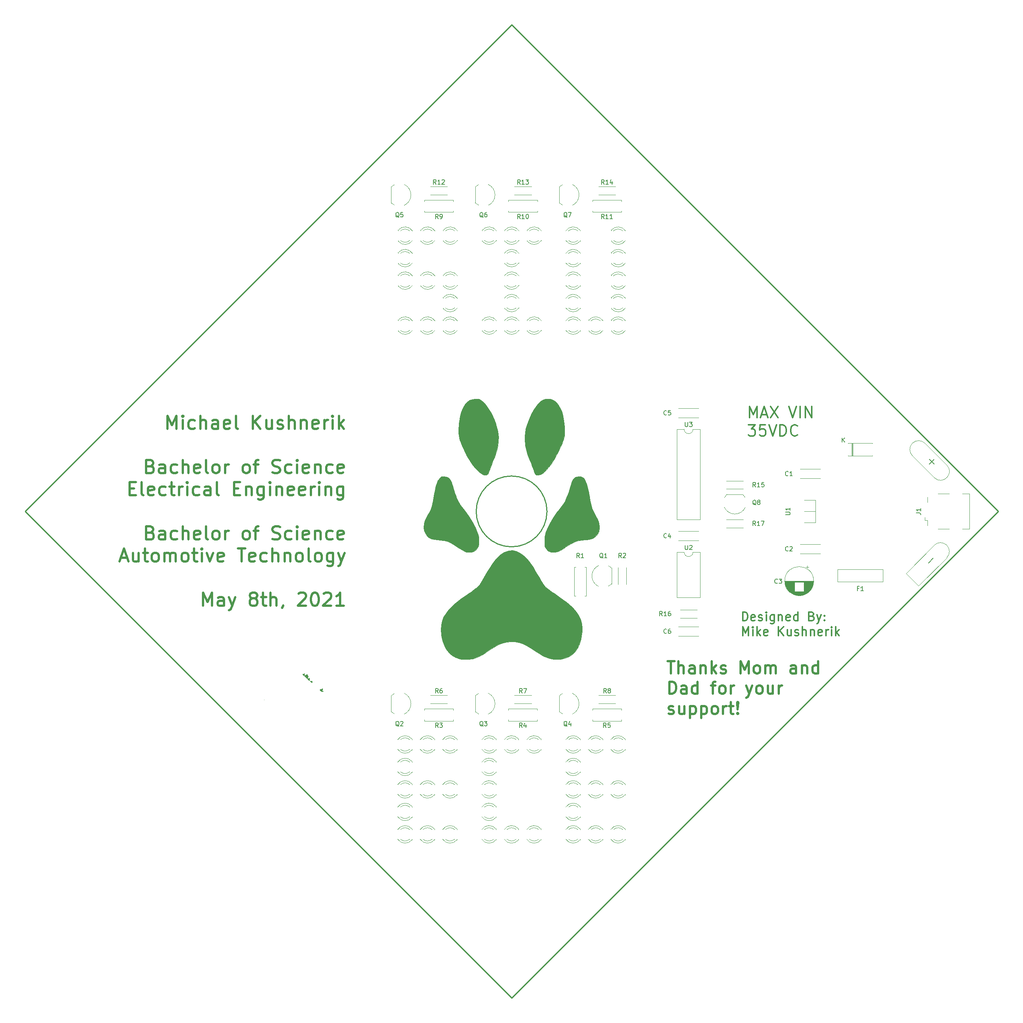
<source format=gbr>
G04 #@! TF.GenerationSoftware,KiCad,Pcbnew,(5.1.8)-1*
G04 #@! TF.CreationDate,2021-04-20T17:46:31-05:00*
G04 #@! TF.ProjectId,Graduation_Cap,47726164-7561-4746-996f-6e5f4361702e,rev?*
G04 #@! TF.SameCoordinates,Original*
G04 #@! TF.FileFunction,Legend,Top*
G04 #@! TF.FilePolarity,Positive*
%FSLAX46Y46*%
G04 Gerber Fmt 4.6, Leading zero omitted, Abs format (unit mm)*
G04 Created by KiCad (PCBNEW (5.1.8)-1) date 2021-04-20 17:46:31*
%MOMM*%
%LPD*%
G01*
G04 APERTURE LIST*
%ADD10C,0.200000*%
%ADD11C,0.375000*%
%ADD12C,0.475000*%
%ADD13C,0.500000*%
G04 #@! TA.AperFunction,Profile*
%ADD14C,0.254000*%
G04 #@! TD*
%ADD15C,0.120000*%
%ADD16C,0.010000*%
%ADD17C,0.150000*%
G04 APERTURE END LIST*
D10*
X295498590Y-139289759D02*
X294421094Y-138212263D01*
X295498590Y-138212263D02*
X294421094Y-139289759D01*
D11*
X252219940Y-174717261D02*
X252219940Y-172717261D01*
X252696130Y-172717261D01*
X252981845Y-172812500D01*
X253172321Y-173002976D01*
X253267559Y-173193452D01*
X253362797Y-173574404D01*
X253362797Y-173860119D01*
X253267559Y-174241071D01*
X253172321Y-174431547D01*
X252981845Y-174622023D01*
X252696130Y-174717261D01*
X252219940Y-174717261D01*
X254981845Y-174622023D02*
X254791369Y-174717261D01*
X254410416Y-174717261D01*
X254219940Y-174622023D01*
X254124702Y-174431547D01*
X254124702Y-173669642D01*
X254219940Y-173479166D01*
X254410416Y-173383928D01*
X254791369Y-173383928D01*
X254981845Y-173479166D01*
X255077083Y-173669642D01*
X255077083Y-173860119D01*
X254124702Y-174050595D01*
X255838988Y-174622023D02*
X256029464Y-174717261D01*
X256410416Y-174717261D01*
X256600892Y-174622023D01*
X256696130Y-174431547D01*
X256696130Y-174336309D01*
X256600892Y-174145833D01*
X256410416Y-174050595D01*
X256124702Y-174050595D01*
X255934226Y-173955357D01*
X255838988Y-173764880D01*
X255838988Y-173669642D01*
X255934226Y-173479166D01*
X256124702Y-173383928D01*
X256410416Y-173383928D01*
X256600892Y-173479166D01*
X257553273Y-174717261D02*
X257553273Y-173383928D01*
X257553273Y-172717261D02*
X257458035Y-172812500D01*
X257553273Y-172907738D01*
X257648511Y-172812500D01*
X257553273Y-172717261D01*
X257553273Y-172907738D01*
X259362797Y-173383928D02*
X259362797Y-175002976D01*
X259267559Y-175193452D01*
X259172321Y-175288690D01*
X258981845Y-175383928D01*
X258696130Y-175383928D01*
X258505654Y-175288690D01*
X259362797Y-174622023D02*
X259172321Y-174717261D01*
X258791369Y-174717261D01*
X258600892Y-174622023D01*
X258505654Y-174526785D01*
X258410416Y-174336309D01*
X258410416Y-173764880D01*
X258505654Y-173574404D01*
X258600892Y-173479166D01*
X258791369Y-173383928D01*
X259172321Y-173383928D01*
X259362797Y-173479166D01*
X260315178Y-173383928D02*
X260315178Y-174717261D01*
X260315178Y-173574404D02*
X260410416Y-173479166D01*
X260600892Y-173383928D01*
X260886607Y-173383928D01*
X261077083Y-173479166D01*
X261172321Y-173669642D01*
X261172321Y-174717261D01*
X262886607Y-174622023D02*
X262696130Y-174717261D01*
X262315178Y-174717261D01*
X262124702Y-174622023D01*
X262029464Y-174431547D01*
X262029464Y-173669642D01*
X262124702Y-173479166D01*
X262315178Y-173383928D01*
X262696130Y-173383928D01*
X262886607Y-173479166D01*
X262981845Y-173669642D01*
X262981845Y-173860119D01*
X262029464Y-174050595D01*
X264696130Y-174717261D02*
X264696130Y-172717261D01*
X264696130Y-174622023D02*
X264505654Y-174717261D01*
X264124702Y-174717261D01*
X263934226Y-174622023D01*
X263838988Y-174526785D01*
X263743750Y-174336309D01*
X263743750Y-173764880D01*
X263838988Y-173574404D01*
X263934226Y-173479166D01*
X264124702Y-173383928D01*
X264505654Y-173383928D01*
X264696130Y-173479166D01*
X267838988Y-173669642D02*
X268124702Y-173764880D01*
X268219940Y-173860119D01*
X268315178Y-174050595D01*
X268315178Y-174336309D01*
X268219940Y-174526785D01*
X268124702Y-174622023D01*
X267934226Y-174717261D01*
X267172321Y-174717261D01*
X267172321Y-172717261D01*
X267838988Y-172717261D01*
X268029464Y-172812500D01*
X268124702Y-172907738D01*
X268219940Y-173098214D01*
X268219940Y-173288690D01*
X268124702Y-173479166D01*
X268029464Y-173574404D01*
X267838988Y-173669642D01*
X267172321Y-173669642D01*
X268981845Y-173383928D02*
X269458035Y-174717261D01*
X269934226Y-173383928D02*
X269458035Y-174717261D01*
X269267559Y-175193452D01*
X269172321Y-175288690D01*
X268981845Y-175383928D01*
X270696130Y-174526785D02*
X270791369Y-174622023D01*
X270696130Y-174717261D01*
X270600892Y-174622023D01*
X270696130Y-174526785D01*
X270696130Y-174717261D01*
X270696130Y-173479166D02*
X270791369Y-173574404D01*
X270696130Y-173669642D01*
X270600892Y-173574404D01*
X270696130Y-173479166D01*
X270696130Y-173669642D01*
X252219940Y-178092261D02*
X252219940Y-176092261D01*
X252886607Y-177520833D01*
X253553273Y-176092261D01*
X253553273Y-178092261D01*
X254505654Y-178092261D02*
X254505654Y-176758928D01*
X254505654Y-176092261D02*
X254410416Y-176187500D01*
X254505654Y-176282738D01*
X254600892Y-176187500D01*
X254505654Y-176092261D01*
X254505654Y-176282738D01*
X255458035Y-178092261D02*
X255458035Y-176092261D01*
X255648511Y-177330357D02*
X256219940Y-178092261D01*
X256219940Y-176758928D02*
X255458035Y-177520833D01*
X257838988Y-177997023D02*
X257648511Y-178092261D01*
X257267559Y-178092261D01*
X257077083Y-177997023D01*
X256981845Y-177806547D01*
X256981845Y-177044642D01*
X257077083Y-176854166D01*
X257267559Y-176758928D01*
X257648511Y-176758928D01*
X257838988Y-176854166D01*
X257934226Y-177044642D01*
X257934226Y-177235119D01*
X256981845Y-177425595D01*
X260315178Y-178092261D02*
X260315178Y-176092261D01*
X261458035Y-178092261D02*
X260600892Y-176949404D01*
X261458035Y-176092261D02*
X260315178Y-177235119D01*
X263172321Y-176758928D02*
X263172321Y-178092261D01*
X262315178Y-176758928D02*
X262315178Y-177806547D01*
X262410416Y-177997023D01*
X262600892Y-178092261D01*
X262886607Y-178092261D01*
X263077083Y-177997023D01*
X263172321Y-177901785D01*
X264029464Y-177997023D02*
X264219940Y-178092261D01*
X264600892Y-178092261D01*
X264791369Y-177997023D01*
X264886607Y-177806547D01*
X264886607Y-177711309D01*
X264791369Y-177520833D01*
X264600892Y-177425595D01*
X264315178Y-177425595D01*
X264124702Y-177330357D01*
X264029464Y-177139880D01*
X264029464Y-177044642D01*
X264124702Y-176854166D01*
X264315178Y-176758928D01*
X264600892Y-176758928D01*
X264791369Y-176854166D01*
X265743750Y-178092261D02*
X265743750Y-176092261D01*
X266600892Y-178092261D02*
X266600892Y-177044642D01*
X266505654Y-176854166D01*
X266315178Y-176758928D01*
X266029464Y-176758928D01*
X265838988Y-176854166D01*
X265743750Y-176949404D01*
X267553273Y-176758928D02*
X267553273Y-178092261D01*
X267553273Y-176949404D02*
X267648511Y-176854166D01*
X267838988Y-176758928D01*
X268124702Y-176758928D01*
X268315178Y-176854166D01*
X268410416Y-177044642D01*
X268410416Y-178092261D01*
X270124702Y-177997023D02*
X269934226Y-178092261D01*
X269553273Y-178092261D01*
X269362797Y-177997023D01*
X269267559Y-177806547D01*
X269267559Y-177044642D01*
X269362797Y-176854166D01*
X269553273Y-176758928D01*
X269934226Y-176758928D01*
X270124702Y-176854166D01*
X270219940Y-177044642D01*
X270219940Y-177235119D01*
X269267559Y-177425595D01*
X271077083Y-178092261D02*
X271077083Y-176758928D01*
X271077083Y-177139880D02*
X271172321Y-176949404D01*
X271267559Y-176854166D01*
X271458035Y-176758928D01*
X271648511Y-176758928D01*
X272315178Y-178092261D02*
X272315178Y-176758928D01*
X272315178Y-176092261D02*
X272219940Y-176187500D01*
X272315178Y-176282738D01*
X272410416Y-176187500D01*
X272315178Y-176092261D01*
X272315178Y-176282738D01*
X273267559Y-178092261D02*
X273267559Y-176092261D01*
X273458035Y-177330357D02*
X274029464Y-178092261D01*
X274029464Y-176758928D02*
X273267559Y-177520833D01*
X253772188Y-128811652D02*
X253772188Y-126311652D01*
X254605521Y-128097366D01*
X255438854Y-126311652D01*
X255438854Y-128811652D01*
X256510283Y-128097366D02*
X257700759Y-128097366D01*
X256272188Y-128811652D02*
X257105521Y-126311652D01*
X257938854Y-128811652D01*
X258534092Y-126311652D02*
X260200759Y-128811652D01*
X260200759Y-126311652D02*
X258534092Y-128811652D01*
X262700759Y-126311652D02*
X263534092Y-128811652D01*
X264367426Y-126311652D01*
X265200759Y-128811652D02*
X265200759Y-126311652D01*
X266391235Y-128811652D02*
X266391235Y-126311652D01*
X267819807Y-128811652D01*
X267819807Y-126311652D01*
X253534092Y-130436652D02*
X255081711Y-130436652D01*
X254248378Y-131389033D01*
X254605521Y-131389033D01*
X254843616Y-131508080D01*
X254962664Y-131627128D01*
X255081711Y-131865223D01*
X255081711Y-132460461D01*
X254962664Y-132698557D01*
X254843616Y-132817604D01*
X254605521Y-132936652D01*
X253891235Y-132936652D01*
X253653140Y-132817604D01*
X253534092Y-132698557D01*
X257343616Y-130436652D02*
X256153140Y-130436652D01*
X256034092Y-131627128D01*
X256153140Y-131508080D01*
X256391235Y-131389033D01*
X256986473Y-131389033D01*
X257224569Y-131508080D01*
X257343616Y-131627128D01*
X257462664Y-131865223D01*
X257462664Y-132460461D01*
X257343616Y-132698557D01*
X257224569Y-132817604D01*
X256986473Y-132936652D01*
X256391235Y-132936652D01*
X256153140Y-132817604D01*
X256034092Y-132698557D01*
X258176950Y-130436652D02*
X259010283Y-132936652D01*
X259843616Y-130436652D01*
X260676950Y-132936652D02*
X260676950Y-130436652D01*
X261272188Y-130436652D01*
X261629330Y-130555700D01*
X261867426Y-130793795D01*
X261986473Y-131031890D01*
X262105521Y-131508080D01*
X262105521Y-131865223D01*
X261986473Y-132341414D01*
X261867426Y-132579509D01*
X261629330Y-132817604D01*
X261272188Y-132936652D01*
X260676950Y-132936652D01*
X264605521Y-132698557D02*
X264486473Y-132817604D01*
X264129330Y-132936652D01*
X263891235Y-132936652D01*
X263534092Y-132817604D01*
X263295997Y-132579509D01*
X263176950Y-132341414D01*
X263057902Y-131865223D01*
X263057902Y-131508080D01*
X263176950Y-131031890D01*
X263295997Y-130793795D01*
X263534092Y-130555700D01*
X263891235Y-130436652D01*
X264129330Y-130436652D01*
X264486473Y-130555700D01*
X264605521Y-130674747D01*
D10*
X295296559Y-160583809D02*
X294219063Y-161661305D01*
D12*
X235241254Y-183860647D02*
X236812683Y-183860647D01*
X236026969Y-186610647D02*
X236026969Y-183860647D01*
X237729350Y-186610647D02*
X237729350Y-183860647D01*
X238907921Y-186610647D02*
X238907921Y-185170171D01*
X238776969Y-184908266D01*
X238515064Y-184777314D01*
X238122207Y-184777314D01*
X237860302Y-184908266D01*
X237729350Y-185039219D01*
X241396016Y-186610647D02*
X241396016Y-185170171D01*
X241265064Y-184908266D01*
X241003159Y-184777314D01*
X240479350Y-184777314D01*
X240217445Y-184908266D01*
X241396016Y-186479695D02*
X241134111Y-186610647D01*
X240479350Y-186610647D01*
X240217445Y-186479695D01*
X240086492Y-186217790D01*
X240086492Y-185955885D01*
X240217445Y-185693980D01*
X240479350Y-185563028D01*
X241134111Y-185563028D01*
X241396016Y-185432076D01*
X242705540Y-184777314D02*
X242705540Y-186610647D01*
X242705540Y-185039219D02*
X242836492Y-184908266D01*
X243098397Y-184777314D01*
X243491254Y-184777314D01*
X243753159Y-184908266D01*
X243884111Y-185170171D01*
X243884111Y-186610647D01*
X245193635Y-186610647D02*
X245193635Y-183860647D01*
X245455540Y-185563028D02*
X246241254Y-186610647D01*
X246241254Y-184777314D02*
X245193635Y-185824933D01*
X247288873Y-186479695D02*
X247550778Y-186610647D01*
X248074588Y-186610647D01*
X248336492Y-186479695D01*
X248467445Y-186217790D01*
X248467445Y-186086838D01*
X248336492Y-185824933D01*
X248074588Y-185693980D01*
X247681730Y-185693980D01*
X247419826Y-185563028D01*
X247288873Y-185301123D01*
X247288873Y-185170171D01*
X247419826Y-184908266D01*
X247681730Y-184777314D01*
X248074588Y-184777314D01*
X248336492Y-184908266D01*
X251741254Y-186610647D02*
X251741254Y-183860647D01*
X252657921Y-185824933D01*
X253574588Y-183860647D01*
X253574588Y-186610647D01*
X255276969Y-186610647D02*
X255015064Y-186479695D01*
X254884111Y-186348742D01*
X254753159Y-186086838D01*
X254753159Y-185301123D01*
X254884111Y-185039219D01*
X255015064Y-184908266D01*
X255276969Y-184777314D01*
X255669826Y-184777314D01*
X255931730Y-184908266D01*
X256062683Y-185039219D01*
X256193635Y-185301123D01*
X256193635Y-186086838D01*
X256062683Y-186348742D01*
X255931730Y-186479695D01*
X255669826Y-186610647D01*
X255276969Y-186610647D01*
X257372207Y-186610647D02*
X257372207Y-184777314D01*
X257372207Y-185039219D02*
X257503159Y-184908266D01*
X257765064Y-184777314D01*
X258157921Y-184777314D01*
X258419826Y-184908266D01*
X258550778Y-185170171D01*
X258550778Y-186610647D01*
X258550778Y-185170171D02*
X258681730Y-184908266D01*
X258943635Y-184777314D01*
X259336492Y-184777314D01*
X259598397Y-184908266D01*
X259729350Y-185170171D01*
X259729350Y-186610647D01*
X264312683Y-186610647D02*
X264312683Y-185170171D01*
X264181730Y-184908266D01*
X263919826Y-184777314D01*
X263396016Y-184777314D01*
X263134111Y-184908266D01*
X264312683Y-186479695D02*
X264050778Y-186610647D01*
X263396016Y-186610647D01*
X263134111Y-186479695D01*
X263003159Y-186217790D01*
X263003159Y-185955885D01*
X263134111Y-185693980D01*
X263396016Y-185563028D01*
X264050778Y-185563028D01*
X264312683Y-185432076D01*
X265622207Y-184777314D02*
X265622207Y-186610647D01*
X265622207Y-185039219D02*
X265753159Y-184908266D01*
X266015064Y-184777314D01*
X266407921Y-184777314D01*
X266669826Y-184908266D01*
X266800778Y-185170171D01*
X266800778Y-186610647D01*
X269288873Y-186610647D02*
X269288873Y-183860647D01*
X269288873Y-186479695D02*
X269026969Y-186610647D01*
X268503159Y-186610647D01*
X268241254Y-186479695D01*
X268110302Y-186348742D01*
X267979350Y-186086838D01*
X267979350Y-185301123D01*
X268110302Y-185039219D01*
X268241254Y-184908266D01*
X268503159Y-184777314D01*
X269026969Y-184777314D01*
X269288873Y-184908266D01*
X235634111Y-191210647D02*
X235634111Y-188460647D01*
X236288873Y-188460647D01*
X236681730Y-188591600D01*
X236943635Y-188853504D01*
X237074588Y-189115409D01*
X237205540Y-189639219D01*
X237205540Y-190032076D01*
X237074588Y-190555885D01*
X236943635Y-190817790D01*
X236681730Y-191079695D01*
X236288873Y-191210647D01*
X235634111Y-191210647D01*
X239562683Y-191210647D02*
X239562683Y-189770171D01*
X239431730Y-189508266D01*
X239169826Y-189377314D01*
X238646016Y-189377314D01*
X238384111Y-189508266D01*
X239562683Y-191079695D02*
X239300778Y-191210647D01*
X238646016Y-191210647D01*
X238384111Y-191079695D01*
X238253159Y-190817790D01*
X238253159Y-190555885D01*
X238384111Y-190293980D01*
X238646016Y-190163028D01*
X239300778Y-190163028D01*
X239562683Y-190032076D01*
X242050778Y-191210647D02*
X242050778Y-188460647D01*
X242050778Y-191079695D02*
X241788873Y-191210647D01*
X241265064Y-191210647D01*
X241003159Y-191079695D01*
X240872207Y-190948742D01*
X240741254Y-190686838D01*
X240741254Y-189901123D01*
X240872207Y-189639219D01*
X241003159Y-189508266D01*
X241265064Y-189377314D01*
X241788873Y-189377314D01*
X242050778Y-189508266D01*
X245062683Y-189377314D02*
X246110302Y-189377314D01*
X245455540Y-191210647D02*
X245455540Y-188853504D01*
X245586492Y-188591600D01*
X245848397Y-188460647D01*
X246110302Y-188460647D01*
X247419826Y-191210647D02*
X247157921Y-191079695D01*
X247026969Y-190948742D01*
X246896016Y-190686838D01*
X246896016Y-189901123D01*
X247026969Y-189639219D01*
X247157921Y-189508266D01*
X247419826Y-189377314D01*
X247812683Y-189377314D01*
X248074588Y-189508266D01*
X248205540Y-189639219D01*
X248336492Y-189901123D01*
X248336492Y-190686838D01*
X248205540Y-190948742D01*
X248074588Y-191079695D01*
X247812683Y-191210647D01*
X247419826Y-191210647D01*
X249515064Y-191210647D02*
X249515064Y-189377314D01*
X249515064Y-189901123D02*
X249646016Y-189639219D01*
X249776969Y-189508266D01*
X250038873Y-189377314D01*
X250300778Y-189377314D01*
X253050778Y-189377314D02*
X253705540Y-191210647D01*
X254360302Y-189377314D02*
X253705540Y-191210647D01*
X253443635Y-191865409D01*
X253312683Y-191996361D01*
X253050778Y-192127314D01*
X255800778Y-191210647D02*
X255538873Y-191079695D01*
X255407921Y-190948742D01*
X255276969Y-190686838D01*
X255276969Y-189901123D01*
X255407921Y-189639219D01*
X255538873Y-189508266D01*
X255800778Y-189377314D01*
X256193635Y-189377314D01*
X256455540Y-189508266D01*
X256586492Y-189639219D01*
X256717445Y-189901123D01*
X256717445Y-190686838D01*
X256586492Y-190948742D01*
X256455540Y-191079695D01*
X256193635Y-191210647D01*
X255800778Y-191210647D01*
X259074588Y-189377314D02*
X259074588Y-191210647D01*
X257896016Y-189377314D02*
X257896016Y-190817790D01*
X258026969Y-191079695D01*
X258288873Y-191210647D01*
X258681730Y-191210647D01*
X258943635Y-191079695D01*
X259074588Y-190948742D01*
X260384111Y-191210647D02*
X260384111Y-189377314D01*
X260384111Y-189901123D02*
X260515064Y-189639219D01*
X260646016Y-189508266D01*
X260907921Y-189377314D01*
X261169826Y-189377314D01*
X235503159Y-195679695D02*
X235765064Y-195810647D01*
X236288873Y-195810647D01*
X236550778Y-195679695D01*
X236681730Y-195417790D01*
X236681730Y-195286838D01*
X236550778Y-195024933D01*
X236288873Y-194893980D01*
X235896016Y-194893980D01*
X235634111Y-194763028D01*
X235503159Y-194501123D01*
X235503159Y-194370171D01*
X235634111Y-194108266D01*
X235896016Y-193977314D01*
X236288873Y-193977314D01*
X236550778Y-194108266D01*
X239038873Y-193977314D02*
X239038873Y-195810647D01*
X237860302Y-193977314D02*
X237860302Y-195417790D01*
X237991254Y-195679695D01*
X238253159Y-195810647D01*
X238646016Y-195810647D01*
X238907921Y-195679695D01*
X239038873Y-195548742D01*
X240348397Y-193977314D02*
X240348397Y-196727314D01*
X240348397Y-194108266D02*
X240610302Y-193977314D01*
X241134111Y-193977314D01*
X241396016Y-194108266D01*
X241526969Y-194239219D01*
X241657921Y-194501123D01*
X241657921Y-195286838D01*
X241526969Y-195548742D01*
X241396016Y-195679695D01*
X241134111Y-195810647D01*
X240610302Y-195810647D01*
X240348397Y-195679695D01*
X242836492Y-193977314D02*
X242836492Y-196727314D01*
X242836492Y-194108266D02*
X243098397Y-193977314D01*
X243622207Y-193977314D01*
X243884111Y-194108266D01*
X244015064Y-194239219D01*
X244146016Y-194501123D01*
X244146016Y-195286838D01*
X244015064Y-195548742D01*
X243884111Y-195679695D01*
X243622207Y-195810647D01*
X243098397Y-195810647D01*
X242836492Y-195679695D01*
X245717445Y-195810647D02*
X245455540Y-195679695D01*
X245324588Y-195548742D01*
X245193635Y-195286838D01*
X245193635Y-194501123D01*
X245324588Y-194239219D01*
X245455540Y-194108266D01*
X245717445Y-193977314D01*
X246110302Y-193977314D01*
X246372207Y-194108266D01*
X246503159Y-194239219D01*
X246634111Y-194501123D01*
X246634111Y-195286838D01*
X246503159Y-195548742D01*
X246372207Y-195679695D01*
X246110302Y-195810647D01*
X245717445Y-195810647D01*
X247812683Y-195810647D02*
X247812683Y-193977314D01*
X247812683Y-194501123D02*
X247943635Y-194239219D01*
X248074588Y-194108266D01*
X248336492Y-193977314D01*
X248598397Y-193977314D01*
X249122207Y-193977314D02*
X250169826Y-193977314D01*
X249515064Y-193060647D02*
X249515064Y-195417790D01*
X249646016Y-195679695D01*
X249907921Y-195810647D01*
X250169826Y-195810647D01*
X251086492Y-195548742D02*
X251217445Y-195679695D01*
X251086492Y-195810647D01*
X250955540Y-195679695D01*
X251086492Y-195548742D01*
X251086492Y-195810647D01*
X251086492Y-194763028D02*
X250955540Y-193191600D01*
X251086492Y-193060647D01*
X251217445Y-193191600D01*
X251086492Y-194763028D01*
X251086492Y-193060647D01*
D13*
X122246428Y-131357142D02*
X122246428Y-128357142D01*
X123246428Y-130500000D01*
X124246428Y-128357142D01*
X124246428Y-131357142D01*
X125675000Y-131357142D02*
X125675000Y-129357142D01*
X125675000Y-128357142D02*
X125532142Y-128500000D01*
X125675000Y-128642857D01*
X125817857Y-128500000D01*
X125675000Y-128357142D01*
X125675000Y-128642857D01*
X128389285Y-131214285D02*
X128103571Y-131357142D01*
X127532142Y-131357142D01*
X127246428Y-131214285D01*
X127103571Y-131071428D01*
X126960714Y-130785714D01*
X126960714Y-129928571D01*
X127103571Y-129642857D01*
X127246428Y-129500000D01*
X127532142Y-129357142D01*
X128103571Y-129357142D01*
X128389285Y-129500000D01*
X129675000Y-131357142D02*
X129675000Y-128357142D01*
X130960714Y-131357142D02*
X130960714Y-129785714D01*
X130817857Y-129500000D01*
X130532142Y-129357142D01*
X130103571Y-129357142D01*
X129817857Y-129500000D01*
X129675000Y-129642857D01*
X133675000Y-131357142D02*
X133675000Y-129785714D01*
X133532142Y-129500000D01*
X133246428Y-129357142D01*
X132675000Y-129357142D01*
X132389285Y-129500000D01*
X133675000Y-131214285D02*
X133389285Y-131357142D01*
X132675000Y-131357142D01*
X132389285Y-131214285D01*
X132246428Y-130928571D01*
X132246428Y-130642857D01*
X132389285Y-130357142D01*
X132675000Y-130214285D01*
X133389285Y-130214285D01*
X133675000Y-130071428D01*
X136246428Y-131214285D02*
X135960714Y-131357142D01*
X135389285Y-131357142D01*
X135103571Y-131214285D01*
X134960714Y-130928571D01*
X134960714Y-129785714D01*
X135103571Y-129500000D01*
X135389285Y-129357142D01*
X135960714Y-129357142D01*
X136246428Y-129500000D01*
X136389285Y-129785714D01*
X136389285Y-130071428D01*
X134960714Y-130357142D01*
X138103571Y-131357142D02*
X137817857Y-131214285D01*
X137675000Y-130928571D01*
X137675000Y-128357142D01*
X141532142Y-131357142D02*
X141532142Y-128357142D01*
X143246428Y-131357142D02*
X141960714Y-129642857D01*
X143246428Y-128357142D02*
X141532142Y-130071428D01*
X145817857Y-129357142D02*
X145817857Y-131357142D01*
X144532142Y-129357142D02*
X144532142Y-130928571D01*
X144675000Y-131214285D01*
X144960714Y-131357142D01*
X145389285Y-131357142D01*
X145675000Y-131214285D01*
X145817857Y-131071428D01*
X147103571Y-131214285D02*
X147389285Y-131357142D01*
X147960714Y-131357142D01*
X148246428Y-131214285D01*
X148389285Y-130928571D01*
X148389285Y-130785714D01*
X148246428Y-130500000D01*
X147960714Y-130357142D01*
X147532142Y-130357142D01*
X147246428Y-130214285D01*
X147103571Y-129928571D01*
X147103571Y-129785714D01*
X147246428Y-129500000D01*
X147532142Y-129357142D01*
X147960714Y-129357142D01*
X148246428Y-129500000D01*
X149675000Y-131357142D02*
X149675000Y-128357142D01*
X150960714Y-131357142D02*
X150960714Y-129785714D01*
X150817857Y-129500000D01*
X150532142Y-129357142D01*
X150103571Y-129357142D01*
X149817857Y-129500000D01*
X149675000Y-129642857D01*
X152389285Y-129357142D02*
X152389285Y-131357142D01*
X152389285Y-129642857D02*
X152532142Y-129500000D01*
X152817857Y-129357142D01*
X153246428Y-129357142D01*
X153532142Y-129500000D01*
X153675000Y-129785714D01*
X153675000Y-131357142D01*
X156246428Y-131214285D02*
X155960714Y-131357142D01*
X155389285Y-131357142D01*
X155103571Y-131214285D01*
X154960714Y-130928571D01*
X154960714Y-129785714D01*
X155103571Y-129500000D01*
X155389285Y-129357142D01*
X155960714Y-129357142D01*
X156246428Y-129500000D01*
X156389285Y-129785714D01*
X156389285Y-130071428D01*
X154960714Y-130357142D01*
X157675000Y-131357142D02*
X157675000Y-129357142D01*
X157675000Y-129928571D02*
X157817857Y-129642857D01*
X157960714Y-129500000D01*
X158246428Y-129357142D01*
X158532142Y-129357142D01*
X159532142Y-131357142D02*
X159532142Y-129357142D01*
X159532142Y-128357142D02*
X159389285Y-128500000D01*
X159532142Y-128642857D01*
X159675000Y-128500000D01*
X159532142Y-128357142D01*
X159532142Y-128642857D01*
X160960714Y-131357142D02*
X160960714Y-128357142D01*
X161246428Y-130214285D02*
X162103571Y-131357142D01*
X162103571Y-129357142D02*
X160960714Y-130500000D01*
X118389285Y-139785714D02*
X118817857Y-139928571D01*
X118960714Y-140071428D01*
X119103571Y-140357142D01*
X119103571Y-140785714D01*
X118960714Y-141071428D01*
X118817857Y-141214285D01*
X118532142Y-141357142D01*
X117389285Y-141357142D01*
X117389285Y-138357142D01*
X118389285Y-138357142D01*
X118675000Y-138500000D01*
X118817857Y-138642857D01*
X118960714Y-138928571D01*
X118960714Y-139214285D01*
X118817857Y-139500000D01*
X118675000Y-139642857D01*
X118389285Y-139785714D01*
X117389285Y-139785714D01*
X121675000Y-141357142D02*
X121675000Y-139785714D01*
X121532142Y-139500000D01*
X121246428Y-139357142D01*
X120675000Y-139357142D01*
X120389285Y-139500000D01*
X121675000Y-141214285D02*
X121389285Y-141357142D01*
X120675000Y-141357142D01*
X120389285Y-141214285D01*
X120246428Y-140928571D01*
X120246428Y-140642857D01*
X120389285Y-140357142D01*
X120675000Y-140214285D01*
X121389285Y-140214285D01*
X121675000Y-140071428D01*
X124389285Y-141214285D02*
X124103571Y-141357142D01*
X123532142Y-141357142D01*
X123246428Y-141214285D01*
X123103571Y-141071428D01*
X122960714Y-140785714D01*
X122960714Y-139928571D01*
X123103571Y-139642857D01*
X123246428Y-139500000D01*
X123532142Y-139357142D01*
X124103571Y-139357142D01*
X124389285Y-139500000D01*
X125675000Y-141357142D02*
X125675000Y-138357142D01*
X126960714Y-141357142D02*
X126960714Y-139785714D01*
X126817857Y-139500000D01*
X126532142Y-139357142D01*
X126103571Y-139357142D01*
X125817857Y-139500000D01*
X125675000Y-139642857D01*
X129532142Y-141214285D02*
X129246428Y-141357142D01*
X128675000Y-141357142D01*
X128389285Y-141214285D01*
X128246428Y-140928571D01*
X128246428Y-139785714D01*
X128389285Y-139500000D01*
X128675000Y-139357142D01*
X129246428Y-139357142D01*
X129532142Y-139500000D01*
X129675000Y-139785714D01*
X129675000Y-140071428D01*
X128246428Y-140357142D01*
X131389285Y-141357142D02*
X131103571Y-141214285D01*
X130960714Y-140928571D01*
X130960714Y-138357142D01*
X132960714Y-141357142D02*
X132675000Y-141214285D01*
X132532142Y-141071428D01*
X132389285Y-140785714D01*
X132389285Y-139928571D01*
X132532142Y-139642857D01*
X132675000Y-139500000D01*
X132960714Y-139357142D01*
X133389285Y-139357142D01*
X133675000Y-139500000D01*
X133817857Y-139642857D01*
X133960714Y-139928571D01*
X133960714Y-140785714D01*
X133817857Y-141071428D01*
X133675000Y-141214285D01*
X133389285Y-141357142D01*
X132960714Y-141357142D01*
X135246428Y-141357142D02*
X135246428Y-139357142D01*
X135246428Y-139928571D02*
X135389285Y-139642857D01*
X135532142Y-139500000D01*
X135817857Y-139357142D01*
X136103571Y-139357142D01*
X139817857Y-141357142D02*
X139532142Y-141214285D01*
X139389285Y-141071428D01*
X139246428Y-140785714D01*
X139246428Y-139928571D01*
X139389285Y-139642857D01*
X139532142Y-139500000D01*
X139817857Y-139357142D01*
X140246428Y-139357142D01*
X140532142Y-139500000D01*
X140675000Y-139642857D01*
X140817857Y-139928571D01*
X140817857Y-140785714D01*
X140675000Y-141071428D01*
X140532142Y-141214285D01*
X140246428Y-141357142D01*
X139817857Y-141357142D01*
X141675000Y-139357142D02*
X142817857Y-139357142D01*
X142103571Y-141357142D02*
X142103571Y-138785714D01*
X142246428Y-138500000D01*
X142532142Y-138357142D01*
X142817857Y-138357142D01*
X145960714Y-141214285D02*
X146389285Y-141357142D01*
X147103571Y-141357142D01*
X147389285Y-141214285D01*
X147532142Y-141071428D01*
X147675000Y-140785714D01*
X147675000Y-140500000D01*
X147532142Y-140214285D01*
X147389285Y-140071428D01*
X147103571Y-139928571D01*
X146532142Y-139785714D01*
X146246428Y-139642857D01*
X146103571Y-139500000D01*
X145960714Y-139214285D01*
X145960714Y-138928571D01*
X146103571Y-138642857D01*
X146246428Y-138500000D01*
X146532142Y-138357142D01*
X147246428Y-138357142D01*
X147675000Y-138500000D01*
X150246428Y-141214285D02*
X149960714Y-141357142D01*
X149389285Y-141357142D01*
X149103571Y-141214285D01*
X148960714Y-141071428D01*
X148817857Y-140785714D01*
X148817857Y-139928571D01*
X148960714Y-139642857D01*
X149103571Y-139500000D01*
X149389285Y-139357142D01*
X149960714Y-139357142D01*
X150246428Y-139500000D01*
X151532142Y-141357142D02*
X151532142Y-139357142D01*
X151532142Y-138357142D02*
X151389285Y-138500000D01*
X151532142Y-138642857D01*
X151675000Y-138500000D01*
X151532142Y-138357142D01*
X151532142Y-138642857D01*
X154103571Y-141214285D02*
X153817857Y-141357142D01*
X153246428Y-141357142D01*
X152960714Y-141214285D01*
X152817857Y-140928571D01*
X152817857Y-139785714D01*
X152960714Y-139500000D01*
X153246428Y-139357142D01*
X153817857Y-139357142D01*
X154103571Y-139500000D01*
X154246428Y-139785714D01*
X154246428Y-140071428D01*
X152817857Y-140357142D01*
X155532142Y-139357142D02*
X155532142Y-141357142D01*
X155532142Y-139642857D02*
X155675000Y-139500000D01*
X155960714Y-139357142D01*
X156389285Y-139357142D01*
X156675000Y-139500000D01*
X156817857Y-139785714D01*
X156817857Y-141357142D01*
X159532142Y-141214285D02*
X159246428Y-141357142D01*
X158675000Y-141357142D01*
X158389285Y-141214285D01*
X158246428Y-141071428D01*
X158103571Y-140785714D01*
X158103571Y-139928571D01*
X158246428Y-139642857D01*
X158389285Y-139500000D01*
X158675000Y-139357142D01*
X159246428Y-139357142D01*
X159532142Y-139500000D01*
X161960714Y-141214285D02*
X161675000Y-141357142D01*
X161103571Y-141357142D01*
X160817857Y-141214285D01*
X160675000Y-140928571D01*
X160675000Y-139785714D01*
X160817857Y-139500000D01*
X161103571Y-139357142D01*
X161675000Y-139357142D01*
X161960714Y-139500000D01*
X162103571Y-139785714D01*
X162103571Y-140071428D01*
X160675000Y-140357142D01*
X113675000Y-144785714D02*
X114675000Y-144785714D01*
X115103571Y-146357142D02*
X113675000Y-146357142D01*
X113675000Y-143357142D01*
X115103571Y-143357142D01*
X116817857Y-146357142D02*
X116532142Y-146214285D01*
X116389285Y-145928571D01*
X116389285Y-143357142D01*
X119103571Y-146214285D02*
X118817857Y-146357142D01*
X118246428Y-146357142D01*
X117960714Y-146214285D01*
X117817857Y-145928571D01*
X117817857Y-144785714D01*
X117960714Y-144500000D01*
X118246428Y-144357142D01*
X118817857Y-144357142D01*
X119103571Y-144500000D01*
X119246428Y-144785714D01*
X119246428Y-145071428D01*
X117817857Y-145357142D01*
X121817857Y-146214285D02*
X121532142Y-146357142D01*
X120960714Y-146357142D01*
X120675000Y-146214285D01*
X120532142Y-146071428D01*
X120389285Y-145785714D01*
X120389285Y-144928571D01*
X120532142Y-144642857D01*
X120675000Y-144500000D01*
X120960714Y-144357142D01*
X121532142Y-144357142D01*
X121817857Y-144500000D01*
X122675000Y-144357142D02*
X123817857Y-144357142D01*
X123103571Y-143357142D02*
X123103571Y-145928571D01*
X123246428Y-146214285D01*
X123532142Y-146357142D01*
X123817857Y-146357142D01*
X124817857Y-146357142D02*
X124817857Y-144357142D01*
X124817857Y-144928571D02*
X124960714Y-144642857D01*
X125103571Y-144500000D01*
X125389285Y-144357142D01*
X125675000Y-144357142D01*
X126675000Y-146357142D02*
X126675000Y-144357142D01*
X126675000Y-143357142D02*
X126532142Y-143500000D01*
X126675000Y-143642857D01*
X126817857Y-143500000D01*
X126675000Y-143357142D01*
X126675000Y-143642857D01*
X129389285Y-146214285D02*
X129103571Y-146357142D01*
X128532142Y-146357142D01*
X128246428Y-146214285D01*
X128103571Y-146071428D01*
X127960714Y-145785714D01*
X127960714Y-144928571D01*
X128103571Y-144642857D01*
X128246428Y-144500000D01*
X128532142Y-144357142D01*
X129103571Y-144357142D01*
X129389285Y-144500000D01*
X131960714Y-146357142D02*
X131960714Y-144785714D01*
X131817857Y-144500000D01*
X131532142Y-144357142D01*
X130960714Y-144357142D01*
X130675000Y-144500000D01*
X131960714Y-146214285D02*
X131675000Y-146357142D01*
X130960714Y-146357142D01*
X130675000Y-146214285D01*
X130532142Y-145928571D01*
X130532142Y-145642857D01*
X130675000Y-145357142D01*
X130960714Y-145214285D01*
X131675000Y-145214285D01*
X131960714Y-145071428D01*
X133817857Y-146357142D02*
X133532142Y-146214285D01*
X133389285Y-145928571D01*
X133389285Y-143357142D01*
X137246428Y-144785714D02*
X138246428Y-144785714D01*
X138675000Y-146357142D02*
X137246428Y-146357142D01*
X137246428Y-143357142D01*
X138675000Y-143357142D01*
X139960714Y-144357142D02*
X139960714Y-146357142D01*
X139960714Y-144642857D02*
X140103571Y-144500000D01*
X140389285Y-144357142D01*
X140817857Y-144357142D01*
X141103571Y-144500000D01*
X141246428Y-144785714D01*
X141246428Y-146357142D01*
X143960714Y-144357142D02*
X143960714Y-146785714D01*
X143817857Y-147071428D01*
X143675000Y-147214285D01*
X143389285Y-147357142D01*
X142960714Y-147357142D01*
X142675000Y-147214285D01*
X143960714Y-146214285D02*
X143675000Y-146357142D01*
X143103571Y-146357142D01*
X142817857Y-146214285D01*
X142675000Y-146071428D01*
X142532142Y-145785714D01*
X142532142Y-144928571D01*
X142675000Y-144642857D01*
X142817857Y-144500000D01*
X143103571Y-144357142D01*
X143675000Y-144357142D01*
X143960714Y-144500000D01*
X145389285Y-146357142D02*
X145389285Y-144357142D01*
X145389285Y-143357142D02*
X145246428Y-143500000D01*
X145389285Y-143642857D01*
X145532142Y-143500000D01*
X145389285Y-143357142D01*
X145389285Y-143642857D01*
X146817857Y-144357142D02*
X146817857Y-146357142D01*
X146817857Y-144642857D02*
X146960714Y-144500000D01*
X147246428Y-144357142D01*
X147675000Y-144357142D01*
X147960714Y-144500000D01*
X148103571Y-144785714D01*
X148103571Y-146357142D01*
X150675000Y-146214285D02*
X150389285Y-146357142D01*
X149817857Y-146357142D01*
X149532142Y-146214285D01*
X149389285Y-145928571D01*
X149389285Y-144785714D01*
X149532142Y-144500000D01*
X149817857Y-144357142D01*
X150389285Y-144357142D01*
X150675000Y-144500000D01*
X150817857Y-144785714D01*
X150817857Y-145071428D01*
X149389285Y-145357142D01*
X153246428Y-146214285D02*
X152960714Y-146357142D01*
X152389285Y-146357142D01*
X152103571Y-146214285D01*
X151960714Y-145928571D01*
X151960714Y-144785714D01*
X152103571Y-144500000D01*
X152389285Y-144357142D01*
X152960714Y-144357142D01*
X153246428Y-144500000D01*
X153389285Y-144785714D01*
X153389285Y-145071428D01*
X151960714Y-145357142D01*
X154675000Y-146357142D02*
X154675000Y-144357142D01*
X154675000Y-144928571D02*
X154817857Y-144642857D01*
X154960714Y-144500000D01*
X155246428Y-144357142D01*
X155532142Y-144357142D01*
X156532142Y-146357142D02*
X156532142Y-144357142D01*
X156532142Y-143357142D02*
X156389285Y-143500000D01*
X156532142Y-143642857D01*
X156675000Y-143500000D01*
X156532142Y-143357142D01*
X156532142Y-143642857D01*
X157960714Y-144357142D02*
X157960714Y-146357142D01*
X157960714Y-144642857D02*
X158103571Y-144500000D01*
X158389285Y-144357142D01*
X158817857Y-144357142D01*
X159103571Y-144500000D01*
X159246428Y-144785714D01*
X159246428Y-146357142D01*
X161960714Y-144357142D02*
X161960714Y-146785714D01*
X161817857Y-147071428D01*
X161675000Y-147214285D01*
X161389285Y-147357142D01*
X160960714Y-147357142D01*
X160675000Y-147214285D01*
X161960714Y-146214285D02*
X161675000Y-146357142D01*
X161103571Y-146357142D01*
X160817857Y-146214285D01*
X160675000Y-146071428D01*
X160532142Y-145785714D01*
X160532142Y-144928571D01*
X160675000Y-144642857D01*
X160817857Y-144500000D01*
X161103571Y-144357142D01*
X161675000Y-144357142D01*
X161960714Y-144500000D01*
X118389285Y-154785714D02*
X118817857Y-154928571D01*
X118960714Y-155071428D01*
X119103571Y-155357142D01*
X119103571Y-155785714D01*
X118960714Y-156071428D01*
X118817857Y-156214285D01*
X118532142Y-156357142D01*
X117389285Y-156357142D01*
X117389285Y-153357142D01*
X118389285Y-153357142D01*
X118675000Y-153500000D01*
X118817857Y-153642857D01*
X118960714Y-153928571D01*
X118960714Y-154214285D01*
X118817857Y-154500000D01*
X118675000Y-154642857D01*
X118389285Y-154785714D01*
X117389285Y-154785714D01*
X121675000Y-156357142D02*
X121675000Y-154785714D01*
X121532142Y-154500000D01*
X121246428Y-154357142D01*
X120675000Y-154357142D01*
X120389285Y-154500000D01*
X121675000Y-156214285D02*
X121389285Y-156357142D01*
X120675000Y-156357142D01*
X120389285Y-156214285D01*
X120246428Y-155928571D01*
X120246428Y-155642857D01*
X120389285Y-155357142D01*
X120675000Y-155214285D01*
X121389285Y-155214285D01*
X121675000Y-155071428D01*
X124389285Y-156214285D02*
X124103571Y-156357142D01*
X123532142Y-156357142D01*
X123246428Y-156214285D01*
X123103571Y-156071428D01*
X122960714Y-155785714D01*
X122960714Y-154928571D01*
X123103571Y-154642857D01*
X123246428Y-154500000D01*
X123532142Y-154357142D01*
X124103571Y-154357142D01*
X124389285Y-154500000D01*
X125675000Y-156357142D02*
X125675000Y-153357142D01*
X126960714Y-156357142D02*
X126960714Y-154785714D01*
X126817857Y-154500000D01*
X126532142Y-154357142D01*
X126103571Y-154357142D01*
X125817857Y-154500000D01*
X125675000Y-154642857D01*
X129532142Y-156214285D02*
X129246428Y-156357142D01*
X128675000Y-156357142D01*
X128389285Y-156214285D01*
X128246428Y-155928571D01*
X128246428Y-154785714D01*
X128389285Y-154500000D01*
X128675000Y-154357142D01*
X129246428Y-154357142D01*
X129532142Y-154500000D01*
X129675000Y-154785714D01*
X129675000Y-155071428D01*
X128246428Y-155357142D01*
X131389285Y-156357142D02*
X131103571Y-156214285D01*
X130960714Y-155928571D01*
X130960714Y-153357142D01*
X132960714Y-156357142D02*
X132675000Y-156214285D01*
X132532142Y-156071428D01*
X132389285Y-155785714D01*
X132389285Y-154928571D01*
X132532142Y-154642857D01*
X132675000Y-154500000D01*
X132960714Y-154357142D01*
X133389285Y-154357142D01*
X133675000Y-154500000D01*
X133817857Y-154642857D01*
X133960714Y-154928571D01*
X133960714Y-155785714D01*
X133817857Y-156071428D01*
X133675000Y-156214285D01*
X133389285Y-156357142D01*
X132960714Y-156357142D01*
X135246428Y-156357142D02*
X135246428Y-154357142D01*
X135246428Y-154928571D02*
X135389285Y-154642857D01*
X135532142Y-154500000D01*
X135817857Y-154357142D01*
X136103571Y-154357142D01*
X139817857Y-156357142D02*
X139532142Y-156214285D01*
X139389285Y-156071428D01*
X139246428Y-155785714D01*
X139246428Y-154928571D01*
X139389285Y-154642857D01*
X139532142Y-154500000D01*
X139817857Y-154357142D01*
X140246428Y-154357142D01*
X140532142Y-154500000D01*
X140675000Y-154642857D01*
X140817857Y-154928571D01*
X140817857Y-155785714D01*
X140675000Y-156071428D01*
X140532142Y-156214285D01*
X140246428Y-156357142D01*
X139817857Y-156357142D01*
X141675000Y-154357142D02*
X142817857Y-154357142D01*
X142103571Y-156357142D02*
X142103571Y-153785714D01*
X142246428Y-153500000D01*
X142532142Y-153357142D01*
X142817857Y-153357142D01*
X145960714Y-156214285D02*
X146389285Y-156357142D01*
X147103571Y-156357142D01*
X147389285Y-156214285D01*
X147532142Y-156071428D01*
X147675000Y-155785714D01*
X147675000Y-155500000D01*
X147532142Y-155214285D01*
X147389285Y-155071428D01*
X147103571Y-154928571D01*
X146532142Y-154785714D01*
X146246428Y-154642857D01*
X146103571Y-154500000D01*
X145960714Y-154214285D01*
X145960714Y-153928571D01*
X146103571Y-153642857D01*
X146246428Y-153500000D01*
X146532142Y-153357142D01*
X147246428Y-153357142D01*
X147675000Y-153500000D01*
X150246428Y-156214285D02*
X149960714Y-156357142D01*
X149389285Y-156357142D01*
X149103571Y-156214285D01*
X148960714Y-156071428D01*
X148817857Y-155785714D01*
X148817857Y-154928571D01*
X148960714Y-154642857D01*
X149103571Y-154500000D01*
X149389285Y-154357142D01*
X149960714Y-154357142D01*
X150246428Y-154500000D01*
X151532142Y-156357142D02*
X151532142Y-154357142D01*
X151532142Y-153357142D02*
X151389285Y-153500000D01*
X151532142Y-153642857D01*
X151675000Y-153500000D01*
X151532142Y-153357142D01*
X151532142Y-153642857D01*
X154103571Y-156214285D02*
X153817857Y-156357142D01*
X153246428Y-156357142D01*
X152960714Y-156214285D01*
X152817857Y-155928571D01*
X152817857Y-154785714D01*
X152960714Y-154500000D01*
X153246428Y-154357142D01*
X153817857Y-154357142D01*
X154103571Y-154500000D01*
X154246428Y-154785714D01*
X154246428Y-155071428D01*
X152817857Y-155357142D01*
X155532142Y-154357142D02*
X155532142Y-156357142D01*
X155532142Y-154642857D02*
X155675000Y-154500000D01*
X155960714Y-154357142D01*
X156389285Y-154357142D01*
X156675000Y-154500000D01*
X156817857Y-154785714D01*
X156817857Y-156357142D01*
X159532142Y-156214285D02*
X159246428Y-156357142D01*
X158675000Y-156357142D01*
X158389285Y-156214285D01*
X158246428Y-156071428D01*
X158103571Y-155785714D01*
X158103571Y-154928571D01*
X158246428Y-154642857D01*
X158389285Y-154500000D01*
X158675000Y-154357142D01*
X159246428Y-154357142D01*
X159532142Y-154500000D01*
X161960714Y-156214285D02*
X161675000Y-156357142D01*
X161103571Y-156357142D01*
X160817857Y-156214285D01*
X160675000Y-155928571D01*
X160675000Y-154785714D01*
X160817857Y-154500000D01*
X161103571Y-154357142D01*
X161675000Y-154357142D01*
X161960714Y-154500000D01*
X162103571Y-154785714D01*
X162103571Y-155071428D01*
X160675000Y-155357142D01*
X111674999Y-160500000D02*
X113103571Y-160500000D01*
X111389285Y-161357142D02*
X112389285Y-158357142D01*
X113389285Y-161357142D01*
X115674999Y-159357142D02*
X115674999Y-161357142D01*
X114389285Y-159357142D02*
X114389285Y-160928571D01*
X114532142Y-161214285D01*
X114817857Y-161357142D01*
X115246428Y-161357142D01*
X115532142Y-161214285D01*
X115674999Y-161071428D01*
X116674999Y-159357142D02*
X117817857Y-159357142D01*
X117103571Y-158357142D02*
X117103571Y-160928571D01*
X117246428Y-161214285D01*
X117532142Y-161357142D01*
X117817857Y-161357142D01*
X119246428Y-161357142D02*
X118960714Y-161214285D01*
X118817857Y-161071428D01*
X118674999Y-160785714D01*
X118674999Y-159928571D01*
X118817857Y-159642857D01*
X118960714Y-159500000D01*
X119246428Y-159357142D01*
X119674999Y-159357142D01*
X119960714Y-159500000D01*
X120103571Y-159642857D01*
X120246428Y-159928571D01*
X120246428Y-160785714D01*
X120103571Y-161071428D01*
X119960714Y-161214285D01*
X119674999Y-161357142D01*
X119246428Y-161357142D01*
X121532142Y-161357142D02*
X121532142Y-159357142D01*
X121532142Y-159642857D02*
X121674999Y-159500000D01*
X121960714Y-159357142D01*
X122389285Y-159357142D01*
X122674999Y-159500000D01*
X122817857Y-159785714D01*
X122817857Y-161357142D01*
X122817857Y-159785714D02*
X122960714Y-159500000D01*
X123246428Y-159357142D01*
X123674999Y-159357142D01*
X123960714Y-159500000D01*
X124103571Y-159785714D01*
X124103571Y-161357142D01*
X125960714Y-161357142D02*
X125674999Y-161214285D01*
X125532142Y-161071428D01*
X125389285Y-160785714D01*
X125389285Y-159928571D01*
X125532142Y-159642857D01*
X125674999Y-159500000D01*
X125960714Y-159357142D01*
X126389285Y-159357142D01*
X126674999Y-159500000D01*
X126817857Y-159642857D01*
X126960714Y-159928571D01*
X126960714Y-160785714D01*
X126817857Y-161071428D01*
X126674999Y-161214285D01*
X126389285Y-161357142D01*
X125960714Y-161357142D01*
X127817857Y-159357142D02*
X128960714Y-159357142D01*
X128246428Y-158357142D02*
X128246428Y-160928571D01*
X128389285Y-161214285D01*
X128674999Y-161357142D01*
X128960714Y-161357142D01*
X129960714Y-161357142D02*
X129960714Y-159357142D01*
X129960714Y-158357142D02*
X129817857Y-158500000D01*
X129960714Y-158642857D01*
X130103571Y-158500000D01*
X129960714Y-158357142D01*
X129960714Y-158642857D01*
X131103571Y-159357142D02*
X131817857Y-161357142D01*
X132532142Y-159357142D01*
X134817857Y-161214285D02*
X134532142Y-161357142D01*
X133960714Y-161357142D01*
X133674999Y-161214285D01*
X133532142Y-160928571D01*
X133532142Y-159785714D01*
X133674999Y-159500000D01*
X133960714Y-159357142D01*
X134532142Y-159357142D01*
X134817857Y-159500000D01*
X134960714Y-159785714D01*
X134960714Y-160071428D01*
X133532142Y-160357142D01*
X138103571Y-158357142D02*
X139817857Y-158357142D01*
X138960714Y-161357142D02*
X138960714Y-158357142D01*
X141960714Y-161214285D02*
X141675000Y-161357142D01*
X141103571Y-161357142D01*
X140817857Y-161214285D01*
X140675000Y-160928571D01*
X140675000Y-159785714D01*
X140817857Y-159500000D01*
X141103571Y-159357142D01*
X141675000Y-159357142D01*
X141960714Y-159500000D01*
X142103571Y-159785714D01*
X142103571Y-160071428D01*
X140675000Y-160357142D01*
X144675000Y-161214285D02*
X144389285Y-161357142D01*
X143817857Y-161357142D01*
X143532142Y-161214285D01*
X143389285Y-161071428D01*
X143246428Y-160785714D01*
X143246428Y-159928571D01*
X143389285Y-159642857D01*
X143532142Y-159500000D01*
X143817857Y-159357142D01*
X144389285Y-159357142D01*
X144675000Y-159500000D01*
X145960714Y-161357142D02*
X145960714Y-158357142D01*
X147246428Y-161357142D02*
X147246428Y-159785714D01*
X147103571Y-159500000D01*
X146817857Y-159357142D01*
X146389285Y-159357142D01*
X146103571Y-159500000D01*
X145960714Y-159642857D01*
X148675000Y-159357142D02*
X148675000Y-161357142D01*
X148675000Y-159642857D02*
X148817857Y-159500000D01*
X149103571Y-159357142D01*
X149532142Y-159357142D01*
X149817857Y-159500000D01*
X149960714Y-159785714D01*
X149960714Y-161357142D01*
X151817857Y-161357142D02*
X151532142Y-161214285D01*
X151389285Y-161071428D01*
X151246428Y-160785714D01*
X151246428Y-159928571D01*
X151389285Y-159642857D01*
X151532142Y-159500000D01*
X151817857Y-159357142D01*
X152246428Y-159357142D01*
X152532142Y-159500000D01*
X152675000Y-159642857D01*
X152817857Y-159928571D01*
X152817857Y-160785714D01*
X152675000Y-161071428D01*
X152532142Y-161214285D01*
X152246428Y-161357142D01*
X151817857Y-161357142D01*
X154532142Y-161357142D02*
X154246428Y-161214285D01*
X154103571Y-160928571D01*
X154103571Y-158357142D01*
X156103571Y-161357142D02*
X155817857Y-161214285D01*
X155675000Y-161071428D01*
X155532142Y-160785714D01*
X155532142Y-159928571D01*
X155675000Y-159642857D01*
X155817857Y-159500000D01*
X156103571Y-159357142D01*
X156532142Y-159357142D01*
X156817857Y-159500000D01*
X156960714Y-159642857D01*
X157103571Y-159928571D01*
X157103571Y-160785714D01*
X156960714Y-161071428D01*
X156817857Y-161214285D01*
X156532142Y-161357142D01*
X156103571Y-161357142D01*
X159675000Y-159357142D02*
X159675000Y-161785714D01*
X159532142Y-162071428D01*
X159389285Y-162214285D01*
X159103571Y-162357142D01*
X158675000Y-162357142D01*
X158389285Y-162214285D01*
X159675000Y-161214285D02*
X159389285Y-161357142D01*
X158817857Y-161357142D01*
X158532142Y-161214285D01*
X158389285Y-161071428D01*
X158246428Y-160785714D01*
X158246428Y-159928571D01*
X158389285Y-159642857D01*
X158532142Y-159500000D01*
X158817857Y-159357142D01*
X159389285Y-159357142D01*
X159675000Y-159500000D01*
X160817857Y-159357142D02*
X161532142Y-161357142D01*
X162246428Y-159357142D02*
X161532142Y-161357142D01*
X161246428Y-162071428D01*
X161103571Y-162214285D01*
X160817857Y-162357142D01*
X130246428Y-171357142D02*
X130246428Y-168357142D01*
X131246428Y-170500000D01*
X132246428Y-168357142D01*
X132246428Y-171357142D01*
X134960714Y-171357142D02*
X134960714Y-169785714D01*
X134817857Y-169500000D01*
X134532142Y-169357142D01*
X133960714Y-169357142D01*
X133675000Y-169500000D01*
X134960714Y-171214285D02*
X134675000Y-171357142D01*
X133960714Y-171357142D01*
X133675000Y-171214285D01*
X133532142Y-170928571D01*
X133532142Y-170642857D01*
X133675000Y-170357142D01*
X133960714Y-170214285D01*
X134675000Y-170214285D01*
X134960714Y-170071428D01*
X136103571Y-169357142D02*
X136817857Y-171357142D01*
X137532142Y-169357142D02*
X136817857Y-171357142D01*
X136532142Y-172071428D01*
X136389285Y-172214285D01*
X136103571Y-172357142D01*
X141389285Y-169642857D02*
X141103571Y-169500000D01*
X140960714Y-169357142D01*
X140817857Y-169071428D01*
X140817857Y-168928571D01*
X140960714Y-168642857D01*
X141103571Y-168500000D01*
X141389285Y-168357142D01*
X141960714Y-168357142D01*
X142246428Y-168500000D01*
X142389285Y-168642857D01*
X142532142Y-168928571D01*
X142532142Y-169071428D01*
X142389285Y-169357142D01*
X142246428Y-169500000D01*
X141960714Y-169642857D01*
X141389285Y-169642857D01*
X141103571Y-169785714D01*
X140960714Y-169928571D01*
X140817857Y-170214285D01*
X140817857Y-170785714D01*
X140960714Y-171071428D01*
X141103571Y-171214285D01*
X141389285Y-171357142D01*
X141960714Y-171357142D01*
X142246428Y-171214285D01*
X142389285Y-171071428D01*
X142532142Y-170785714D01*
X142532142Y-170214285D01*
X142389285Y-169928571D01*
X142246428Y-169785714D01*
X141960714Y-169642857D01*
X143389285Y-169357142D02*
X144532142Y-169357142D01*
X143817857Y-168357142D02*
X143817857Y-170928571D01*
X143960714Y-171214285D01*
X144246428Y-171357142D01*
X144532142Y-171357142D01*
X145532142Y-171357142D02*
X145532142Y-168357142D01*
X146817857Y-171357142D02*
X146817857Y-169785714D01*
X146675000Y-169500000D01*
X146389285Y-169357142D01*
X145960714Y-169357142D01*
X145675000Y-169500000D01*
X145532142Y-169642857D01*
X148389285Y-171214285D02*
X148389285Y-171357142D01*
X148246428Y-171642857D01*
X148103571Y-171785714D01*
X151817857Y-168642857D02*
X151960714Y-168500000D01*
X152246428Y-168357142D01*
X152960714Y-168357142D01*
X153246428Y-168500000D01*
X153389285Y-168642857D01*
X153532142Y-168928571D01*
X153532142Y-169214285D01*
X153389285Y-169642857D01*
X151675000Y-171357142D01*
X153532142Y-171357142D01*
X155389285Y-168357142D02*
X155675000Y-168357142D01*
X155960714Y-168500000D01*
X156103571Y-168642857D01*
X156246428Y-168928571D01*
X156389285Y-169500000D01*
X156389285Y-170214285D01*
X156246428Y-170785714D01*
X156103571Y-171071428D01*
X155960714Y-171214285D01*
X155675000Y-171357142D01*
X155389285Y-171357142D01*
X155103571Y-171214285D01*
X154960714Y-171071428D01*
X154817857Y-170785714D01*
X154675000Y-170214285D01*
X154675000Y-169500000D01*
X154817857Y-168928571D01*
X154960714Y-168642857D01*
X155103571Y-168500000D01*
X155389285Y-168357142D01*
X157532142Y-168642857D02*
X157675000Y-168500000D01*
X157960714Y-168357142D01*
X158675000Y-168357142D01*
X158960714Y-168500000D01*
X159103571Y-168642857D01*
X159246428Y-168928571D01*
X159246428Y-169214285D01*
X159103571Y-169642857D01*
X157389285Y-171357142D01*
X159246428Y-171357142D01*
X162103571Y-171357142D02*
X160389285Y-171357142D01*
X161246428Y-171357142D02*
X161246428Y-168357142D01*
X160960714Y-168785714D01*
X160675000Y-169071428D01*
X160389285Y-169214285D01*
D14*
X208000000Y-150000000D02*
G75*
G03*
X208000000Y-150000000I-8000000J0D01*
G01*
X310000000Y-150000000D02*
X200000000Y-260000000D01*
X200000000Y-260000000D02*
X90000000Y-150000000D01*
X310000000Y-150000000D02*
X200000000Y-40000000D01*
X90000000Y-150000000D02*
X200000000Y-40000000D01*
D15*
X298950000Y-153960000D02*
X296350000Y-153960000D01*
X296350000Y-146040000D02*
X298950000Y-146040000D01*
X294040000Y-153200000D02*
X294040000Y-152050000D01*
X294040000Y-152050000D02*
X293450000Y-152050000D01*
X293450000Y-152050000D02*
X293450000Y-151350000D01*
X294040000Y-147950000D02*
X294040000Y-146800000D01*
X301850000Y-153960000D02*
X303510000Y-153960000D01*
X303510000Y-153960000D02*
X303510000Y-146040000D01*
X303510000Y-146040000D02*
X301850000Y-146040000D01*
X273690000Y-163130000D02*
X283930000Y-163130000D01*
X273690000Y-165870000D02*
X283930000Y-165870000D01*
X273690000Y-163130000D02*
X273690000Y-165870000D01*
X283930000Y-163130000D02*
X283930000Y-165870000D01*
X268690000Y-147460000D02*
X268690000Y-152540000D01*
X268690000Y-147460000D02*
X266150000Y-147460000D01*
X268690000Y-150000000D02*
X266150000Y-150000000D01*
X268690000Y-152540000D02*
X266150000Y-152540000D01*
X210940000Y-152080000D02*
X210940000Y-152236000D01*
X210940000Y-149764000D02*
X210940000Y-149920000D01*
X213541130Y-152079837D02*
G75*
G02*
X211459039Y-152080000I-1041130J1079837D01*
G01*
X213541130Y-149920163D02*
G75*
G03*
X211459039Y-149920000I-1041130J-1079837D01*
G01*
X214172335Y-152078608D02*
G75*
G02*
X210940000Y-152235516I-1672335J1078608D01*
G01*
X214172335Y-149921392D02*
G75*
G03*
X210940000Y-149764484I-1672335J-1078608D01*
G01*
X215480000Y-91680000D02*
X215480000Y-91524000D01*
X215480000Y-93996000D02*
X215480000Y-93840000D01*
X212878870Y-91680163D02*
G75*
G02*
X214960961Y-91680000I1041130J-1079837D01*
G01*
X212878870Y-93839837D02*
G75*
G03*
X214960961Y-93840000I1041130J1079837D01*
G01*
X212247665Y-91681392D02*
G75*
G02*
X215480000Y-91524484I1672335J-1078608D01*
G01*
X212247665Y-93838608D02*
G75*
G03*
X215480000Y-93995516I1672335J1078608D01*
G01*
X215480000Y-86600000D02*
X215480000Y-86444000D01*
X215480000Y-88916000D02*
X215480000Y-88760000D01*
X212878870Y-86600163D02*
G75*
G02*
X214960961Y-86600000I1041130J-1079837D01*
G01*
X212878870Y-88759837D02*
G75*
G03*
X214960961Y-88760000I1041130J1079837D01*
G01*
X212247665Y-86601392D02*
G75*
G02*
X215480000Y-86444484I1672335J-1078608D01*
G01*
X212247665Y-88758608D02*
G75*
G03*
X215480000Y-88915516I1672335J1078608D01*
G01*
D16*
G36*
X144081143Y-192599214D02*
G01*
X144072071Y-192608286D01*
X144063000Y-192599214D01*
X144072071Y-192590143D01*
X144081143Y-192599214D01*
G37*
X144081143Y-192599214D02*
X144072071Y-192608286D01*
X144063000Y-192599214D01*
X144072071Y-192590143D01*
X144081143Y-192599214D01*
G36*
X157251653Y-190012055D02*
G01*
X157253292Y-190054426D01*
X157251360Y-190112848D01*
X157246315Y-190177347D01*
X157238617Y-190237943D01*
X157233594Y-190265179D01*
X157211507Y-190335214D01*
X157177537Y-190410101D01*
X157159731Y-190441096D01*
X157129251Y-190493390D01*
X157119194Y-190524447D01*
X157127399Y-190541428D01*
X157129101Y-190542602D01*
X157179092Y-190564622D01*
X157247621Y-190583008D01*
X157316946Y-190593390D01*
X157339036Y-190594328D01*
X157383427Y-190599697D01*
X157394327Y-190616088D01*
X157371619Y-190644243D01*
X157325761Y-190678005D01*
X157252032Y-190713650D01*
X157171519Y-190731976D01*
X157097446Y-190730959D01*
X157058779Y-190718849D01*
X157023051Y-190686823D01*
X157001577Y-190648862D01*
X156976622Y-190609401D01*
X156930108Y-190589129D01*
X156921119Y-190587287D01*
X156840608Y-190557226D01*
X156761909Y-190502769D01*
X156697858Y-190434094D01*
X156671296Y-190389202D01*
X156644510Y-190323658D01*
X156639053Y-190281363D01*
X156658383Y-190253985D01*
X156705961Y-190233192D01*
X156740321Y-190222971D01*
X156940167Y-190155191D01*
X157113724Y-190070892D01*
X157137222Y-190057069D01*
X157190144Y-190025783D01*
X157229383Y-190003678D01*
X157245984Y-189995715D01*
X157251653Y-190012055D01*
G37*
X157251653Y-190012055D02*
X157253292Y-190054426D01*
X157251360Y-190112848D01*
X157246315Y-190177347D01*
X157238617Y-190237943D01*
X157233594Y-190265179D01*
X157211507Y-190335214D01*
X157177537Y-190410101D01*
X157159731Y-190441096D01*
X157129251Y-190493390D01*
X157119194Y-190524447D01*
X157127399Y-190541428D01*
X157129101Y-190542602D01*
X157179092Y-190564622D01*
X157247621Y-190583008D01*
X157316946Y-190593390D01*
X157339036Y-190594328D01*
X157383427Y-190599697D01*
X157394327Y-190616088D01*
X157371619Y-190644243D01*
X157325761Y-190678005D01*
X157252032Y-190713650D01*
X157171519Y-190731976D01*
X157097446Y-190730959D01*
X157058779Y-190718849D01*
X157023051Y-190686823D01*
X157001577Y-190648862D01*
X156976622Y-190609401D01*
X156930108Y-190589129D01*
X156921119Y-190587287D01*
X156840608Y-190557226D01*
X156761909Y-190502769D01*
X156697858Y-190434094D01*
X156671296Y-190389202D01*
X156644510Y-190323658D01*
X156639053Y-190281363D01*
X156658383Y-190253985D01*
X156705961Y-190233192D01*
X156740321Y-190222971D01*
X156940167Y-190155191D01*
X157113724Y-190070892D01*
X157137222Y-190057069D01*
X157190144Y-190025783D01*
X157229383Y-190003678D01*
X157245984Y-189995715D01*
X157251653Y-190012055D01*
G36*
X154852757Y-188293569D02*
G01*
X154871648Y-188308494D01*
X154881685Y-188346072D01*
X154884902Y-188367393D01*
X154893723Y-188446982D01*
X154898518Y-188527949D01*
X154899306Y-188601939D01*
X154896110Y-188660598D01*
X154888948Y-188695573D01*
X154884078Y-188701506D01*
X154860314Y-188695634D01*
X154816027Y-188673749D01*
X154760529Y-188640491D01*
X154757078Y-188638255D01*
X154694305Y-188592812D01*
X154630348Y-188538838D01*
X154571145Y-188482383D01*
X154522634Y-188429496D01*
X154490753Y-188386227D01*
X154481440Y-188358625D01*
X154481693Y-188357703D01*
X154501896Y-188345095D01*
X154549051Y-188330686D01*
X154614003Y-188316291D01*
X154687599Y-188303724D01*
X154760685Y-188294801D01*
X154816067Y-188291425D01*
X154852757Y-188293569D01*
G37*
X154852757Y-188293569D02*
X154871648Y-188308494D01*
X154881685Y-188346072D01*
X154884902Y-188367393D01*
X154893723Y-188446982D01*
X154898518Y-188527949D01*
X154899306Y-188601939D01*
X154896110Y-188660598D01*
X154888948Y-188695573D01*
X154884078Y-188701506D01*
X154860314Y-188695634D01*
X154816027Y-188673749D01*
X154760529Y-188640491D01*
X154757078Y-188638255D01*
X154694305Y-188592812D01*
X154630348Y-188538838D01*
X154571145Y-188482383D01*
X154522634Y-188429496D01*
X154490753Y-188386227D01*
X154481440Y-188358625D01*
X154481693Y-188357703D01*
X154501896Y-188345095D01*
X154549051Y-188330686D01*
X154614003Y-188316291D01*
X154687599Y-188303724D01*
X154760685Y-188294801D01*
X154816067Y-188291425D01*
X154852757Y-188293569D01*
G36*
X154291002Y-187659907D02*
G01*
X154299846Y-187676812D01*
X154306745Y-187711254D01*
X154312485Y-187768320D01*
X154317848Y-187853095D01*
X154321702Y-187929606D01*
X154325297Y-188026141D01*
X154326526Y-188109857D01*
X154325439Y-188174056D01*
X154322084Y-188212043D01*
X154319603Y-188219083D01*
X154296997Y-188219046D01*
X154253437Y-188203717D01*
X154207092Y-188181000D01*
X154135620Y-188137778D01*
X154061776Y-188086852D01*
X154027862Y-188060670D01*
X153979397Y-188015003D01*
X153931032Y-187959718D01*
X153888754Y-187903039D01*
X153858552Y-187853186D01*
X153846412Y-187818380D01*
X153847072Y-187812426D01*
X153865296Y-187800506D01*
X153909960Y-187780489D01*
X153972941Y-187755323D01*
X154046117Y-187727958D01*
X154121364Y-187701342D01*
X154190560Y-187678425D01*
X154245581Y-187662156D01*
X154278305Y-187655484D01*
X154279429Y-187655453D01*
X154291002Y-187659907D01*
G37*
X154291002Y-187659907D02*
X154299846Y-187676812D01*
X154306745Y-187711254D01*
X154312485Y-187768320D01*
X154317848Y-187853095D01*
X154321702Y-187929606D01*
X154325297Y-188026141D01*
X154326526Y-188109857D01*
X154325439Y-188174056D01*
X154322084Y-188212043D01*
X154319603Y-188219083D01*
X154296997Y-188219046D01*
X154253437Y-188203717D01*
X154207092Y-188181000D01*
X154135620Y-188137778D01*
X154061776Y-188086852D01*
X154027862Y-188060670D01*
X153979397Y-188015003D01*
X153931032Y-187959718D01*
X153888754Y-187903039D01*
X153858552Y-187853186D01*
X153846412Y-187818380D01*
X153847072Y-187812426D01*
X153865296Y-187800506D01*
X153909960Y-187780489D01*
X153972941Y-187755323D01*
X154046117Y-187727958D01*
X154121364Y-187701342D01*
X154190560Y-187678425D01*
X154245581Y-187662156D01*
X154278305Y-187655484D01*
X154279429Y-187655453D01*
X154291002Y-187659907D01*
G36*
X153799795Y-186855406D02*
G01*
X153819621Y-186899023D01*
X153823158Y-186911429D01*
X153841019Y-186980207D01*
X153859525Y-187051442D01*
X153861285Y-187058216D01*
X153886328Y-187117112D01*
X153928175Y-187181418D01*
X153951999Y-187209924D01*
X153990796Y-187256162D01*
X154016576Y-187294847D01*
X154023040Y-187312601D01*
X154014570Y-187337671D01*
X153991812Y-187387147D01*
X153958265Y-187453806D01*
X153918596Y-187528286D01*
X153873219Y-187609899D01*
X153839921Y-187664701D01*
X153814246Y-187698185D01*
X153791739Y-187715838D01*
X153767946Y-187723153D01*
X153759650Y-187724176D01*
X153695519Y-187714634D01*
X153641844Y-187687408D01*
X153595860Y-187647502D01*
X153546637Y-187591240D01*
X153520758Y-187555017D01*
X153465946Y-187472858D01*
X153420316Y-187413707D01*
X153375343Y-187368904D01*
X153322502Y-187329785D01*
X153263511Y-187293645D01*
X153178270Y-187236503D01*
X153126805Y-187184668D01*
X153109720Y-187138942D01*
X153122035Y-187106264D01*
X153144683Y-187091994D01*
X153194645Y-187067707D01*
X153265258Y-187036120D01*
X153349858Y-186999951D01*
X153441780Y-186961916D01*
X153534363Y-186924733D01*
X153620940Y-186891119D01*
X153694850Y-186863790D01*
X153749428Y-186845464D01*
X153777860Y-186838857D01*
X153799795Y-186855406D01*
G37*
X153799795Y-186855406D02*
X153819621Y-186899023D01*
X153823158Y-186911429D01*
X153841019Y-186980207D01*
X153859525Y-187051442D01*
X153861285Y-187058216D01*
X153886328Y-187117112D01*
X153928175Y-187181418D01*
X153951999Y-187209924D01*
X153990796Y-187256162D01*
X154016576Y-187294847D01*
X154023040Y-187312601D01*
X154014570Y-187337671D01*
X153991812Y-187387147D01*
X153958265Y-187453806D01*
X153918596Y-187528286D01*
X153873219Y-187609899D01*
X153839921Y-187664701D01*
X153814246Y-187698185D01*
X153791739Y-187715838D01*
X153767946Y-187723153D01*
X153759650Y-187724176D01*
X153695519Y-187714634D01*
X153641844Y-187687408D01*
X153595860Y-187647502D01*
X153546637Y-187591240D01*
X153520758Y-187555017D01*
X153465946Y-187472858D01*
X153420316Y-187413707D01*
X153375343Y-187368904D01*
X153322502Y-187329785D01*
X153263511Y-187293645D01*
X153178270Y-187236503D01*
X153126805Y-187184668D01*
X153109720Y-187138942D01*
X153122035Y-187106264D01*
X153144683Y-187091994D01*
X153194645Y-187067707D01*
X153265258Y-187036120D01*
X153349858Y-186999951D01*
X153441780Y-186961916D01*
X153534363Y-186924733D01*
X153620940Y-186891119D01*
X153694850Y-186863790D01*
X153749428Y-186845464D01*
X153777860Y-186838857D01*
X153799795Y-186855406D01*
G36*
X153176354Y-186681404D02*
G01*
X153188169Y-186690486D01*
X153188857Y-186694756D01*
X153182636Y-186723140D01*
X153166235Y-186773321D01*
X153143046Y-186836742D01*
X153116463Y-186904844D01*
X153089879Y-186969072D01*
X153066687Y-187020868D01*
X153050280Y-187051675D01*
X153045392Y-187056572D01*
X153024069Y-187047587D01*
X152983122Y-187024544D01*
X152951499Y-187005091D01*
X152897197Y-186964905D01*
X152851686Y-186921457D01*
X152837026Y-186902795D01*
X152814020Y-186855255D01*
X152798182Y-186799705D01*
X152791654Y-186748272D01*
X152796575Y-186713079D01*
X152802321Y-186706207D01*
X152826535Y-186700678D01*
X152878440Y-186694039D01*
X152949502Y-186687268D01*
X153003966Y-186683119D01*
X153089928Y-186678077D01*
X153145499Y-186677387D01*
X153176354Y-186681404D01*
G37*
X153176354Y-186681404D02*
X153188169Y-186690486D01*
X153188857Y-186694756D01*
X153182636Y-186723140D01*
X153166235Y-186773321D01*
X153143046Y-186836742D01*
X153116463Y-186904844D01*
X153089879Y-186969072D01*
X153066687Y-187020868D01*
X153050280Y-187051675D01*
X153045392Y-187056572D01*
X153024069Y-187047587D01*
X152983122Y-187024544D01*
X152951499Y-187005091D01*
X152897197Y-186964905D01*
X152851686Y-186921457D01*
X152837026Y-186902795D01*
X152814020Y-186855255D01*
X152798182Y-186799705D01*
X152791654Y-186748272D01*
X152796575Y-186713079D01*
X152802321Y-186706207D01*
X152826535Y-186700678D01*
X152878440Y-186694039D01*
X152949502Y-186687268D01*
X153003966Y-186683119D01*
X153089928Y-186678077D01*
X153145499Y-186677387D01*
X153176354Y-186681404D01*
D15*
X268270000Y-165750000D02*
G75*
G03*
X268270000Y-165750000I-3270000J0D01*
G01*
X268230000Y-165750000D02*
X261770000Y-165750000D01*
X268230000Y-165790000D02*
X261770000Y-165790000D01*
X268230000Y-165830000D02*
X261770000Y-165830000D01*
X268228000Y-165870000D02*
X261772000Y-165870000D01*
X268227000Y-165910000D02*
X261773000Y-165910000D01*
X268224000Y-165950000D02*
X261776000Y-165950000D01*
X268222000Y-165990000D02*
X266040000Y-165990000D01*
X263960000Y-165990000D02*
X261778000Y-165990000D01*
X268218000Y-166030000D02*
X266040000Y-166030000D01*
X263960000Y-166030000D02*
X261782000Y-166030000D01*
X268215000Y-166070000D02*
X266040000Y-166070000D01*
X263960000Y-166070000D02*
X261785000Y-166070000D01*
X268211000Y-166110000D02*
X266040000Y-166110000D01*
X263960000Y-166110000D02*
X261789000Y-166110000D01*
X268206000Y-166150000D02*
X266040000Y-166150000D01*
X263960000Y-166150000D02*
X261794000Y-166150000D01*
X268201000Y-166190000D02*
X266040000Y-166190000D01*
X263960000Y-166190000D02*
X261799000Y-166190000D01*
X268195000Y-166230000D02*
X266040000Y-166230000D01*
X263960000Y-166230000D02*
X261805000Y-166230000D01*
X268189000Y-166270000D02*
X266040000Y-166270000D01*
X263960000Y-166270000D02*
X261811000Y-166270000D01*
X268182000Y-166310000D02*
X266040000Y-166310000D01*
X263960000Y-166310000D02*
X261818000Y-166310000D01*
X268175000Y-166350000D02*
X266040000Y-166350000D01*
X263960000Y-166350000D02*
X261825000Y-166350000D01*
X268167000Y-166390000D02*
X266040000Y-166390000D01*
X263960000Y-166390000D02*
X261833000Y-166390000D01*
X268159000Y-166430000D02*
X266040000Y-166430000D01*
X263960000Y-166430000D02*
X261841000Y-166430000D01*
X268150000Y-166471000D02*
X266040000Y-166471000D01*
X263960000Y-166471000D02*
X261850000Y-166471000D01*
X268141000Y-166511000D02*
X266040000Y-166511000D01*
X263960000Y-166511000D02*
X261859000Y-166511000D01*
X268131000Y-166551000D02*
X266040000Y-166551000D01*
X263960000Y-166551000D02*
X261869000Y-166551000D01*
X268121000Y-166591000D02*
X266040000Y-166591000D01*
X263960000Y-166591000D02*
X261879000Y-166591000D01*
X268110000Y-166631000D02*
X266040000Y-166631000D01*
X263960000Y-166631000D02*
X261890000Y-166631000D01*
X268098000Y-166671000D02*
X266040000Y-166671000D01*
X263960000Y-166671000D02*
X261902000Y-166671000D01*
X268086000Y-166711000D02*
X266040000Y-166711000D01*
X263960000Y-166711000D02*
X261914000Y-166711000D01*
X268074000Y-166751000D02*
X266040000Y-166751000D01*
X263960000Y-166751000D02*
X261926000Y-166751000D01*
X268061000Y-166791000D02*
X266040000Y-166791000D01*
X263960000Y-166791000D02*
X261939000Y-166791000D01*
X268047000Y-166831000D02*
X266040000Y-166831000D01*
X263960000Y-166831000D02*
X261953000Y-166831000D01*
X268033000Y-166871000D02*
X266040000Y-166871000D01*
X263960000Y-166871000D02*
X261967000Y-166871000D01*
X268018000Y-166911000D02*
X266040000Y-166911000D01*
X263960000Y-166911000D02*
X261982000Y-166911000D01*
X268002000Y-166951000D02*
X266040000Y-166951000D01*
X263960000Y-166951000D02*
X261998000Y-166951000D01*
X267986000Y-166991000D02*
X266040000Y-166991000D01*
X263960000Y-166991000D02*
X262014000Y-166991000D01*
X267970000Y-167031000D02*
X266040000Y-167031000D01*
X263960000Y-167031000D02*
X262030000Y-167031000D01*
X267952000Y-167071000D02*
X266040000Y-167071000D01*
X263960000Y-167071000D02*
X262048000Y-167071000D01*
X267934000Y-167111000D02*
X266040000Y-167111000D01*
X263960000Y-167111000D02*
X262066000Y-167111000D01*
X267916000Y-167151000D02*
X266040000Y-167151000D01*
X263960000Y-167151000D02*
X262084000Y-167151000D01*
X267896000Y-167191000D02*
X266040000Y-167191000D01*
X263960000Y-167191000D02*
X262104000Y-167191000D01*
X267876000Y-167231000D02*
X266040000Y-167231000D01*
X263960000Y-167231000D02*
X262124000Y-167231000D01*
X267856000Y-167271000D02*
X266040000Y-167271000D01*
X263960000Y-167271000D02*
X262144000Y-167271000D01*
X267834000Y-167311000D02*
X266040000Y-167311000D01*
X263960000Y-167311000D02*
X262166000Y-167311000D01*
X267812000Y-167351000D02*
X266040000Y-167351000D01*
X263960000Y-167351000D02*
X262188000Y-167351000D01*
X267790000Y-167391000D02*
X266040000Y-167391000D01*
X263960000Y-167391000D02*
X262210000Y-167391000D01*
X267766000Y-167431000D02*
X266040000Y-167431000D01*
X263960000Y-167431000D02*
X262234000Y-167431000D01*
X267742000Y-167471000D02*
X266040000Y-167471000D01*
X263960000Y-167471000D02*
X262258000Y-167471000D01*
X267716000Y-167511000D02*
X266040000Y-167511000D01*
X263960000Y-167511000D02*
X262284000Y-167511000D01*
X267690000Y-167551000D02*
X266040000Y-167551000D01*
X263960000Y-167551000D02*
X262310000Y-167551000D01*
X267664000Y-167591000D02*
X266040000Y-167591000D01*
X263960000Y-167591000D02*
X262336000Y-167591000D01*
X267636000Y-167631000D02*
X266040000Y-167631000D01*
X263960000Y-167631000D02*
X262364000Y-167631000D01*
X267607000Y-167671000D02*
X266040000Y-167671000D01*
X263960000Y-167671000D02*
X262393000Y-167671000D01*
X267578000Y-167711000D02*
X266040000Y-167711000D01*
X263960000Y-167711000D02*
X262422000Y-167711000D01*
X267548000Y-167751000D02*
X266040000Y-167751000D01*
X263960000Y-167751000D02*
X262452000Y-167751000D01*
X267516000Y-167791000D02*
X266040000Y-167791000D01*
X263960000Y-167791000D02*
X262484000Y-167791000D01*
X267484000Y-167831000D02*
X266040000Y-167831000D01*
X263960000Y-167831000D02*
X262516000Y-167831000D01*
X267450000Y-167871000D02*
X266040000Y-167871000D01*
X263960000Y-167871000D02*
X262550000Y-167871000D01*
X267416000Y-167911000D02*
X266040000Y-167911000D01*
X263960000Y-167911000D02*
X262584000Y-167911000D01*
X267380000Y-167951000D02*
X266040000Y-167951000D01*
X263960000Y-167951000D02*
X262620000Y-167951000D01*
X267343000Y-167991000D02*
X266040000Y-167991000D01*
X263960000Y-167991000D02*
X262657000Y-167991000D01*
X267305000Y-168031000D02*
X266040000Y-168031000D01*
X263960000Y-168031000D02*
X262695000Y-168031000D01*
X267265000Y-168071000D02*
X262735000Y-168071000D01*
X267224000Y-168111000D02*
X262776000Y-168111000D01*
X267182000Y-168151000D02*
X262818000Y-168151000D01*
X267137000Y-168191000D02*
X262863000Y-168191000D01*
X267092000Y-168231000D02*
X262908000Y-168231000D01*
X267044000Y-168271000D02*
X262956000Y-168271000D01*
X266995000Y-168311000D02*
X263005000Y-168311000D01*
X266944000Y-168351000D02*
X263056000Y-168351000D01*
X266890000Y-168391000D02*
X263110000Y-168391000D01*
X266834000Y-168431000D02*
X263166000Y-168431000D01*
X266776000Y-168471000D02*
X263224000Y-168471000D01*
X266714000Y-168511000D02*
X263286000Y-168511000D01*
X266650000Y-168551000D02*
X263350000Y-168551000D01*
X266581000Y-168591000D02*
X263419000Y-168591000D01*
X266509000Y-168631000D02*
X263491000Y-168631000D01*
X266432000Y-168671000D02*
X263568000Y-168671000D01*
X266350000Y-168711000D02*
X263650000Y-168711000D01*
X266262000Y-168751000D02*
X263738000Y-168751000D01*
X266165000Y-168791000D02*
X263835000Y-168791000D01*
X266059000Y-168831000D02*
X263941000Y-168831000D01*
X265940000Y-168871000D02*
X264060000Y-168871000D01*
X265802000Y-168911000D02*
X264198000Y-168911000D01*
X265633000Y-168951000D02*
X264367000Y-168951000D01*
X265402000Y-168991000D02*
X264598000Y-168991000D01*
X266839000Y-162249759D02*
X266839000Y-162879759D01*
X267154000Y-162564759D02*
X266524000Y-162564759D01*
D16*
G36*
X200965899Y-158958139D02*
G01*
X201725735Y-159273040D01*
X202476989Y-159768413D01*
X203095092Y-160319264D01*
X203522470Y-160773733D01*
X203937997Y-161275835D01*
X204359463Y-161850936D01*
X204804656Y-162524402D01*
X205291366Y-163321597D01*
X205723805Y-164067636D01*
X206162969Y-164837767D01*
X206529521Y-165470026D01*
X206842964Y-165986664D01*
X207122804Y-166409930D01*
X207388546Y-166762072D01*
X207659694Y-167065341D01*
X207955754Y-167341985D01*
X208296231Y-167614254D01*
X208700629Y-167904397D01*
X209188454Y-168234663D01*
X209639975Y-168534806D01*
X210716815Y-169265349D01*
X211644725Y-169930233D01*
X212441089Y-170544197D01*
X213123291Y-171121977D01*
X213708717Y-171678312D01*
X214214749Y-172227938D01*
X214658773Y-172785594D01*
X214666454Y-172796000D01*
X215219746Y-173644616D01*
X215613688Y-174487901D01*
X215856810Y-175359387D01*
X215957644Y-176292610D01*
X215924721Y-177321104D01*
X215893844Y-177620866D01*
X215684916Y-178846426D01*
X215360436Y-179932341D01*
X214922296Y-180876670D01*
X214372388Y-181677474D01*
X213712604Y-182332810D01*
X212944837Y-182840740D01*
X212070978Y-183199321D01*
X211092920Y-183406615D01*
X210197865Y-183462396D01*
X209584509Y-183436402D01*
X208991351Y-183349058D01*
X208393155Y-183190395D01*
X207764689Y-182950443D01*
X207080719Y-182619229D01*
X206316009Y-182186783D01*
X205445327Y-181643135D01*
X205216307Y-181494033D01*
X204414280Y-180977509D01*
X203731111Y-180560849D01*
X203139087Y-180231483D01*
X202610496Y-179976841D01*
X202117626Y-179784355D01*
X201632763Y-179641454D01*
X201128195Y-179535568D01*
X200777712Y-179480803D01*
X199814786Y-179432466D01*
X198811152Y-179543859D01*
X197809776Y-179810025D01*
X197753467Y-179829823D01*
X197353411Y-179983076D01*
X196965465Y-180157687D01*
X196556165Y-180372102D01*
X196092045Y-180644768D01*
X195539640Y-180994133D01*
X195012363Y-181340777D01*
X194289114Y-181815106D01*
X193684729Y-182195427D01*
X193169978Y-182498147D01*
X192715628Y-182739674D01*
X192292450Y-182936415D01*
X191871210Y-183104779D01*
X191866690Y-183106456D01*
X191503989Y-183233567D01*
X191191359Y-183319567D01*
X190871207Y-183374028D01*
X190485937Y-183406521D01*
X189977955Y-183426618D01*
X189932363Y-183427919D01*
X189234724Y-183432494D01*
X188690825Y-183401133D01*
X188272885Y-183332161D01*
X188250272Y-183326553D01*
X187331806Y-183004868D01*
X186520838Y-182534060D01*
X185819122Y-181916471D01*
X185228407Y-181154443D01*
X184750447Y-180250319D01*
X184386993Y-179206441D01*
X184139796Y-178025151D01*
X184106150Y-177785621D01*
X184023327Y-176694662D01*
X184079413Y-175699041D01*
X184282757Y-174771597D01*
X184641705Y-173885171D01*
X185164607Y-173012604D01*
X185837661Y-172152270D01*
X186373860Y-171577763D01*
X187004456Y-170988462D01*
X187745926Y-170370994D01*
X188614753Y-169711987D01*
X189627416Y-168998068D01*
X190207173Y-168606781D01*
X190870549Y-168161336D01*
X191405226Y-167788022D01*
X191837755Y-167458854D01*
X192194686Y-167145852D01*
X192502568Y-166821034D01*
X192787951Y-166456417D01*
X193077385Y-166024020D01*
X193397419Y-165495860D01*
X193770340Y-164851391D01*
X194465266Y-163666909D01*
X195102429Y-162642853D01*
X195692431Y-161768036D01*
X196245875Y-161031274D01*
X196773364Y-160421380D01*
X197285500Y-159927169D01*
X197792885Y-159537456D01*
X198306122Y-159241055D01*
X198835813Y-159026781D01*
X199392561Y-158883448D01*
X199434823Y-158875409D01*
X200201067Y-158825124D01*
X200965899Y-158958139D01*
G37*
X200965899Y-158958139D02*
X201725735Y-159273040D01*
X202476989Y-159768413D01*
X203095092Y-160319264D01*
X203522470Y-160773733D01*
X203937997Y-161275835D01*
X204359463Y-161850936D01*
X204804656Y-162524402D01*
X205291366Y-163321597D01*
X205723805Y-164067636D01*
X206162969Y-164837767D01*
X206529521Y-165470026D01*
X206842964Y-165986664D01*
X207122804Y-166409930D01*
X207388546Y-166762072D01*
X207659694Y-167065341D01*
X207955754Y-167341985D01*
X208296231Y-167614254D01*
X208700629Y-167904397D01*
X209188454Y-168234663D01*
X209639975Y-168534806D01*
X210716815Y-169265349D01*
X211644725Y-169930233D01*
X212441089Y-170544197D01*
X213123291Y-171121977D01*
X213708717Y-171678312D01*
X214214749Y-172227938D01*
X214658773Y-172785594D01*
X214666454Y-172796000D01*
X215219746Y-173644616D01*
X215613688Y-174487901D01*
X215856810Y-175359387D01*
X215957644Y-176292610D01*
X215924721Y-177321104D01*
X215893844Y-177620866D01*
X215684916Y-178846426D01*
X215360436Y-179932341D01*
X214922296Y-180876670D01*
X214372388Y-181677474D01*
X213712604Y-182332810D01*
X212944837Y-182840740D01*
X212070978Y-183199321D01*
X211092920Y-183406615D01*
X210197865Y-183462396D01*
X209584509Y-183436402D01*
X208991351Y-183349058D01*
X208393155Y-183190395D01*
X207764689Y-182950443D01*
X207080719Y-182619229D01*
X206316009Y-182186783D01*
X205445327Y-181643135D01*
X205216307Y-181494033D01*
X204414280Y-180977509D01*
X203731111Y-180560849D01*
X203139087Y-180231483D01*
X202610496Y-179976841D01*
X202117626Y-179784355D01*
X201632763Y-179641454D01*
X201128195Y-179535568D01*
X200777712Y-179480803D01*
X199814786Y-179432466D01*
X198811152Y-179543859D01*
X197809776Y-179810025D01*
X197753467Y-179829823D01*
X197353411Y-179983076D01*
X196965465Y-180157687D01*
X196556165Y-180372102D01*
X196092045Y-180644768D01*
X195539640Y-180994133D01*
X195012363Y-181340777D01*
X194289114Y-181815106D01*
X193684729Y-182195427D01*
X193169978Y-182498147D01*
X192715628Y-182739674D01*
X192292450Y-182936415D01*
X191871210Y-183104779D01*
X191866690Y-183106456D01*
X191503989Y-183233567D01*
X191191359Y-183319567D01*
X190871207Y-183374028D01*
X190485937Y-183406521D01*
X189977955Y-183426618D01*
X189932363Y-183427919D01*
X189234724Y-183432494D01*
X188690825Y-183401133D01*
X188272885Y-183332161D01*
X188250272Y-183326553D01*
X187331806Y-183004868D01*
X186520838Y-182534060D01*
X185819122Y-181916471D01*
X185228407Y-181154443D01*
X184750447Y-180250319D01*
X184386993Y-179206441D01*
X184139796Y-178025151D01*
X184106150Y-177785621D01*
X184023327Y-176694662D01*
X184079413Y-175699041D01*
X184282757Y-174771597D01*
X184641705Y-173885171D01*
X185164607Y-173012604D01*
X185837661Y-172152270D01*
X186373860Y-171577763D01*
X187004456Y-170988462D01*
X187745926Y-170370994D01*
X188614753Y-169711987D01*
X189627416Y-168998068D01*
X190207173Y-168606781D01*
X190870549Y-168161336D01*
X191405226Y-167788022D01*
X191837755Y-167458854D01*
X192194686Y-167145852D01*
X192502568Y-166821034D01*
X192787951Y-166456417D01*
X193077385Y-166024020D01*
X193397419Y-165495860D01*
X193770340Y-164851391D01*
X194465266Y-163666909D01*
X195102429Y-162642853D01*
X195692431Y-161768036D01*
X196245875Y-161031274D01*
X196773364Y-160421380D01*
X197285500Y-159927169D01*
X197792885Y-159537456D01*
X198306122Y-159241055D01*
X198835813Y-159026781D01*
X199392561Y-158883448D01*
X199434823Y-158875409D01*
X200201067Y-158825124D01*
X200965899Y-158958139D01*
G36*
X185199654Y-142165222D02*
G01*
X185567832Y-142280382D01*
X185870869Y-142496725D01*
X186128070Y-142834219D01*
X186358738Y-143312837D01*
X186582176Y-143952548D01*
X186616905Y-144065758D01*
X186904565Y-145003699D01*
X187157713Y-145790630D01*
X187389588Y-146453987D01*
X187613429Y-147021210D01*
X187842472Y-147519737D01*
X188089958Y-147977005D01*
X188369124Y-148420453D01*
X188693209Y-148877519D01*
X189075452Y-149375641D01*
X189337782Y-149705091D01*
X190313039Y-151014160D01*
X191137816Y-152322744D01*
X191802541Y-153614295D01*
X192256274Y-154749152D01*
X192391306Y-155163800D01*
X192478675Y-155504065D01*
X192528831Y-155836553D01*
X192552225Y-156227870D01*
X192558999Y-156678545D01*
X192558732Y-157144542D01*
X192546545Y-157473479D01*
X192514264Y-157712985D01*
X192453713Y-157910692D01*
X192356718Y-158114227D01*
X192292284Y-158232551D01*
X191941775Y-158707320D01*
X191497589Y-159025860D01*
X190947865Y-159195526D01*
X190694400Y-159223443D01*
X190326950Y-159226842D01*
X189973818Y-159198529D01*
X189816532Y-159169871D01*
X189286322Y-158978908D01*
X188654347Y-158646099D01*
X187916310Y-158169096D01*
X187685651Y-158006205D01*
X186902879Y-157479503D01*
X186181902Y-157080014D01*
X185471305Y-156788981D01*
X184719673Y-156587646D01*
X183875591Y-156457249D01*
X183296188Y-156404735D01*
X182584625Y-156330037D01*
X182018726Y-156212033D01*
X181561690Y-156036232D01*
X181176716Y-155788144D01*
X180827004Y-155453279D01*
X180798585Y-155421327D01*
X180436344Y-154899658D01*
X180221649Y-154311657D01*
X180142724Y-153623442D01*
X180141818Y-153531457D01*
X180183424Y-152965115D01*
X180316142Y-152388222D01*
X180551817Y-151765370D01*
X180902297Y-151061151D01*
X181066655Y-150767273D01*
X181380675Y-150203114D01*
X181620556Y-149722399D01*
X181804845Y-149272876D01*
X181952092Y-148802294D01*
X182080847Y-148258401D01*
X182209657Y-147588946D01*
X182224648Y-147505271D01*
X182410685Y-146481065D01*
X182575820Y-145621247D01*
X182725566Y-144907374D01*
X182865434Y-144321006D01*
X183000938Y-143843701D01*
X183137588Y-143457018D01*
X183280897Y-143142514D01*
X183436378Y-142881749D01*
X183609542Y-142656281D01*
X183705942Y-142549470D01*
X184101068Y-142131273D01*
X184747034Y-142131273D01*
X185199654Y-142165222D01*
G37*
X185199654Y-142165222D02*
X185567832Y-142280382D01*
X185870869Y-142496725D01*
X186128070Y-142834219D01*
X186358738Y-143312837D01*
X186582176Y-143952548D01*
X186616905Y-144065758D01*
X186904565Y-145003699D01*
X187157713Y-145790630D01*
X187389588Y-146453987D01*
X187613429Y-147021210D01*
X187842472Y-147519737D01*
X188089958Y-147977005D01*
X188369124Y-148420453D01*
X188693209Y-148877519D01*
X189075452Y-149375641D01*
X189337782Y-149705091D01*
X190313039Y-151014160D01*
X191137816Y-152322744D01*
X191802541Y-153614295D01*
X192256274Y-154749152D01*
X192391306Y-155163800D01*
X192478675Y-155504065D01*
X192528831Y-155836553D01*
X192552225Y-156227870D01*
X192558999Y-156678545D01*
X192558732Y-157144542D01*
X192546545Y-157473479D01*
X192514264Y-157712985D01*
X192453713Y-157910692D01*
X192356718Y-158114227D01*
X192292284Y-158232551D01*
X191941775Y-158707320D01*
X191497589Y-159025860D01*
X190947865Y-159195526D01*
X190694400Y-159223443D01*
X190326950Y-159226842D01*
X189973818Y-159198529D01*
X189816532Y-159169871D01*
X189286322Y-158978908D01*
X188654347Y-158646099D01*
X187916310Y-158169096D01*
X187685651Y-158006205D01*
X186902879Y-157479503D01*
X186181902Y-157080014D01*
X185471305Y-156788981D01*
X184719673Y-156587646D01*
X183875591Y-156457249D01*
X183296188Y-156404735D01*
X182584625Y-156330037D01*
X182018726Y-156212033D01*
X181561690Y-156036232D01*
X181176716Y-155788144D01*
X180827004Y-155453279D01*
X180798585Y-155421327D01*
X180436344Y-154899658D01*
X180221649Y-154311657D01*
X180142724Y-153623442D01*
X180141818Y-153531457D01*
X180183424Y-152965115D01*
X180316142Y-152388222D01*
X180551817Y-151765370D01*
X180902297Y-151061151D01*
X181066655Y-150767273D01*
X181380675Y-150203114D01*
X181620556Y-149722399D01*
X181804845Y-149272876D01*
X181952092Y-148802294D01*
X182080847Y-148258401D01*
X182209657Y-147588946D01*
X182224648Y-147505271D01*
X182410685Y-146481065D01*
X182575820Y-145621247D01*
X182725566Y-144907374D01*
X182865434Y-144321006D01*
X183000938Y-143843701D01*
X183137588Y-143457018D01*
X183280897Y-143142514D01*
X183436378Y-142881749D01*
X183609542Y-142656281D01*
X183705942Y-142549470D01*
X184101068Y-142131273D01*
X184747034Y-142131273D01*
X185199654Y-142165222D01*
G36*
X215620223Y-142122349D02*
G01*
X215946718Y-142242367D01*
X216236375Y-142457511D01*
X216495484Y-142780149D01*
X216730335Y-143222645D01*
X216947220Y-143797368D01*
X217152429Y-144516683D01*
X217352252Y-145392957D01*
X217552980Y-146438556D01*
X217599759Y-146703273D01*
X217750142Y-147533034D01*
X217889518Y-148214298D01*
X218029142Y-148781949D01*
X218180270Y-149270871D01*
X218354157Y-149715949D01*
X218562059Y-150152066D01*
X218815232Y-150614106D01*
X218919334Y-150793013D01*
X219264176Y-151405370D01*
X219510723Y-151917609D01*
X219673690Y-152375737D01*
X219767790Y-152825764D01*
X219807736Y-153313699D01*
X219812000Y-153584364D01*
X219805805Y-154003834D01*
X219778645Y-154300940D01*
X219717658Y-154537865D01*
X219609981Y-154776794D01*
X219537578Y-154911095D01*
X219152566Y-155444690D01*
X218655897Y-155889487D01*
X218148750Y-156176792D01*
X217896135Y-156247745D01*
X217502700Y-156316122D01*
X217012308Y-156375265D01*
X216622259Y-156408503D01*
X215847755Y-156482530D01*
X215175623Y-156596117D01*
X214563171Y-156765190D01*
X213967705Y-157005672D01*
X213346529Y-157333488D01*
X212656951Y-157764560D01*
X212251491Y-158038720D01*
X211824652Y-158323989D01*
X211401676Y-158591280D01*
X211031147Y-158810798D01*
X210761652Y-158952743D01*
X210759626Y-158953673D01*
X210291983Y-159112529D01*
X209761709Y-159206745D01*
X209241741Y-159228668D01*
X208805020Y-159170646D01*
X208774545Y-159161925D01*
X208273833Y-158919246D01*
X207853556Y-158534851D01*
X207642238Y-158220286D01*
X207551882Y-158029756D01*
X207492055Y-157831775D01*
X207456710Y-157582649D01*
X207439801Y-157238685D01*
X207435282Y-156756191D01*
X207435273Y-156724727D01*
X207442990Y-156177064D01*
X207470949Y-155753491D01*
X207526358Y-155393833D01*
X207616426Y-155037913D01*
X207651044Y-154923636D01*
X208058077Y-153844817D01*
X208625355Y-152700365D01*
X209345701Y-151502721D01*
X210211942Y-150264323D01*
X210714208Y-149612727D01*
X211235721Y-148936055D01*
X211663224Y-148326476D01*
X212017632Y-147742472D01*
X212319861Y-147142523D01*
X212590825Y-146485111D01*
X212851441Y-145728715D01*
X213122623Y-144831818D01*
X213122646Y-144831740D01*
X213370263Y-144026955D01*
X213605588Y-143388190D01*
X213841751Y-142898494D01*
X214091885Y-142540918D01*
X214369121Y-142298512D01*
X214686591Y-142154325D01*
X215057427Y-142091409D01*
X215250599Y-142085091D01*
X215620223Y-142122349D01*
G37*
X215620223Y-142122349D02*
X215946718Y-142242367D01*
X216236375Y-142457511D01*
X216495484Y-142780149D01*
X216730335Y-143222645D01*
X216947220Y-143797368D01*
X217152429Y-144516683D01*
X217352252Y-145392957D01*
X217552980Y-146438556D01*
X217599759Y-146703273D01*
X217750142Y-147533034D01*
X217889518Y-148214298D01*
X218029142Y-148781949D01*
X218180270Y-149270871D01*
X218354157Y-149715949D01*
X218562059Y-150152066D01*
X218815232Y-150614106D01*
X218919334Y-150793013D01*
X219264176Y-151405370D01*
X219510723Y-151917609D01*
X219673690Y-152375737D01*
X219767790Y-152825764D01*
X219807736Y-153313699D01*
X219812000Y-153584364D01*
X219805805Y-154003834D01*
X219778645Y-154300940D01*
X219717658Y-154537865D01*
X219609981Y-154776794D01*
X219537578Y-154911095D01*
X219152566Y-155444690D01*
X218655897Y-155889487D01*
X218148750Y-156176792D01*
X217896135Y-156247745D01*
X217502700Y-156316122D01*
X217012308Y-156375265D01*
X216622259Y-156408503D01*
X215847755Y-156482530D01*
X215175623Y-156596117D01*
X214563171Y-156765190D01*
X213967705Y-157005672D01*
X213346529Y-157333488D01*
X212656951Y-157764560D01*
X212251491Y-158038720D01*
X211824652Y-158323989D01*
X211401676Y-158591280D01*
X211031147Y-158810798D01*
X210761652Y-158952743D01*
X210759626Y-158953673D01*
X210291983Y-159112529D01*
X209761709Y-159206745D01*
X209241741Y-159228668D01*
X208805020Y-159170646D01*
X208774545Y-159161925D01*
X208273833Y-158919246D01*
X207853556Y-158534851D01*
X207642238Y-158220286D01*
X207551882Y-158029756D01*
X207492055Y-157831775D01*
X207456710Y-157582649D01*
X207439801Y-157238685D01*
X207435282Y-156756191D01*
X207435273Y-156724727D01*
X207442990Y-156177064D01*
X207470949Y-155753491D01*
X207526358Y-155393833D01*
X207616426Y-155037913D01*
X207651044Y-154923636D01*
X208058077Y-153844817D01*
X208625355Y-152700365D01*
X209345701Y-151502721D01*
X210211942Y-150264323D01*
X210714208Y-149612727D01*
X211235721Y-148936055D01*
X211663224Y-148326476D01*
X212017632Y-147742472D01*
X212319861Y-147142523D01*
X212590825Y-146485111D01*
X212851441Y-145728715D01*
X213122623Y-144831818D01*
X213122646Y-144831740D01*
X213370263Y-144026955D01*
X213605588Y-143388190D01*
X213841751Y-142898494D01*
X214091885Y-142540918D01*
X214369121Y-142298512D01*
X214686591Y-142154325D01*
X215057427Y-142091409D01*
X215250599Y-142085091D01*
X215620223Y-142122349D01*
G36*
X192550924Y-124613383D02*
G01*
X192916519Y-124772536D01*
X193332682Y-125046370D01*
X193381549Y-125082288D01*
X193830308Y-125489087D01*
X194300326Y-126050931D01*
X194776457Y-126741762D01*
X195243552Y-127535522D01*
X195686464Y-128406153D01*
X196090045Y-129327596D01*
X196439148Y-130273793D01*
X196490485Y-130430556D01*
X196731000Y-131231239D01*
X196895251Y-131921821D01*
X196990049Y-132557193D01*
X197022205Y-133192248D01*
X196998530Y-133881876D01*
X196967156Y-134272236D01*
X196857457Y-135201988D01*
X196701767Y-136022044D01*
X196481735Y-136805358D01*
X196179007Y-137624882D01*
X196040218Y-137956895D01*
X195827698Y-138475198D01*
X195591550Y-139087515D01*
X195362883Y-139711430D01*
X195198636Y-140186315D01*
X194974846Y-140817776D01*
X194769951Y-141281944D01*
X194564662Y-141592263D01*
X194339690Y-141762178D01*
X194075746Y-141805135D01*
X193753541Y-141734577D01*
X193353786Y-141563950D01*
X193276691Y-141525941D01*
X192757736Y-141190466D01*
X192204705Y-140692990D01*
X191629471Y-140050434D01*
X191043904Y-139279717D01*
X190459877Y-138397760D01*
X189889260Y-137421484D01*
X189343926Y-136367809D01*
X188835745Y-135253656D01*
X188774697Y-135109235D01*
X188485901Y-134392167D01*
X188274850Y-133792097D01*
X188130817Y-133263856D01*
X188043078Y-132762278D01*
X188000905Y-132242196D01*
X187992727Y-131816223D01*
X188006703Y-131277440D01*
X188044187Y-130654944D01*
X188098511Y-130047269D01*
X188131200Y-129769860D01*
X188341115Y-128558796D01*
X188632170Y-127502295D01*
X189002663Y-126602835D01*
X189450894Y-125862897D01*
X189975162Y-125284958D01*
X190573767Y-124871498D01*
X191245009Y-124624995D01*
X191707883Y-124556287D01*
X192170008Y-124548203D01*
X192550924Y-124613383D01*
G37*
X192550924Y-124613383D02*
X192916519Y-124772536D01*
X193332682Y-125046370D01*
X193381549Y-125082288D01*
X193830308Y-125489087D01*
X194300326Y-126050931D01*
X194776457Y-126741762D01*
X195243552Y-127535522D01*
X195686464Y-128406153D01*
X196090045Y-129327596D01*
X196439148Y-130273793D01*
X196490485Y-130430556D01*
X196731000Y-131231239D01*
X196895251Y-131921821D01*
X196990049Y-132557193D01*
X197022205Y-133192248D01*
X196998530Y-133881876D01*
X196967156Y-134272236D01*
X196857457Y-135201988D01*
X196701767Y-136022044D01*
X196481735Y-136805358D01*
X196179007Y-137624882D01*
X196040218Y-137956895D01*
X195827698Y-138475198D01*
X195591550Y-139087515D01*
X195362883Y-139711430D01*
X195198636Y-140186315D01*
X194974846Y-140817776D01*
X194769951Y-141281944D01*
X194564662Y-141592263D01*
X194339690Y-141762178D01*
X194075746Y-141805135D01*
X193753541Y-141734577D01*
X193353786Y-141563950D01*
X193276691Y-141525941D01*
X192757736Y-141190466D01*
X192204705Y-140692990D01*
X191629471Y-140050434D01*
X191043904Y-139279717D01*
X190459877Y-138397760D01*
X189889260Y-137421484D01*
X189343926Y-136367809D01*
X188835745Y-135253656D01*
X188774697Y-135109235D01*
X188485901Y-134392167D01*
X188274850Y-133792097D01*
X188130817Y-133263856D01*
X188043078Y-132762278D01*
X188000905Y-132242196D01*
X187992727Y-131816223D01*
X188006703Y-131277440D01*
X188044187Y-130654944D01*
X188098511Y-130047269D01*
X188131200Y-129769860D01*
X188341115Y-128558796D01*
X188632170Y-127502295D01*
X189002663Y-126602835D01*
X189450894Y-125862897D01*
X189975162Y-125284958D01*
X190573767Y-124871498D01*
X191245009Y-124624995D01*
X191707883Y-124556287D01*
X192170008Y-124548203D01*
X192550924Y-124613383D01*
G36*
X208772122Y-124621422D02*
G01*
X209425308Y-124873183D01*
X210011416Y-125287060D01*
X210527039Y-125856801D01*
X210968774Y-126576155D01*
X211333215Y-127438869D01*
X211616956Y-128438691D01*
X211816594Y-129569371D01*
X211928721Y-130824657D01*
X211953007Y-131694182D01*
X211954323Y-132237080D01*
X211946898Y-132641802D01*
X211924655Y-132954880D01*
X211881519Y-133222846D01*
X211811413Y-133492231D01*
X211708262Y-133809569D01*
X211657516Y-133957091D01*
X211427604Y-134557294D01*
X211119740Y-135267531D01*
X210756438Y-136042814D01*
X210360214Y-136838160D01*
X209953582Y-137608582D01*
X209559056Y-138309095D01*
X209199151Y-138894713D01*
X209146141Y-138974959D01*
X208718071Y-139573536D01*
X208258150Y-140144349D01*
X207793384Y-140658580D01*
X207350778Y-141087412D01*
X206957338Y-141402029D01*
X206758554Y-141522742D01*
X206420286Y-141660934D01*
X206060952Y-141758915D01*
X205980841Y-141772304D01*
X205706951Y-141790109D01*
X205528349Y-141733895D01*
X205388190Y-141608941D01*
X205282335Y-141438950D01*
X205140769Y-141134957D01*
X204981788Y-140739616D01*
X204823689Y-140295581D01*
X204819832Y-140284000D01*
X204626240Y-139728144D01*
X204397724Y-139111973D01*
X204167590Y-138523691D01*
X204026239Y-138182419D01*
X203598518Y-137087946D01*
X203292578Y-136079014D01*
X203096341Y-135113860D01*
X203058026Y-134834545D01*
X202971734Y-133910037D01*
X202959654Y-133079683D01*
X203027856Y-132286914D01*
X203182406Y-131475160D01*
X203429376Y-130587851D01*
X203555263Y-130199510D01*
X203969374Y-129089304D01*
X204443123Y-128043093D01*
X204960706Y-127089397D01*
X205506320Y-126256741D01*
X206064161Y-125573647D01*
X206191422Y-125441800D01*
X206681689Y-125007113D01*
X207144599Y-124724781D01*
X207620449Y-124575264D01*
X208055262Y-124538028D01*
X208772122Y-124621422D01*
G37*
X208772122Y-124621422D02*
X209425308Y-124873183D01*
X210011416Y-125287060D01*
X210527039Y-125856801D01*
X210968774Y-126576155D01*
X211333215Y-127438869D01*
X211616956Y-128438691D01*
X211816594Y-129569371D01*
X211928721Y-130824657D01*
X211953007Y-131694182D01*
X211954323Y-132237080D01*
X211946898Y-132641802D01*
X211924655Y-132954880D01*
X211881519Y-133222846D01*
X211811413Y-133492231D01*
X211708262Y-133809569D01*
X211657516Y-133957091D01*
X211427604Y-134557294D01*
X211119740Y-135267531D01*
X210756438Y-136042814D01*
X210360214Y-136838160D01*
X209953582Y-137608582D01*
X209559056Y-138309095D01*
X209199151Y-138894713D01*
X209146141Y-138974959D01*
X208718071Y-139573536D01*
X208258150Y-140144349D01*
X207793384Y-140658580D01*
X207350778Y-141087412D01*
X206957338Y-141402029D01*
X206758554Y-141522742D01*
X206420286Y-141660934D01*
X206060952Y-141758915D01*
X205980841Y-141772304D01*
X205706951Y-141790109D01*
X205528349Y-141733895D01*
X205388190Y-141608941D01*
X205282335Y-141438950D01*
X205140769Y-141134957D01*
X204981788Y-140739616D01*
X204823689Y-140295581D01*
X204819832Y-140284000D01*
X204626240Y-139728144D01*
X204397724Y-139111973D01*
X204167590Y-138523691D01*
X204026239Y-138182419D01*
X203598518Y-137087946D01*
X203292578Y-136079014D01*
X203096341Y-135113860D01*
X203058026Y-134834545D01*
X202971734Y-133910037D01*
X202959654Y-133079683D01*
X203027856Y-132286914D01*
X203182406Y-131475160D01*
X203429376Y-130587851D01*
X203555263Y-130199510D01*
X203969374Y-129089304D01*
X204443123Y-128043093D01*
X204960706Y-127089397D01*
X205506320Y-126256741D01*
X206064161Y-125573647D01*
X206191422Y-125441800D01*
X206681689Y-125007113D01*
X207144599Y-124724781D01*
X207620449Y-124575264D01*
X208055262Y-124538028D01*
X208772122Y-124621422D01*
D15*
X187640000Y-201600000D02*
X187640000Y-201444000D01*
X187640000Y-203916000D02*
X187640000Y-203760000D01*
X185038870Y-201600163D02*
G75*
G02*
X187120961Y-201600000I1041130J-1079837D01*
G01*
X185038870Y-203759837D02*
G75*
G03*
X187120961Y-203760000I1041130J1079837D01*
G01*
X184407665Y-201601392D02*
G75*
G02*
X187640000Y-201444484I1672335J-1078608D01*
G01*
X184407665Y-203758608D02*
G75*
G03*
X187640000Y-203915516I1672335J1078608D01*
G01*
X182560000Y-201600000D02*
X182560000Y-201444000D01*
X182560000Y-203916000D02*
X182560000Y-203760000D01*
X179958870Y-201600163D02*
G75*
G02*
X182040961Y-201600000I1041130J-1079837D01*
G01*
X179958870Y-203759837D02*
G75*
G03*
X182040961Y-203760000I1041130J1079837D01*
G01*
X179327665Y-201601392D02*
G75*
G02*
X182560000Y-201444484I1672335J-1078608D01*
G01*
X179327665Y-203758608D02*
G75*
G03*
X182560000Y-203915516I1672335J1078608D01*
G01*
X219650000Y-78420000D02*
X223490000Y-78420000D01*
X219650000Y-76580000D02*
X223490000Y-76580000D01*
X200650000Y-78420000D02*
X204490000Y-78420000D01*
X200650000Y-76580000D02*
X204490000Y-76580000D01*
X181650000Y-78420000D02*
X185490000Y-78420000D01*
X181650000Y-76580000D02*
X185490000Y-76580000D01*
X218270000Y-79630000D02*
X218270000Y-79960000D01*
X224810000Y-79630000D02*
X218270000Y-79630000D01*
X224810000Y-79960000D02*
X224810000Y-79630000D01*
X218270000Y-82370000D02*
X218270000Y-82040000D01*
X224810000Y-82370000D02*
X218270000Y-82370000D01*
X224810000Y-82040000D02*
X224810000Y-82370000D01*
X199300000Y-79630000D02*
X199300000Y-79960000D01*
X205840000Y-79630000D02*
X199300000Y-79630000D01*
X205840000Y-79960000D02*
X205840000Y-79630000D01*
X199300000Y-82370000D02*
X199300000Y-82040000D01*
X205840000Y-82370000D02*
X199300000Y-82370000D01*
X205840000Y-82040000D02*
X205840000Y-82370000D01*
X180300000Y-79630000D02*
X180300000Y-79960000D01*
X186840000Y-79630000D02*
X180300000Y-79630000D01*
X186840000Y-79960000D02*
X186840000Y-79630000D01*
X180300000Y-82370000D02*
X180300000Y-82040000D01*
X186840000Y-82370000D02*
X180300000Y-82370000D01*
X186840000Y-82040000D02*
X186840000Y-82370000D01*
X219650000Y-193420000D02*
X223490000Y-193420000D01*
X219650000Y-191580000D02*
X223490000Y-191580000D01*
X200650000Y-193420000D02*
X204490000Y-193420000D01*
X200650000Y-191580000D02*
X204490000Y-191580000D01*
X181650000Y-193420000D02*
X185490000Y-193420000D01*
X181650000Y-191580000D02*
X185490000Y-191580000D01*
X218270000Y-194630000D02*
X218270000Y-194960000D01*
X224810000Y-194630000D02*
X218270000Y-194630000D01*
X224810000Y-194960000D02*
X224810000Y-194630000D01*
X218270000Y-197370000D02*
X218270000Y-197040000D01*
X224810000Y-197370000D02*
X218270000Y-197370000D01*
X224810000Y-197040000D02*
X224810000Y-197370000D01*
X199270000Y-194630000D02*
X199270000Y-194960000D01*
X205810000Y-194630000D02*
X199270000Y-194630000D01*
X205810000Y-194960000D02*
X205810000Y-194630000D01*
X199270000Y-197370000D02*
X199270000Y-197040000D01*
X205810000Y-197370000D02*
X199270000Y-197370000D01*
X205810000Y-197040000D02*
X205810000Y-197370000D01*
X224080000Y-166512000D02*
X224080000Y-162672000D01*
X225920000Y-166512000D02*
X225920000Y-162672000D01*
X216870000Y-162592000D02*
X216540000Y-162592000D01*
X216870000Y-169132000D02*
X216870000Y-162592000D01*
X216540000Y-169132000D02*
X216870000Y-169132000D01*
X214130000Y-162592000D02*
X214460000Y-162592000D01*
X214130000Y-169132000D02*
X214130000Y-162592000D01*
X214460000Y-169132000D02*
X214130000Y-169132000D01*
X210800000Y-76660000D02*
X210800000Y-80260000D01*
X211527205Y-80784184D02*
G75*
G02*
X210800000Y-80260000I1122795J2324184D01*
G01*
X213748807Y-80816400D02*
G75*
G03*
X215250000Y-78460000I-1098807J2356400D01*
G01*
X213748807Y-76103600D02*
G75*
G02*
X215250000Y-78460000I-1098807J-2356400D01*
G01*
X211527205Y-76135816D02*
G75*
G03*
X210800000Y-76660000I1122795J-2324184D01*
G01*
X191800000Y-76660000D02*
X191800000Y-80260000D01*
X192527205Y-80784184D02*
G75*
G02*
X191800000Y-80260000I1122795J2324184D01*
G01*
X194748807Y-80816400D02*
G75*
G03*
X196250000Y-78460000I-1098807J2356400D01*
G01*
X194748807Y-76103600D02*
G75*
G02*
X196250000Y-78460000I-1098807J-2356400D01*
G01*
X192527205Y-76135816D02*
G75*
G03*
X191800000Y-76660000I1122795J-2324184D01*
G01*
X172800000Y-76660000D02*
X172800000Y-80260000D01*
X173527205Y-80784184D02*
G75*
G02*
X172800000Y-80260000I1122795J2324184D01*
G01*
X175748807Y-80816400D02*
G75*
G03*
X177250000Y-78460000I-1098807J2356400D01*
G01*
X175748807Y-76103600D02*
G75*
G02*
X177250000Y-78460000I-1098807J-2356400D01*
G01*
X173527205Y-76135816D02*
G75*
G03*
X172800000Y-76660000I1122795J-2324184D01*
G01*
X210800000Y-191660000D02*
X210800000Y-195260000D01*
X211527205Y-195784184D02*
G75*
G02*
X210800000Y-195260000I1122795J2324184D01*
G01*
X213748807Y-195816400D02*
G75*
G03*
X215250000Y-193460000I-1098807J2356400D01*
G01*
X213748807Y-191103600D02*
G75*
G02*
X215250000Y-193460000I-1098807J-2356400D01*
G01*
X211527205Y-191135816D02*
G75*
G03*
X210800000Y-191660000I1122795J-2324184D01*
G01*
X191800000Y-191660000D02*
X191800000Y-195260000D01*
X192527205Y-195784184D02*
G75*
G02*
X191800000Y-195260000I1122795J2324184D01*
G01*
X194748807Y-195816400D02*
G75*
G03*
X196250000Y-193460000I-1098807J2356400D01*
G01*
X194748807Y-191103600D02*
G75*
G02*
X196250000Y-193460000I-1098807J-2356400D01*
G01*
X192527205Y-191135816D02*
G75*
G03*
X191800000Y-191660000I1122795J-2324184D01*
G01*
X222600000Y-166392000D02*
X222600000Y-162792000D01*
X221872795Y-162267816D02*
G75*
G02*
X222600000Y-162792000I-1122795J-2324184D01*
G01*
X219651193Y-162235600D02*
G75*
G03*
X218150000Y-164592000I1098807J-2356400D01*
G01*
X219651193Y-166948400D02*
G75*
G02*
X218150000Y-164592000I1098807J2356400D01*
G01*
X221872795Y-166916184D02*
G75*
G03*
X222600000Y-166392000I-1122795J2324184D01*
G01*
X222520000Y-88760000D02*
X222520000Y-88916000D01*
X222520000Y-86444000D02*
X222520000Y-86600000D01*
X225121130Y-88759837D02*
G75*
G02*
X223039039Y-88760000I-1041130J1079837D01*
G01*
X225121130Y-86600163D02*
G75*
G03*
X223039039Y-86600000I-1041130J-1079837D01*
G01*
X225752335Y-88758608D02*
G75*
G02*
X222520000Y-88915516I-1672335J1078608D01*
G01*
X225752335Y-86601392D02*
G75*
G03*
X222520000Y-86444484I-1672335J-1078608D01*
G01*
X222520000Y-93840000D02*
X222520000Y-93996000D01*
X222520000Y-91524000D02*
X222520000Y-91680000D01*
X225121130Y-93839837D02*
G75*
G02*
X223039039Y-93840000I-1041130J1079837D01*
G01*
X225121130Y-91680163D02*
G75*
G03*
X223039039Y-91680000I-1041130J-1079837D01*
G01*
X225752335Y-93838608D02*
G75*
G02*
X222520000Y-93995516I-1672335J1078608D01*
G01*
X225752335Y-91681392D02*
G75*
G03*
X222520000Y-91524484I-1672335J-1078608D01*
G01*
X222520000Y-98920000D02*
X222520000Y-99076000D01*
X222520000Y-96604000D02*
X222520000Y-96760000D01*
X225121130Y-98919837D02*
G75*
G02*
X223039039Y-98920000I-1041130J1079837D01*
G01*
X225121130Y-96760163D02*
G75*
G03*
X223039039Y-96760000I-1041130J-1079837D01*
G01*
X225752335Y-98918608D02*
G75*
G02*
X222520000Y-99075516I-1672335J1078608D01*
G01*
X225752335Y-96761392D02*
G75*
G03*
X222520000Y-96604484I-1672335J-1078608D01*
G01*
X222520000Y-104000000D02*
X222520000Y-104156000D01*
X222520000Y-101684000D02*
X222520000Y-101840000D01*
X225121130Y-103999837D02*
G75*
G02*
X223039039Y-104000000I-1041130J1079837D01*
G01*
X225121130Y-101840163D02*
G75*
G03*
X223039039Y-101840000I-1041130J-1079837D01*
G01*
X225752335Y-103998608D02*
G75*
G02*
X222520000Y-104155516I-1672335J1078608D01*
G01*
X225752335Y-101841392D02*
G75*
G03*
X222520000Y-101684484I-1672335J-1078608D01*
G01*
X222520000Y-109080000D02*
X222520000Y-109236000D01*
X222520000Y-106764000D02*
X222520000Y-106920000D01*
X225121130Y-109079837D02*
G75*
G02*
X223039039Y-109080000I-1041130J1079837D01*
G01*
X225121130Y-106920163D02*
G75*
G03*
X223039039Y-106920000I-1041130J-1079837D01*
G01*
X225752335Y-109078608D02*
G75*
G02*
X222520000Y-109235516I-1672335J1078608D01*
G01*
X225752335Y-106921392D02*
G75*
G03*
X222520000Y-106764484I-1672335J-1078608D01*
G01*
X217440000Y-109080000D02*
X217440000Y-109236000D01*
X217440000Y-106764000D02*
X217440000Y-106920000D01*
X220041130Y-109079837D02*
G75*
G02*
X217959039Y-109080000I-1041130J1079837D01*
G01*
X220041130Y-106920163D02*
G75*
G03*
X217959039Y-106920000I-1041130J-1079837D01*
G01*
X220672335Y-109078608D02*
G75*
G02*
X217440000Y-109235516I-1672335J1078608D01*
G01*
X220672335Y-106921392D02*
G75*
G03*
X217440000Y-106764484I-1672335J-1078608D01*
G01*
X215480000Y-106920000D02*
X215480000Y-106764000D01*
X215480000Y-109236000D02*
X215480000Y-109080000D01*
X212878870Y-106920163D02*
G75*
G02*
X214960961Y-106920000I1041130J-1079837D01*
G01*
X212878870Y-109079837D02*
G75*
G03*
X214960961Y-109080000I1041130J1079837D01*
G01*
X212247665Y-106921392D02*
G75*
G02*
X215480000Y-106764484I1672335J-1078608D01*
G01*
X212247665Y-109078608D02*
G75*
G03*
X215480000Y-109235516I1672335J1078608D01*
G01*
X215480000Y-101840000D02*
X215480000Y-101684000D01*
X215480000Y-104156000D02*
X215480000Y-104000000D01*
X212878870Y-101840163D02*
G75*
G02*
X214960961Y-101840000I1041130J-1079837D01*
G01*
X212878870Y-103999837D02*
G75*
G03*
X214960961Y-104000000I1041130J1079837D01*
G01*
X212247665Y-101841392D02*
G75*
G02*
X215480000Y-101684484I1672335J-1078608D01*
G01*
X212247665Y-103998608D02*
G75*
G03*
X215480000Y-104155516I1672335J1078608D01*
G01*
X215480000Y-96760000D02*
X215480000Y-96604000D01*
X215480000Y-99076000D02*
X215480000Y-98920000D01*
X212878870Y-96760163D02*
G75*
G02*
X214960961Y-96760000I1041130J-1079837D01*
G01*
X212878870Y-98919837D02*
G75*
G03*
X214960961Y-98920000I1041130J1079837D01*
G01*
X212247665Y-96761392D02*
G75*
G02*
X215480000Y-96604484I1672335J-1078608D01*
G01*
X212247665Y-98918608D02*
G75*
G03*
X215480000Y-99075516I1672335J1078608D01*
G01*
X203520000Y-109080000D02*
X203520000Y-109236000D01*
X203520000Y-106764000D02*
X203520000Y-106920000D01*
X206121130Y-109079837D02*
G75*
G02*
X204039039Y-109080000I-1041130J1079837D01*
G01*
X206121130Y-106920163D02*
G75*
G03*
X204039039Y-106920000I-1041130J-1079837D01*
G01*
X206752335Y-109078608D02*
G75*
G02*
X203520000Y-109235516I-1672335J1078608D01*
G01*
X206752335Y-106921392D02*
G75*
G03*
X203520000Y-106764484I-1672335J-1078608D01*
G01*
X193360000Y-109080000D02*
X193360000Y-109236000D01*
X193360000Y-106764000D02*
X193360000Y-106920000D01*
X195961130Y-109079837D02*
G75*
G02*
X193879039Y-109080000I-1041130J1079837D01*
G01*
X195961130Y-106920163D02*
G75*
G03*
X193879039Y-106920000I-1041130J-1079837D01*
G01*
X196592335Y-109078608D02*
G75*
G02*
X193360000Y-109235516I-1672335J1078608D01*
G01*
X196592335Y-106921392D02*
G75*
G03*
X193360000Y-106764484I-1672335J-1078608D01*
G01*
X198440000Y-109080000D02*
X198440000Y-109236000D01*
X198440000Y-106764000D02*
X198440000Y-106920000D01*
X201041130Y-109079837D02*
G75*
G02*
X198959039Y-109080000I-1041130J1079837D01*
G01*
X201041130Y-106920163D02*
G75*
G03*
X198959039Y-106920000I-1041130J-1079837D01*
G01*
X201672335Y-109078608D02*
G75*
G02*
X198440000Y-109235516I-1672335J1078608D01*
G01*
X201672335Y-106921392D02*
G75*
G03*
X198440000Y-106764484I-1672335J-1078608D01*
G01*
X198440000Y-104000000D02*
X198440000Y-104156000D01*
X198440000Y-101684000D02*
X198440000Y-101840000D01*
X201041130Y-103999837D02*
G75*
G02*
X198959039Y-104000000I-1041130J1079837D01*
G01*
X201041130Y-101840163D02*
G75*
G03*
X198959039Y-101840000I-1041130J-1079837D01*
G01*
X201672335Y-103998608D02*
G75*
G02*
X198440000Y-104155516I-1672335J1078608D01*
G01*
X201672335Y-101841392D02*
G75*
G03*
X198440000Y-101684484I-1672335J-1078608D01*
G01*
X198440000Y-98920000D02*
X198440000Y-99076000D01*
X198440000Y-96604000D02*
X198440000Y-96760000D01*
X201041130Y-98919837D02*
G75*
G02*
X198959039Y-98920000I-1041130J1079837D01*
G01*
X201041130Y-96760163D02*
G75*
G03*
X198959039Y-96760000I-1041130J-1079837D01*
G01*
X201672335Y-98918608D02*
G75*
G02*
X198440000Y-99075516I-1672335J1078608D01*
G01*
X201672335Y-96761392D02*
G75*
G03*
X198440000Y-96604484I-1672335J-1078608D01*
G01*
X198440000Y-93840000D02*
X198440000Y-93996000D01*
X198440000Y-91524000D02*
X198440000Y-91680000D01*
X201041130Y-93839837D02*
G75*
G02*
X198959039Y-93840000I-1041130J1079837D01*
G01*
X201041130Y-91680163D02*
G75*
G03*
X198959039Y-91680000I-1041130J-1079837D01*
G01*
X201672335Y-93838608D02*
G75*
G02*
X198440000Y-93995516I-1672335J1078608D01*
G01*
X201672335Y-91681392D02*
G75*
G03*
X198440000Y-91524484I-1672335J-1078608D01*
G01*
X203520000Y-88760000D02*
X203520000Y-88916000D01*
X203520000Y-86444000D02*
X203520000Y-86600000D01*
X206121130Y-88759837D02*
G75*
G02*
X204039039Y-88760000I-1041130J1079837D01*
G01*
X206121130Y-86600163D02*
G75*
G03*
X204039039Y-86600000I-1041130J-1079837D01*
G01*
X206752335Y-88758608D02*
G75*
G02*
X203520000Y-88915516I-1672335J1078608D01*
G01*
X206752335Y-86601392D02*
G75*
G03*
X203520000Y-86444484I-1672335J-1078608D01*
G01*
X198440000Y-88760000D02*
X198440000Y-88916000D01*
X198440000Y-86444000D02*
X198440000Y-86600000D01*
X201041130Y-88759837D02*
G75*
G02*
X198959039Y-88760000I-1041130J1079837D01*
G01*
X201041130Y-86600163D02*
G75*
G03*
X198959039Y-86600000I-1041130J-1079837D01*
G01*
X201672335Y-88758608D02*
G75*
G02*
X198440000Y-88915516I-1672335J1078608D01*
G01*
X201672335Y-86601392D02*
G75*
G03*
X198440000Y-86444484I-1672335J-1078608D01*
G01*
X193360000Y-88760000D02*
X193360000Y-88916000D01*
X193360000Y-86444000D02*
X193360000Y-86600000D01*
X195961130Y-88759837D02*
G75*
G02*
X193879039Y-88760000I-1041130J1079837D01*
G01*
X195961130Y-86600163D02*
G75*
G03*
X193879039Y-86600000I-1041130J-1079837D01*
G01*
X196592335Y-88758608D02*
G75*
G02*
X193360000Y-88915516I-1672335J1078608D01*
G01*
X196592335Y-86601392D02*
G75*
G03*
X193360000Y-86444484I-1672335J-1078608D01*
G01*
X174360000Y-109080000D02*
X174360000Y-109236000D01*
X174360000Y-106764000D02*
X174360000Y-106920000D01*
X176961130Y-109079837D02*
G75*
G02*
X174879039Y-109080000I-1041130J1079837D01*
G01*
X176961130Y-106920163D02*
G75*
G03*
X174879039Y-106920000I-1041130J-1079837D01*
G01*
X177592335Y-109078608D02*
G75*
G02*
X174360000Y-109235516I-1672335J1078608D01*
G01*
X177592335Y-106921392D02*
G75*
G03*
X174360000Y-106764484I-1672335J-1078608D01*
G01*
X179440000Y-109080000D02*
X179440000Y-109236000D01*
X179440000Y-106764000D02*
X179440000Y-106920000D01*
X182041130Y-109079837D02*
G75*
G02*
X179959039Y-109080000I-1041130J1079837D01*
G01*
X182041130Y-106920163D02*
G75*
G03*
X179959039Y-106920000I-1041130J-1079837D01*
G01*
X182672335Y-109078608D02*
G75*
G02*
X179440000Y-109235516I-1672335J1078608D01*
G01*
X182672335Y-106921392D02*
G75*
G03*
X179440000Y-106764484I-1672335J-1078608D01*
G01*
X184520000Y-109080000D02*
X184520000Y-109236000D01*
X184520000Y-106764000D02*
X184520000Y-106920000D01*
X187121130Y-109079837D02*
G75*
G02*
X185039039Y-109080000I-1041130J1079837D01*
G01*
X187121130Y-106920163D02*
G75*
G03*
X185039039Y-106920000I-1041130J-1079837D01*
G01*
X187752335Y-109078608D02*
G75*
G02*
X184520000Y-109235516I-1672335J1078608D01*
G01*
X187752335Y-106921392D02*
G75*
G03*
X184520000Y-106764484I-1672335J-1078608D01*
G01*
X184520000Y-104000000D02*
X184520000Y-104156000D01*
X184520000Y-101684000D02*
X184520000Y-101840000D01*
X187121130Y-103999837D02*
G75*
G02*
X185039039Y-104000000I-1041130J1079837D01*
G01*
X187121130Y-101840163D02*
G75*
G03*
X185039039Y-101840000I-1041130J-1079837D01*
G01*
X187752335Y-103998608D02*
G75*
G02*
X184520000Y-104155516I-1672335J1078608D01*
G01*
X187752335Y-101841392D02*
G75*
G03*
X184520000Y-101684484I-1672335J-1078608D01*
G01*
X184550000Y-98920000D02*
X184550000Y-99076000D01*
X184550000Y-96604000D02*
X184550000Y-96760000D01*
X187151130Y-98919837D02*
G75*
G02*
X185069039Y-98920000I-1041130J1079837D01*
G01*
X187151130Y-96760163D02*
G75*
G03*
X185069039Y-96760000I-1041130J-1079837D01*
G01*
X187782335Y-98918608D02*
G75*
G02*
X184550000Y-99075516I-1672335J1078608D01*
G01*
X187782335Y-96761392D02*
G75*
G03*
X184550000Y-96604484I-1672335J-1078608D01*
G01*
X179440000Y-98920000D02*
X179440000Y-99076000D01*
X179440000Y-96604000D02*
X179440000Y-96760000D01*
X182041130Y-98919837D02*
G75*
G02*
X179959039Y-98920000I-1041130J1079837D01*
G01*
X182041130Y-96760163D02*
G75*
G03*
X179959039Y-96760000I-1041130J-1079837D01*
G01*
X182672335Y-98918608D02*
G75*
G02*
X179440000Y-99075516I-1672335J1078608D01*
G01*
X182672335Y-96761392D02*
G75*
G03*
X179440000Y-96604484I-1672335J-1078608D01*
G01*
X174360000Y-98920000D02*
X174360000Y-99076000D01*
X174360000Y-96604000D02*
X174360000Y-96760000D01*
X176961130Y-98919837D02*
G75*
G02*
X174879039Y-98920000I-1041130J1079837D01*
G01*
X176961130Y-96760163D02*
G75*
G03*
X174879039Y-96760000I-1041130J-1079837D01*
G01*
X177592335Y-98918608D02*
G75*
G02*
X174360000Y-99075516I-1672335J1078608D01*
G01*
X177592335Y-96761392D02*
G75*
G03*
X174360000Y-96604484I-1672335J-1078608D01*
G01*
X174360000Y-93840000D02*
X174360000Y-93996000D01*
X174360000Y-91524000D02*
X174360000Y-91680000D01*
X176961130Y-93839837D02*
G75*
G02*
X174879039Y-93840000I-1041130J1079837D01*
G01*
X176961130Y-91680163D02*
G75*
G03*
X174879039Y-91680000I-1041130J-1079837D01*
G01*
X177592335Y-93838608D02*
G75*
G02*
X174360000Y-93995516I-1672335J1078608D01*
G01*
X177592335Y-91681392D02*
G75*
G03*
X174360000Y-91524484I-1672335J-1078608D01*
G01*
X184550000Y-88760000D02*
X184550000Y-88916000D01*
X184550000Y-86444000D02*
X184550000Y-86600000D01*
X187151130Y-88759837D02*
G75*
G02*
X185069039Y-88760000I-1041130J1079837D01*
G01*
X187151130Y-86600163D02*
G75*
G03*
X185069039Y-86600000I-1041130J-1079837D01*
G01*
X187782335Y-88758608D02*
G75*
G02*
X184550000Y-88915516I-1672335J1078608D01*
G01*
X187782335Y-86601392D02*
G75*
G03*
X184550000Y-86444484I-1672335J-1078608D01*
G01*
X179440000Y-88760000D02*
X179440000Y-88916000D01*
X179440000Y-86444000D02*
X179440000Y-86600000D01*
X182041130Y-88759837D02*
G75*
G02*
X179959039Y-88760000I-1041130J1079837D01*
G01*
X182041130Y-86600163D02*
G75*
G03*
X179959039Y-86600000I-1041130J-1079837D01*
G01*
X182672335Y-88758608D02*
G75*
G02*
X179440000Y-88915516I-1672335J1078608D01*
G01*
X182672335Y-86601392D02*
G75*
G03*
X179440000Y-86444484I-1672335J-1078608D01*
G01*
X174360000Y-88760000D02*
X174360000Y-88916000D01*
X174360000Y-86444000D02*
X174360000Y-86600000D01*
X176961130Y-88759837D02*
G75*
G02*
X174879039Y-88760000I-1041130J1079837D01*
G01*
X176961130Y-86600163D02*
G75*
G03*
X174879039Y-86600000I-1041130J-1079837D01*
G01*
X177592335Y-88758608D02*
G75*
G02*
X174360000Y-88915516I-1672335J1078608D01*
G01*
X177592335Y-86601392D02*
G75*
G03*
X174360000Y-86444484I-1672335J-1078608D01*
G01*
X225640000Y-221920000D02*
X225640000Y-221764000D01*
X225640000Y-224236000D02*
X225640000Y-224080000D01*
X223038870Y-221920163D02*
G75*
G02*
X225120961Y-221920000I1041130J-1079837D01*
G01*
X223038870Y-224079837D02*
G75*
G03*
X225120961Y-224080000I1041130J1079837D01*
G01*
X222407665Y-221921392D02*
G75*
G02*
X225640000Y-221764484I1672335J-1078608D01*
G01*
X222407665Y-224078608D02*
G75*
G03*
X225640000Y-224235516I1672335J1078608D01*
G01*
X220560000Y-221920000D02*
X220560000Y-221764000D01*
X220560000Y-224236000D02*
X220560000Y-224080000D01*
X217958870Y-221920163D02*
G75*
G02*
X220040961Y-221920000I1041130J-1079837D01*
G01*
X217958870Y-224079837D02*
G75*
G03*
X220040961Y-224080000I1041130J1079837D01*
G01*
X217327665Y-221921392D02*
G75*
G02*
X220560000Y-221764484I1672335J-1078608D01*
G01*
X217327665Y-224078608D02*
G75*
G03*
X220560000Y-224235516I1672335J1078608D01*
G01*
X215480000Y-221920000D02*
X215480000Y-221764000D01*
X215480000Y-224236000D02*
X215480000Y-224080000D01*
X212878870Y-221920163D02*
G75*
G02*
X214960961Y-221920000I1041130J-1079837D01*
G01*
X212878870Y-224079837D02*
G75*
G03*
X214960961Y-224080000I1041130J1079837D01*
G01*
X212247665Y-221921392D02*
G75*
G02*
X215480000Y-221764484I1672335J-1078608D01*
G01*
X212247665Y-224078608D02*
G75*
G03*
X215480000Y-224235516I1672335J1078608D01*
G01*
X215480000Y-216840000D02*
X215480000Y-216684000D01*
X215480000Y-219156000D02*
X215480000Y-219000000D01*
X212878870Y-216840163D02*
G75*
G02*
X214960961Y-216840000I1041130J-1079837D01*
G01*
X212878870Y-218999837D02*
G75*
G03*
X214960961Y-219000000I1041130J1079837D01*
G01*
X212247665Y-216841392D02*
G75*
G02*
X215480000Y-216684484I1672335J-1078608D01*
G01*
X212247665Y-218998608D02*
G75*
G03*
X215480000Y-219155516I1672335J1078608D01*
G01*
X225640000Y-211760000D02*
X225640000Y-211604000D01*
X225640000Y-214076000D02*
X225640000Y-213920000D01*
X223038870Y-211760163D02*
G75*
G02*
X225120961Y-211760000I1041130J-1079837D01*
G01*
X223038870Y-213919837D02*
G75*
G03*
X225120961Y-213920000I1041130J1079837D01*
G01*
X222407665Y-211761392D02*
G75*
G02*
X225640000Y-211604484I1672335J-1078608D01*
G01*
X222407665Y-213918608D02*
G75*
G03*
X225640000Y-214075516I1672335J1078608D01*
G01*
X220560000Y-211760000D02*
X220560000Y-211604000D01*
X220560000Y-214076000D02*
X220560000Y-213920000D01*
X217958870Y-211760163D02*
G75*
G02*
X220040961Y-211760000I1041130J-1079837D01*
G01*
X217958870Y-213919837D02*
G75*
G03*
X220040961Y-213920000I1041130J1079837D01*
G01*
X217327665Y-211761392D02*
G75*
G02*
X220560000Y-211604484I1672335J-1078608D01*
G01*
X217327665Y-213918608D02*
G75*
G03*
X220560000Y-214075516I1672335J1078608D01*
G01*
X215480000Y-211760000D02*
X215480000Y-211604000D01*
X215480000Y-214076000D02*
X215480000Y-213920000D01*
X212878870Y-211760163D02*
G75*
G02*
X214960961Y-211760000I1041130J-1079837D01*
G01*
X212878870Y-213919837D02*
G75*
G03*
X214960961Y-213920000I1041130J1079837D01*
G01*
X212247665Y-211761392D02*
G75*
G02*
X215480000Y-211604484I1672335J-1078608D01*
G01*
X212247665Y-213918608D02*
G75*
G03*
X215480000Y-214075516I1672335J1078608D01*
G01*
X215480000Y-206680000D02*
X215480000Y-206524000D01*
X215480000Y-208996000D02*
X215480000Y-208840000D01*
X212878870Y-206680163D02*
G75*
G02*
X214960961Y-206680000I1041130J-1079837D01*
G01*
X212878870Y-208839837D02*
G75*
G03*
X214960961Y-208840000I1041130J1079837D01*
G01*
X212247665Y-206681392D02*
G75*
G02*
X215480000Y-206524484I1672335J-1078608D01*
G01*
X212247665Y-208838608D02*
G75*
G03*
X215480000Y-208995516I1672335J1078608D01*
G01*
X225640000Y-201600000D02*
X225640000Y-201444000D01*
X225640000Y-203916000D02*
X225640000Y-203760000D01*
X223038870Y-201600163D02*
G75*
G02*
X225120961Y-201600000I1041130J-1079837D01*
G01*
X223038870Y-203759837D02*
G75*
G03*
X225120961Y-203760000I1041130J1079837D01*
G01*
X222407665Y-201601392D02*
G75*
G02*
X225640000Y-201444484I1672335J-1078608D01*
G01*
X222407665Y-203758608D02*
G75*
G03*
X225640000Y-203915516I1672335J1078608D01*
G01*
X220560000Y-201600000D02*
X220560000Y-201444000D01*
X220560000Y-203916000D02*
X220560000Y-203760000D01*
X217958870Y-201600163D02*
G75*
G02*
X220040961Y-201600000I1041130J-1079837D01*
G01*
X217958870Y-203759837D02*
G75*
G03*
X220040961Y-203760000I1041130J1079837D01*
G01*
X217327665Y-201601392D02*
G75*
G02*
X220560000Y-201444484I1672335J-1078608D01*
G01*
X217327665Y-203758608D02*
G75*
G03*
X220560000Y-203915516I1672335J1078608D01*
G01*
X215480000Y-201600000D02*
X215480000Y-201444000D01*
X215480000Y-203916000D02*
X215480000Y-203760000D01*
X212878870Y-201600163D02*
G75*
G02*
X214960961Y-201600000I1041130J-1079837D01*
G01*
X212878870Y-203759837D02*
G75*
G03*
X214960961Y-203760000I1041130J1079837D01*
G01*
X212247665Y-201601392D02*
G75*
G02*
X215480000Y-201444484I1672335J-1078608D01*
G01*
X212247665Y-203758608D02*
G75*
G03*
X215480000Y-203915516I1672335J1078608D01*
G01*
X206640000Y-201600000D02*
X206640000Y-201444000D01*
X206640000Y-203916000D02*
X206640000Y-203760000D01*
X204038870Y-201600163D02*
G75*
G02*
X206120961Y-201600000I1041130J-1079837D01*
G01*
X204038870Y-203759837D02*
G75*
G03*
X206120961Y-203760000I1041130J1079837D01*
G01*
X203407665Y-201601392D02*
G75*
G02*
X206640000Y-201444484I1672335J-1078608D01*
G01*
X203407665Y-203758608D02*
G75*
G03*
X206640000Y-203915516I1672335J1078608D01*
G01*
X196480000Y-206680000D02*
X196480000Y-206524000D01*
X196480000Y-208996000D02*
X196480000Y-208840000D01*
X193878870Y-206680163D02*
G75*
G02*
X195960961Y-206680000I1041130J-1079837D01*
G01*
X193878870Y-208839837D02*
G75*
G03*
X195960961Y-208840000I1041130J1079837D01*
G01*
X193247665Y-206681392D02*
G75*
G02*
X196480000Y-206524484I1672335J-1078608D01*
G01*
X193247665Y-208838608D02*
G75*
G03*
X196480000Y-208995516I1672335J1078608D01*
G01*
X206640000Y-221920000D02*
X206640000Y-221764000D01*
X206640000Y-224236000D02*
X206640000Y-224080000D01*
X204038870Y-221920163D02*
G75*
G02*
X206120961Y-221920000I1041130J-1079837D01*
G01*
X204038870Y-224079837D02*
G75*
G03*
X206120961Y-224080000I1041130J1079837D01*
G01*
X203407665Y-221921392D02*
G75*
G02*
X206640000Y-221764484I1672335J-1078608D01*
G01*
X203407665Y-224078608D02*
G75*
G03*
X206640000Y-224235516I1672335J1078608D01*
G01*
X201560000Y-221920000D02*
X201560000Y-221764000D01*
X201560000Y-224236000D02*
X201560000Y-224080000D01*
X198958870Y-221920163D02*
G75*
G02*
X201040961Y-221920000I1041130J-1079837D01*
G01*
X198958870Y-224079837D02*
G75*
G03*
X201040961Y-224080000I1041130J1079837D01*
G01*
X198327665Y-221921392D02*
G75*
G02*
X201560000Y-221764484I1672335J-1078608D01*
G01*
X198327665Y-224078608D02*
G75*
G03*
X201560000Y-224235516I1672335J1078608D01*
G01*
X196480000Y-221920000D02*
X196480000Y-221764000D01*
X196480000Y-224236000D02*
X196480000Y-224080000D01*
X193878870Y-221920163D02*
G75*
G02*
X195960961Y-221920000I1041130J-1079837D01*
G01*
X193878870Y-224079837D02*
G75*
G03*
X195960961Y-224080000I1041130J1079837D01*
G01*
X193247665Y-221921392D02*
G75*
G02*
X196480000Y-221764484I1672335J-1078608D01*
G01*
X193247665Y-224078608D02*
G75*
G03*
X196480000Y-224235516I1672335J1078608D01*
G01*
X196480000Y-216840000D02*
X196480000Y-216684000D01*
X196480000Y-219156000D02*
X196480000Y-219000000D01*
X193878870Y-216840163D02*
G75*
G02*
X195960961Y-216840000I1041130J-1079837D01*
G01*
X193878870Y-218999837D02*
G75*
G03*
X195960961Y-219000000I1041130J1079837D01*
G01*
X193247665Y-216841392D02*
G75*
G02*
X196480000Y-216684484I1672335J-1078608D01*
G01*
X193247665Y-218998608D02*
G75*
G03*
X196480000Y-219155516I1672335J1078608D01*
G01*
X196480000Y-211760000D02*
X196480000Y-211604000D01*
X196480000Y-214076000D02*
X196480000Y-213920000D01*
X193878870Y-211760163D02*
G75*
G02*
X195960961Y-211760000I1041130J-1079837D01*
G01*
X193878870Y-213919837D02*
G75*
G03*
X195960961Y-213920000I1041130J1079837D01*
G01*
X193247665Y-211761392D02*
G75*
G02*
X196480000Y-211604484I1672335J-1078608D01*
G01*
X193247665Y-213918608D02*
G75*
G03*
X196480000Y-214075516I1672335J1078608D01*
G01*
X201560000Y-201600000D02*
X201560000Y-201444000D01*
X201560000Y-203916000D02*
X201560000Y-203760000D01*
X198958870Y-201600163D02*
G75*
G02*
X201040961Y-201600000I1041130J-1079837D01*
G01*
X198958870Y-203759837D02*
G75*
G03*
X201040961Y-203760000I1041130J1079837D01*
G01*
X198327665Y-201601392D02*
G75*
G02*
X201560000Y-201444484I1672335J-1078608D01*
G01*
X198327665Y-203758608D02*
G75*
G03*
X201560000Y-203915516I1672335J1078608D01*
G01*
X196480000Y-201600000D02*
X196480000Y-201444000D01*
X196480000Y-203916000D02*
X196480000Y-203760000D01*
X193878870Y-201600163D02*
G75*
G02*
X195960961Y-201600000I1041130J-1079837D01*
G01*
X193878870Y-203759837D02*
G75*
G03*
X195960961Y-203760000I1041130J1079837D01*
G01*
X193247665Y-201601392D02*
G75*
G02*
X196480000Y-201444484I1672335J-1078608D01*
G01*
X193247665Y-203758608D02*
G75*
G03*
X196480000Y-203915516I1672335J1078608D01*
G01*
X211560000Y-179920000D02*
X211560000Y-179764000D01*
X211560000Y-182236000D02*
X211560000Y-182080000D01*
X208958870Y-179920163D02*
G75*
G02*
X211040961Y-179920000I1041130J-1079837D01*
G01*
X208958870Y-182079837D02*
G75*
G03*
X211040961Y-182080000I1041130J1079837D01*
G01*
X208327665Y-179921392D02*
G75*
G02*
X211560000Y-179764484I1672335J-1078608D01*
G01*
X208327665Y-182078608D02*
G75*
G03*
X211560000Y-182235516I1672335J1078608D01*
G01*
X191560000Y-179920000D02*
X191560000Y-179764000D01*
X191560000Y-182236000D02*
X191560000Y-182080000D01*
X188958870Y-179920163D02*
G75*
G02*
X191040961Y-179920000I1041130J-1079837D01*
G01*
X188958870Y-182079837D02*
G75*
G03*
X191040961Y-182080000I1041130J1079837D01*
G01*
X188327665Y-179921392D02*
G75*
G02*
X191560000Y-179764484I1672335J-1078608D01*
G01*
X188327665Y-182078608D02*
G75*
G03*
X191560000Y-182235516I1672335J1078608D01*
G01*
X214560000Y-175420000D02*
X214560000Y-175264000D01*
X214560000Y-177736000D02*
X214560000Y-177580000D01*
X211958870Y-175420163D02*
G75*
G02*
X214040961Y-175420000I1041130J-1079837D01*
G01*
X211958870Y-177579837D02*
G75*
G03*
X214040961Y-177580000I1041130J1079837D01*
G01*
X211327665Y-175421392D02*
G75*
G02*
X214560000Y-175264484I1672335J-1078608D01*
G01*
X211327665Y-177578608D02*
G75*
G03*
X214560000Y-177735516I1672335J1078608D01*
G01*
X206560000Y-175420000D02*
X206560000Y-175264000D01*
X206560000Y-177736000D02*
X206560000Y-177580000D01*
X203958870Y-175420163D02*
G75*
G02*
X206040961Y-175420000I1041130J-1079837D01*
G01*
X203958870Y-177579837D02*
G75*
G03*
X206040961Y-177580000I1041130J1079837D01*
G01*
X203327665Y-175421392D02*
G75*
G02*
X206560000Y-175264484I1672335J-1078608D01*
G01*
X203327665Y-177578608D02*
G75*
G03*
X206560000Y-177735516I1672335J1078608D01*
G01*
X196560000Y-175420000D02*
X196560000Y-175264000D01*
X196560000Y-177736000D02*
X196560000Y-177580000D01*
X193958870Y-175420163D02*
G75*
G02*
X196040961Y-175420000I1041130J-1079837D01*
G01*
X193958870Y-177579837D02*
G75*
G03*
X196040961Y-177580000I1041130J1079837D01*
G01*
X193327665Y-175421392D02*
G75*
G02*
X196560000Y-175264484I1672335J-1078608D01*
G01*
X193327665Y-177578608D02*
G75*
G03*
X196560000Y-177735516I1672335J1078608D01*
G01*
X188560000Y-175420000D02*
X188560000Y-175264000D01*
X188560000Y-177736000D02*
X188560000Y-177580000D01*
X185958870Y-175420163D02*
G75*
G02*
X188040961Y-175420000I1041130J-1079837D01*
G01*
X185958870Y-177579837D02*
G75*
G03*
X188040961Y-177580000I1041130J1079837D01*
G01*
X185327665Y-175421392D02*
G75*
G02*
X188560000Y-175264484I1672335J-1078608D01*
G01*
X185327665Y-177578608D02*
G75*
G03*
X188560000Y-177735516I1672335J1078608D01*
G01*
X210560000Y-170920000D02*
X210560000Y-170764000D01*
X210560000Y-173236000D02*
X210560000Y-173080000D01*
X207958870Y-170920163D02*
G75*
G02*
X210040961Y-170920000I1041130J-1079837D01*
G01*
X207958870Y-173079837D02*
G75*
G03*
X210040961Y-173080000I1041130J1079837D01*
G01*
X207327665Y-170921392D02*
G75*
G02*
X210560000Y-170764484I1672335J-1078608D01*
G01*
X207327665Y-173078608D02*
G75*
G03*
X210560000Y-173235516I1672335J1078608D01*
G01*
X201560000Y-170920000D02*
X201560000Y-170764000D01*
X201560000Y-173236000D02*
X201560000Y-173080000D01*
X198958870Y-170920163D02*
G75*
G02*
X201040961Y-170920000I1041130J-1079837D01*
G01*
X198958870Y-173079837D02*
G75*
G03*
X201040961Y-173080000I1041130J1079837D01*
G01*
X198327665Y-170921392D02*
G75*
G02*
X201560000Y-170764484I1672335J-1078608D01*
G01*
X198327665Y-173078608D02*
G75*
G03*
X201560000Y-173235516I1672335J1078608D01*
G01*
X192560000Y-170920000D02*
X192560000Y-170764000D01*
X192560000Y-173236000D02*
X192560000Y-173080000D01*
X189958870Y-170920163D02*
G75*
G02*
X192040961Y-170920000I1041130J-1079837D01*
G01*
X189958870Y-173079837D02*
G75*
G03*
X192040961Y-173080000I1041130J1079837D01*
G01*
X189327665Y-170921392D02*
G75*
G02*
X192560000Y-170764484I1672335J-1078608D01*
G01*
X189327665Y-173078608D02*
G75*
G03*
X192560000Y-173235516I1672335J1078608D01*
G01*
X205560000Y-165920000D02*
X205560000Y-165764000D01*
X205560000Y-168236000D02*
X205560000Y-168080000D01*
X202958870Y-165920163D02*
G75*
G02*
X205040961Y-165920000I1041130J-1079837D01*
G01*
X202958870Y-168079837D02*
G75*
G03*
X205040961Y-168080000I1041130J1079837D01*
G01*
X202327665Y-165921392D02*
G75*
G02*
X205560000Y-165764484I1672335J-1078608D01*
G01*
X202327665Y-168078608D02*
G75*
G03*
X205560000Y-168235516I1672335J1078608D01*
G01*
X197560000Y-165920000D02*
X197560000Y-165764000D01*
X197560000Y-168236000D02*
X197560000Y-168080000D01*
X194958870Y-165920163D02*
G75*
G02*
X197040961Y-165920000I1041130J-1079837D01*
G01*
X194958870Y-168079837D02*
G75*
G03*
X197040961Y-168080000I1041130J1079837D01*
G01*
X194327665Y-165921392D02*
G75*
G02*
X197560000Y-165764484I1672335J-1078608D01*
G01*
X194327665Y-168078608D02*
G75*
G03*
X197560000Y-168235516I1672335J1078608D01*
G01*
X201560000Y-160420000D02*
X201560000Y-160264000D01*
X201560000Y-162736000D02*
X201560000Y-162580000D01*
X198958870Y-160420163D02*
G75*
G02*
X201040961Y-160420000I1041130J-1079837D01*
G01*
X198958870Y-162579837D02*
G75*
G03*
X201040961Y-162580000I1041130J1079837D01*
G01*
X198327665Y-160421392D02*
G75*
G02*
X201560000Y-160264484I1672335J-1078608D01*
G01*
X198327665Y-162578608D02*
G75*
G03*
X201560000Y-162735516I1672335J1078608D01*
G01*
X208440000Y-157580000D02*
X208440000Y-157736000D01*
X208440000Y-155264000D02*
X208440000Y-155420000D01*
X211041130Y-157579837D02*
G75*
G02*
X208959039Y-157580000I-1041130J1079837D01*
G01*
X211041130Y-155420163D02*
G75*
G03*
X208959039Y-155420000I-1041130J-1079837D01*
G01*
X211672335Y-157578608D02*
G75*
G02*
X208440000Y-157735516I-1672335J1078608D01*
G01*
X211672335Y-155421392D02*
G75*
G03*
X208440000Y-155264484I-1672335J-1078608D01*
G01*
X215940000Y-154830000D02*
X215940000Y-154986000D01*
X215940000Y-152514000D02*
X215940000Y-152670000D01*
X218541130Y-154829837D02*
G75*
G02*
X216459039Y-154830000I-1041130J1079837D01*
G01*
X218541130Y-152670163D02*
G75*
G03*
X216459039Y-152670000I-1041130J-1079837D01*
G01*
X219172335Y-154828608D02*
G75*
G02*
X215940000Y-154985516I-1672335J1078608D01*
G01*
X219172335Y-152671392D02*
G75*
G03*
X215940000Y-152514484I-1672335J-1078608D01*
G01*
X216922335Y-143921392D02*
G75*
G03*
X213690000Y-143764484I-1672335J-1078608D01*
G01*
X216922335Y-146078608D02*
G75*
G02*
X213690000Y-146235516I-1672335J1078608D01*
G01*
X216291130Y-143920163D02*
G75*
G03*
X214209039Y-143920000I-1041130J-1079837D01*
G01*
X216291130Y-146079837D02*
G75*
G02*
X214209039Y-146080000I-1041130J1079837D01*
G01*
X213690000Y-143764000D02*
X213690000Y-143920000D01*
X213690000Y-146080000D02*
X213690000Y-146236000D01*
X191560000Y-155420000D02*
X191560000Y-155264000D01*
X191560000Y-157736000D02*
X191560000Y-157580000D01*
X188958870Y-155420163D02*
G75*
G02*
X191040961Y-155420000I1041130J-1079837D01*
G01*
X188958870Y-157579837D02*
G75*
G03*
X191040961Y-157580000I1041130J1079837D01*
G01*
X188327665Y-155421392D02*
G75*
G02*
X191560000Y-155264484I1672335J-1078608D01*
G01*
X188327665Y-157578608D02*
G75*
G03*
X191560000Y-157735516I1672335J1078608D01*
G01*
X189060000Y-149920000D02*
X189060000Y-149764000D01*
X189060000Y-152236000D02*
X189060000Y-152080000D01*
X186458870Y-149920163D02*
G75*
G02*
X188540961Y-149920000I1041130J-1079837D01*
G01*
X186458870Y-152079837D02*
G75*
G03*
X188540961Y-152080000I1041130J1079837D01*
G01*
X185827665Y-149921392D02*
G75*
G02*
X189060000Y-149764484I1672335J-1078608D01*
G01*
X185827665Y-152078608D02*
G75*
G03*
X189060000Y-152235516I1672335J1078608D01*
G01*
X184060000Y-152670000D02*
X184060000Y-152514000D01*
X184060000Y-154986000D02*
X184060000Y-154830000D01*
X181458870Y-152670163D02*
G75*
G02*
X183540961Y-152670000I1041130J-1079837D01*
G01*
X181458870Y-154829837D02*
G75*
G03*
X183540961Y-154830000I1041130J1079837D01*
G01*
X180827665Y-152671392D02*
G75*
G02*
X184060000Y-152514484I1672335J-1078608D01*
G01*
X180827665Y-154828608D02*
G75*
G03*
X184060000Y-154985516I1672335J1078608D01*
G01*
X186310000Y-143920000D02*
X186310000Y-143764000D01*
X186310000Y-146236000D02*
X186310000Y-146080000D01*
X183708870Y-143920163D02*
G75*
G02*
X185790961Y-143920000I1041130J-1079837D01*
G01*
X183708870Y-146079837D02*
G75*
G03*
X185790961Y-146080000I1041130J1079837D01*
G01*
X183077665Y-143921392D02*
G75*
G02*
X186310000Y-143764484I1672335J-1078608D01*
G01*
X183077665Y-146078608D02*
G75*
G03*
X186310000Y-146235516I1672335J1078608D01*
G01*
X204940000Y-140080000D02*
X204940000Y-140236000D01*
X204940000Y-137764000D02*
X204940000Y-137920000D01*
X207541130Y-140079837D02*
G75*
G02*
X205459039Y-140080000I-1041130J1079837D01*
G01*
X207541130Y-137920163D02*
G75*
G03*
X205459039Y-137920000I-1041130J-1079837D01*
G01*
X208172335Y-140078608D02*
G75*
G02*
X204940000Y-140235516I-1672335J1078608D01*
G01*
X208172335Y-137921392D02*
G75*
G03*
X204940000Y-137764484I-1672335J-1078608D01*
G01*
X208440000Y-133080000D02*
X208440000Y-133236000D01*
X208440000Y-130764000D02*
X208440000Y-130920000D01*
X211041130Y-133079837D02*
G75*
G02*
X208959039Y-133080000I-1041130J1079837D01*
G01*
X211041130Y-130920163D02*
G75*
G03*
X208959039Y-130920000I-1041130J-1079837D01*
G01*
X211672335Y-133078608D02*
G75*
G02*
X208440000Y-133235516I-1672335J1078608D01*
G01*
X211672335Y-130921392D02*
G75*
G03*
X208440000Y-130764484I-1672335J-1078608D01*
G01*
X203440000Y-135080000D02*
X203440000Y-135236000D01*
X203440000Y-132764000D02*
X203440000Y-132920000D01*
X206041130Y-135079837D02*
G75*
G02*
X203959039Y-135080000I-1041130J1079837D01*
G01*
X206041130Y-132920163D02*
G75*
G03*
X203959039Y-132920000I-1041130J-1079837D01*
G01*
X206672335Y-135078608D02*
G75*
G02*
X203440000Y-135235516I-1672335J1078608D01*
G01*
X206672335Y-132921392D02*
G75*
G03*
X203440000Y-132764484I-1672335J-1078608D01*
G01*
X206440000Y-128080000D02*
X206440000Y-128236000D01*
X206440000Y-125764000D02*
X206440000Y-125920000D01*
X209041130Y-128079837D02*
G75*
G02*
X206959039Y-128080000I-1041130J1079837D01*
G01*
X209041130Y-125920163D02*
G75*
G03*
X206959039Y-125920000I-1041130J-1079837D01*
G01*
X209672335Y-128078608D02*
G75*
G02*
X206440000Y-128235516I-1672335J1078608D01*
G01*
X209672335Y-125921392D02*
G75*
G03*
X206440000Y-125764484I-1672335J-1078608D01*
G01*
X195060000Y-137920000D02*
X195060000Y-137764000D01*
X195060000Y-140236000D02*
X195060000Y-140080000D01*
X192458870Y-137920163D02*
G75*
G02*
X194540961Y-137920000I1041130J-1079837D01*
G01*
X192458870Y-140079837D02*
G75*
G03*
X194540961Y-140080000I1041130J1079837D01*
G01*
X191827665Y-137921392D02*
G75*
G02*
X195060000Y-137764484I1672335J-1078608D01*
G01*
X191827665Y-140078608D02*
G75*
G03*
X195060000Y-140235516I1672335J1078608D01*
G01*
X196560000Y-132920000D02*
X196560000Y-132764000D01*
X196560000Y-135236000D02*
X196560000Y-135080000D01*
X193958870Y-132920163D02*
G75*
G02*
X196040961Y-132920000I1041130J-1079837D01*
G01*
X193958870Y-135079837D02*
G75*
G03*
X196040961Y-135080000I1041130J1079837D01*
G01*
X193327665Y-132921392D02*
G75*
G02*
X196560000Y-132764484I1672335J-1078608D01*
G01*
X193327665Y-135078608D02*
G75*
G03*
X196560000Y-135235516I1672335J1078608D01*
G01*
X191560000Y-130920000D02*
X191560000Y-130764000D01*
X191560000Y-133236000D02*
X191560000Y-133080000D01*
X188958870Y-130920163D02*
G75*
G02*
X191040961Y-130920000I1041130J-1079837D01*
G01*
X188958870Y-133079837D02*
G75*
G03*
X191040961Y-133080000I1041130J1079837D01*
G01*
X188327665Y-130921392D02*
G75*
G02*
X191560000Y-130764484I1672335J-1078608D01*
G01*
X188327665Y-133078608D02*
G75*
G03*
X191560000Y-133235516I1672335J1078608D01*
G01*
X193560000Y-125920000D02*
X193560000Y-125764000D01*
X193560000Y-128236000D02*
X193560000Y-128080000D01*
X190958870Y-125920163D02*
G75*
G02*
X193040961Y-125920000I1041130J-1079837D01*
G01*
X190958870Y-128079837D02*
G75*
G03*
X193040961Y-128080000I1041130J1079837D01*
G01*
X190327665Y-125921392D02*
G75*
G02*
X193560000Y-125764484I1672335J-1078608D01*
G01*
X190327665Y-128078608D02*
G75*
G03*
X193560000Y-128235516I1672335J1078608D01*
G01*
X252260000Y-146140000D02*
X248660000Y-146140000D01*
X248135816Y-146867205D02*
G75*
G02*
X248660000Y-146140000I2324184J-1122795D01*
G01*
X248103600Y-149088807D02*
G75*
G03*
X250460000Y-150590000I2356400J1098807D01*
G01*
X252816400Y-149088807D02*
G75*
G02*
X250460000Y-150590000I-2356400J1098807D01*
G01*
X252784184Y-146867205D02*
G75*
G03*
X252260000Y-146140000I-2324184J-1122795D01*
G01*
X172800000Y-191660000D02*
X172800000Y-195260000D01*
X173527205Y-195784184D02*
G75*
G02*
X172800000Y-195260000I1122795J2324184D01*
G01*
X175748807Y-195816400D02*
G75*
G03*
X177250000Y-193460000I-1098807J2356400D01*
G01*
X175748807Y-191103600D02*
G75*
G02*
X177250000Y-193460000I-1098807J-2356400D01*
G01*
X173527205Y-191135816D02*
G75*
G03*
X172800000Y-191660000I1122795J-2324184D01*
G01*
X242650000Y-131420000D02*
X241000000Y-131420000D01*
X242650000Y-151860000D02*
X242650000Y-131420000D01*
X237350000Y-151860000D02*
X242650000Y-151860000D01*
X237350000Y-131420000D02*
X237350000Y-151860000D01*
X239000000Y-131420000D02*
X237350000Y-131420000D01*
X241000000Y-131420000D02*
G75*
G02*
X239000000Y-131420000I-1000000J0D01*
G01*
X241000000Y-159200000D02*
G75*
G02*
X239000000Y-159200000I-1000000J0D01*
G01*
X239000000Y-159200000D02*
X237350000Y-159200000D01*
X237350000Y-159200000D02*
X237350000Y-169480000D01*
X237350000Y-169480000D02*
X242650000Y-169480000D01*
X242650000Y-169480000D02*
X242650000Y-159200000D01*
X242650000Y-159200000D02*
X241000000Y-159200000D01*
X248540000Y-153670000D02*
X252380000Y-153670000D01*
X248540000Y-151830000D02*
X252380000Y-151830000D01*
X238080000Y-174070000D02*
X241920000Y-174070000D01*
X238080000Y-172230000D02*
X241920000Y-172230000D01*
X252380000Y-143080000D02*
X248540000Y-143080000D01*
X252380000Y-144920000D02*
X248540000Y-144920000D01*
X180300000Y-194630000D02*
X180300000Y-194960000D01*
X186840000Y-194630000D02*
X180300000Y-194630000D01*
X186840000Y-194960000D02*
X186840000Y-194630000D01*
X180300000Y-197370000D02*
X180300000Y-197040000D01*
X186840000Y-197370000D02*
X180300000Y-197370000D01*
X186840000Y-197040000D02*
X186840000Y-197370000D01*
X276870000Y-134530000D02*
X276870000Y-137470000D01*
X277110000Y-134530000D02*
X277110000Y-137470000D01*
X276990000Y-134530000D02*
X276990000Y-137470000D01*
X281530000Y-137470000D02*
X281530000Y-137340000D01*
X276090000Y-137470000D02*
X281530000Y-137470000D01*
X276090000Y-137340000D02*
X276090000Y-137470000D01*
X281530000Y-134530000D02*
X281530000Y-134660000D01*
X276090000Y-134530000D02*
X281530000Y-134530000D01*
X276090000Y-134660000D02*
X276090000Y-134530000D01*
X237730000Y-176075000D02*
X237730000Y-176060000D01*
X237730000Y-178200000D02*
X237730000Y-178185000D01*
X242270000Y-176075000D02*
X242270000Y-176060000D01*
X242270000Y-178200000D02*
X242270000Y-178185000D01*
X242270000Y-176060000D02*
X237730000Y-176060000D01*
X242270000Y-178200000D02*
X237730000Y-178200000D01*
X237730000Y-126695000D02*
X237730000Y-126680000D01*
X237730000Y-128820000D02*
X237730000Y-128805000D01*
X242270000Y-126695000D02*
X242270000Y-126680000D01*
X242270000Y-128820000D02*
X242270000Y-128805000D01*
X242270000Y-126680000D02*
X237730000Y-126680000D01*
X242270000Y-128820000D02*
X237730000Y-128820000D01*
X237730000Y-154475000D02*
X237730000Y-154460000D01*
X237730000Y-156600000D02*
X237730000Y-156585000D01*
X242270000Y-154475000D02*
X242270000Y-154460000D01*
X242270000Y-156600000D02*
X242270000Y-156585000D01*
X242270000Y-154460000D02*
X237730000Y-154460000D01*
X242270000Y-156600000D02*
X237730000Y-156600000D01*
X269770000Y-159555000D02*
X269770000Y-159570000D01*
X269770000Y-157430000D02*
X269770000Y-157445000D01*
X265230000Y-159555000D02*
X265230000Y-159570000D01*
X265230000Y-157430000D02*
X265230000Y-157445000D01*
X265230000Y-159570000D02*
X269770000Y-159570000D01*
X265230000Y-157430000D02*
X269770000Y-157430000D01*
X269770000Y-142555000D02*
X269770000Y-142570000D01*
X269770000Y-140430000D02*
X269770000Y-140445000D01*
X265230000Y-142555000D02*
X265230000Y-142570000D01*
X265230000Y-140430000D02*
X265230000Y-140445000D01*
X265230000Y-142570000D02*
X269770000Y-142570000D01*
X265230000Y-140430000D02*
X269770000Y-140430000D01*
X177480000Y-201600000D02*
X177480000Y-201444000D01*
X177480000Y-203916000D02*
X177480000Y-203760000D01*
X174878870Y-201600163D02*
G75*
G02*
X176960961Y-201600000I1041130J-1079837D01*
G01*
X174878870Y-203759837D02*
G75*
G03*
X176960961Y-203760000I1041130J1079837D01*
G01*
X174247665Y-201601392D02*
G75*
G02*
X177480000Y-201444484I1672335J-1078608D01*
G01*
X174247665Y-203758608D02*
G75*
G03*
X177480000Y-203915516I1672335J1078608D01*
G01*
X177480000Y-206680000D02*
X177480000Y-206524000D01*
X177480000Y-208996000D02*
X177480000Y-208840000D01*
X174878870Y-206680163D02*
G75*
G02*
X176960961Y-206680000I1041130J-1079837D01*
G01*
X174878870Y-208839837D02*
G75*
G03*
X176960961Y-208840000I1041130J1079837D01*
G01*
X174247665Y-206681392D02*
G75*
G02*
X177480000Y-206524484I1672335J-1078608D01*
G01*
X174247665Y-208838608D02*
G75*
G03*
X177480000Y-208995516I1672335J1078608D01*
G01*
X177480000Y-211760000D02*
X177480000Y-211604000D01*
X177480000Y-214076000D02*
X177480000Y-213920000D01*
X174878870Y-211760163D02*
G75*
G02*
X176960961Y-211760000I1041130J-1079837D01*
G01*
X174878870Y-213919837D02*
G75*
G03*
X176960961Y-213920000I1041130J1079837D01*
G01*
X174247665Y-211761392D02*
G75*
G02*
X177480000Y-211604484I1672335J-1078608D01*
G01*
X174247665Y-213918608D02*
G75*
G03*
X177480000Y-214075516I1672335J1078608D01*
G01*
X182560000Y-211760000D02*
X182560000Y-211604000D01*
X182560000Y-214076000D02*
X182560000Y-213920000D01*
X179958870Y-211760163D02*
G75*
G02*
X182040961Y-211760000I1041130J-1079837D01*
G01*
X179958870Y-213919837D02*
G75*
G03*
X182040961Y-213920000I1041130J1079837D01*
G01*
X179327665Y-211761392D02*
G75*
G02*
X182560000Y-211604484I1672335J-1078608D01*
G01*
X179327665Y-213918608D02*
G75*
G03*
X182560000Y-214075516I1672335J1078608D01*
G01*
X187640000Y-211760000D02*
X187640000Y-211604000D01*
X187640000Y-214076000D02*
X187640000Y-213920000D01*
X185038870Y-211760163D02*
G75*
G02*
X187120961Y-211760000I1041130J-1079837D01*
G01*
X185038870Y-213919837D02*
G75*
G03*
X187120961Y-213920000I1041130J1079837D01*
G01*
X184407665Y-211761392D02*
G75*
G02*
X187640000Y-211604484I1672335J-1078608D01*
G01*
X184407665Y-213918608D02*
G75*
G03*
X187640000Y-214075516I1672335J1078608D01*
G01*
X177480000Y-216840000D02*
X177480000Y-216684000D01*
X177480000Y-219156000D02*
X177480000Y-219000000D01*
X174878870Y-216840163D02*
G75*
G02*
X176960961Y-216840000I1041130J-1079837D01*
G01*
X174878870Y-218999837D02*
G75*
G03*
X176960961Y-219000000I1041130J1079837D01*
G01*
X174247665Y-216841392D02*
G75*
G02*
X177480000Y-216684484I1672335J-1078608D01*
G01*
X174247665Y-218998608D02*
G75*
G03*
X177480000Y-219155516I1672335J1078608D01*
G01*
X187640000Y-221920000D02*
X187640000Y-221764000D01*
X187640000Y-224236000D02*
X187640000Y-224080000D01*
X185038870Y-221920163D02*
G75*
G02*
X187120961Y-221920000I1041130J-1079837D01*
G01*
X185038870Y-224079837D02*
G75*
G03*
X187120961Y-224080000I1041130J1079837D01*
G01*
X184407665Y-221921392D02*
G75*
G02*
X187640000Y-221764484I1672335J-1078608D01*
G01*
X184407665Y-224078608D02*
G75*
G03*
X187640000Y-224235516I1672335J1078608D01*
G01*
X182560000Y-221920000D02*
X182560000Y-221764000D01*
X182560000Y-224236000D02*
X182560000Y-224080000D01*
X179958870Y-221920163D02*
G75*
G02*
X182040961Y-221920000I1041130J-1079837D01*
G01*
X179958870Y-224079837D02*
G75*
G03*
X182040961Y-224080000I1041130J1079837D01*
G01*
X179327665Y-221921392D02*
G75*
G02*
X182560000Y-221764484I1672335J-1078608D01*
G01*
X179327665Y-224078608D02*
G75*
G03*
X182560000Y-224235516I1672335J1078608D01*
G01*
X177480000Y-221920000D02*
X177480000Y-221764000D01*
X177480000Y-224236000D02*
X177480000Y-224080000D01*
X174878870Y-221920163D02*
G75*
G02*
X176960961Y-221920000I1041130J-1079837D01*
G01*
X174878870Y-224079837D02*
G75*
G03*
X176960961Y-224080000I1041130J1079837D01*
G01*
X174247665Y-221921392D02*
G75*
G02*
X177480000Y-221764484I1672335J-1078608D01*
G01*
X174247665Y-224078608D02*
G75*
G03*
X177480000Y-224235516I1672335J1078608D01*
G01*
X289171573Y-164000000D02*
X292000000Y-166828427D01*
X298363961Y-160464466D02*
X292000000Y-166828427D01*
X295535534Y-157636039D02*
X289171573Y-164000000D01*
X295535533Y-157636040D02*
G75*
G02*
X298363961Y-160464466I1414214J-1414213D01*
G01*
X298363961Y-139535534D02*
X293414214Y-134585786D01*
X295535534Y-142363961D02*
X290585786Y-137414214D01*
X298363960Y-139535533D02*
G75*
G02*
X295535534Y-142363961I-1414213J-1414214D01*
G01*
X290585786Y-137414214D02*
G75*
G02*
X293414214Y-134585786I1414214J1414214D01*
G01*
D17*
X291452380Y-150333333D02*
X292166666Y-150333333D01*
X292309523Y-150380952D01*
X292404761Y-150476190D01*
X292452380Y-150619047D01*
X292452380Y-150714285D01*
X292452380Y-149333333D02*
X292452380Y-149904761D01*
X292452380Y-149619047D02*
X291452380Y-149619047D01*
X291595238Y-149714285D01*
X291690476Y-149809523D01*
X291738095Y-149904761D01*
X278476666Y-167428571D02*
X278143333Y-167428571D01*
X278143333Y-167952380D02*
X278143333Y-166952380D01*
X278619523Y-166952380D01*
X279524285Y-167952380D02*
X278952857Y-167952380D01*
X279238571Y-167952380D02*
X279238571Y-166952380D01*
X279143333Y-167095238D01*
X279048095Y-167190476D01*
X278952857Y-167238095D01*
X261952380Y-150761904D02*
X262761904Y-150761904D01*
X262857142Y-150714285D01*
X262904761Y-150666666D01*
X262952380Y-150571428D01*
X262952380Y-150380952D01*
X262904761Y-150285714D01*
X262857142Y-150238095D01*
X262761904Y-150190476D01*
X261952380Y-150190476D01*
X262952380Y-149190476D02*
X262952380Y-149761904D01*
X262952380Y-149476190D02*
X261952380Y-149476190D01*
X262095238Y-149571428D01*
X262190476Y-149666666D01*
X262238095Y-149761904D01*
X260107133Y-166168342D02*
X260059514Y-166215961D01*
X259916657Y-166263580D01*
X259821419Y-166263580D01*
X259678561Y-166215961D01*
X259583323Y-166120723D01*
X259535704Y-166025485D01*
X259488085Y-165835009D01*
X259488085Y-165692152D01*
X259535704Y-165501676D01*
X259583323Y-165406438D01*
X259678561Y-165311200D01*
X259821419Y-165263580D01*
X259916657Y-165263580D01*
X260059514Y-165311200D01*
X260107133Y-165358819D01*
X260440466Y-165263580D02*
X261059514Y-165263580D01*
X260726180Y-165644533D01*
X260869038Y-165644533D01*
X260964276Y-165692152D01*
X261011895Y-165739771D01*
X261059514Y-165835009D01*
X261059514Y-166073104D01*
X261011895Y-166168342D01*
X260964276Y-166215961D01*
X260869038Y-166263580D01*
X260583323Y-166263580D01*
X260488085Y-166215961D01*
X260440466Y-166168342D01*
X220927142Y-76032380D02*
X220593809Y-75556190D01*
X220355714Y-76032380D02*
X220355714Y-75032380D01*
X220736666Y-75032380D01*
X220831904Y-75080000D01*
X220879523Y-75127619D01*
X220927142Y-75222857D01*
X220927142Y-75365714D01*
X220879523Y-75460952D01*
X220831904Y-75508571D01*
X220736666Y-75556190D01*
X220355714Y-75556190D01*
X221879523Y-76032380D02*
X221308095Y-76032380D01*
X221593809Y-76032380D02*
X221593809Y-75032380D01*
X221498571Y-75175238D01*
X221403333Y-75270476D01*
X221308095Y-75318095D01*
X222736666Y-75365714D02*
X222736666Y-76032380D01*
X222498571Y-74984761D02*
X222260476Y-75699047D01*
X222879523Y-75699047D01*
X201927142Y-76032380D02*
X201593809Y-75556190D01*
X201355714Y-76032380D02*
X201355714Y-75032380D01*
X201736666Y-75032380D01*
X201831904Y-75080000D01*
X201879523Y-75127619D01*
X201927142Y-75222857D01*
X201927142Y-75365714D01*
X201879523Y-75460952D01*
X201831904Y-75508571D01*
X201736666Y-75556190D01*
X201355714Y-75556190D01*
X202879523Y-76032380D02*
X202308095Y-76032380D01*
X202593809Y-76032380D02*
X202593809Y-75032380D01*
X202498571Y-75175238D01*
X202403333Y-75270476D01*
X202308095Y-75318095D01*
X203212857Y-75032380D02*
X203831904Y-75032380D01*
X203498571Y-75413333D01*
X203641428Y-75413333D01*
X203736666Y-75460952D01*
X203784285Y-75508571D01*
X203831904Y-75603809D01*
X203831904Y-75841904D01*
X203784285Y-75937142D01*
X203736666Y-75984761D01*
X203641428Y-76032380D01*
X203355714Y-76032380D01*
X203260476Y-75984761D01*
X203212857Y-75937142D01*
X182927142Y-76032380D02*
X182593809Y-75556190D01*
X182355714Y-76032380D02*
X182355714Y-75032380D01*
X182736666Y-75032380D01*
X182831904Y-75080000D01*
X182879523Y-75127619D01*
X182927142Y-75222857D01*
X182927142Y-75365714D01*
X182879523Y-75460952D01*
X182831904Y-75508571D01*
X182736666Y-75556190D01*
X182355714Y-75556190D01*
X183879523Y-76032380D02*
X183308095Y-76032380D01*
X183593809Y-76032380D02*
X183593809Y-75032380D01*
X183498571Y-75175238D01*
X183403333Y-75270476D01*
X183308095Y-75318095D01*
X184260476Y-75127619D02*
X184308095Y-75080000D01*
X184403333Y-75032380D01*
X184641428Y-75032380D01*
X184736666Y-75080000D01*
X184784285Y-75127619D01*
X184831904Y-75222857D01*
X184831904Y-75318095D01*
X184784285Y-75460952D01*
X184212857Y-76032380D01*
X184831904Y-76032380D01*
X220897142Y-83822380D02*
X220563809Y-83346190D01*
X220325714Y-83822380D02*
X220325714Y-82822380D01*
X220706666Y-82822380D01*
X220801904Y-82870000D01*
X220849523Y-82917619D01*
X220897142Y-83012857D01*
X220897142Y-83155714D01*
X220849523Y-83250952D01*
X220801904Y-83298571D01*
X220706666Y-83346190D01*
X220325714Y-83346190D01*
X221849523Y-83822380D02*
X221278095Y-83822380D01*
X221563809Y-83822380D02*
X221563809Y-82822380D01*
X221468571Y-82965238D01*
X221373333Y-83060476D01*
X221278095Y-83108095D01*
X222801904Y-83822380D02*
X222230476Y-83822380D01*
X222516190Y-83822380D02*
X222516190Y-82822380D01*
X222420952Y-82965238D01*
X222325714Y-83060476D01*
X222230476Y-83108095D01*
X201927142Y-83822380D02*
X201593809Y-83346190D01*
X201355714Y-83822380D02*
X201355714Y-82822380D01*
X201736666Y-82822380D01*
X201831904Y-82870000D01*
X201879523Y-82917619D01*
X201927142Y-83012857D01*
X201927142Y-83155714D01*
X201879523Y-83250952D01*
X201831904Y-83298571D01*
X201736666Y-83346190D01*
X201355714Y-83346190D01*
X202879523Y-83822380D02*
X202308095Y-83822380D01*
X202593809Y-83822380D02*
X202593809Y-82822380D01*
X202498571Y-82965238D01*
X202403333Y-83060476D01*
X202308095Y-83108095D01*
X203498571Y-82822380D02*
X203593809Y-82822380D01*
X203689047Y-82870000D01*
X203736666Y-82917619D01*
X203784285Y-83012857D01*
X203831904Y-83203333D01*
X203831904Y-83441428D01*
X203784285Y-83631904D01*
X203736666Y-83727142D01*
X203689047Y-83774761D01*
X203593809Y-83822380D01*
X203498571Y-83822380D01*
X203403333Y-83774761D01*
X203355714Y-83727142D01*
X203308095Y-83631904D01*
X203260476Y-83441428D01*
X203260476Y-83203333D01*
X203308095Y-83012857D01*
X203355714Y-82917619D01*
X203403333Y-82870000D01*
X203498571Y-82822380D01*
X183403333Y-83822380D02*
X183070000Y-83346190D01*
X182831904Y-83822380D02*
X182831904Y-82822380D01*
X183212857Y-82822380D01*
X183308095Y-82870000D01*
X183355714Y-82917619D01*
X183403333Y-83012857D01*
X183403333Y-83155714D01*
X183355714Y-83250952D01*
X183308095Y-83298571D01*
X183212857Y-83346190D01*
X182831904Y-83346190D01*
X183879523Y-83822380D02*
X184070000Y-83822380D01*
X184165238Y-83774761D01*
X184212857Y-83727142D01*
X184308095Y-83584285D01*
X184355714Y-83393809D01*
X184355714Y-83012857D01*
X184308095Y-82917619D01*
X184260476Y-82870000D01*
X184165238Y-82822380D01*
X183974761Y-82822380D01*
X183879523Y-82870000D01*
X183831904Y-82917619D01*
X183784285Y-83012857D01*
X183784285Y-83250952D01*
X183831904Y-83346190D01*
X183879523Y-83393809D01*
X183974761Y-83441428D01*
X184165238Y-83441428D01*
X184260476Y-83393809D01*
X184308095Y-83346190D01*
X184355714Y-83250952D01*
X221403333Y-191032380D02*
X221070000Y-190556190D01*
X220831904Y-191032380D02*
X220831904Y-190032380D01*
X221212857Y-190032380D01*
X221308095Y-190080000D01*
X221355714Y-190127619D01*
X221403333Y-190222857D01*
X221403333Y-190365714D01*
X221355714Y-190460952D01*
X221308095Y-190508571D01*
X221212857Y-190556190D01*
X220831904Y-190556190D01*
X221974761Y-190460952D02*
X221879523Y-190413333D01*
X221831904Y-190365714D01*
X221784285Y-190270476D01*
X221784285Y-190222857D01*
X221831904Y-190127619D01*
X221879523Y-190080000D01*
X221974761Y-190032380D01*
X222165238Y-190032380D01*
X222260476Y-190080000D01*
X222308095Y-190127619D01*
X222355714Y-190222857D01*
X222355714Y-190270476D01*
X222308095Y-190365714D01*
X222260476Y-190413333D01*
X222165238Y-190460952D01*
X221974761Y-190460952D01*
X221879523Y-190508571D01*
X221831904Y-190556190D01*
X221784285Y-190651428D01*
X221784285Y-190841904D01*
X221831904Y-190937142D01*
X221879523Y-190984761D01*
X221974761Y-191032380D01*
X222165238Y-191032380D01*
X222260476Y-190984761D01*
X222308095Y-190937142D01*
X222355714Y-190841904D01*
X222355714Y-190651428D01*
X222308095Y-190556190D01*
X222260476Y-190508571D01*
X222165238Y-190460952D01*
X202403333Y-191032380D02*
X202070000Y-190556190D01*
X201831904Y-191032380D02*
X201831904Y-190032380D01*
X202212857Y-190032380D01*
X202308095Y-190080000D01*
X202355714Y-190127619D01*
X202403333Y-190222857D01*
X202403333Y-190365714D01*
X202355714Y-190460952D01*
X202308095Y-190508571D01*
X202212857Y-190556190D01*
X201831904Y-190556190D01*
X202736666Y-190032380D02*
X203403333Y-190032380D01*
X202974761Y-191032380D01*
X183403333Y-191032380D02*
X183070000Y-190556190D01*
X182831904Y-191032380D02*
X182831904Y-190032380D01*
X183212857Y-190032380D01*
X183308095Y-190080000D01*
X183355714Y-190127619D01*
X183403333Y-190222857D01*
X183403333Y-190365714D01*
X183355714Y-190460952D01*
X183308095Y-190508571D01*
X183212857Y-190556190D01*
X182831904Y-190556190D01*
X184260476Y-190032380D02*
X184070000Y-190032380D01*
X183974761Y-190080000D01*
X183927142Y-190127619D01*
X183831904Y-190270476D01*
X183784285Y-190460952D01*
X183784285Y-190841904D01*
X183831904Y-190937142D01*
X183879523Y-190984761D01*
X183974761Y-191032380D01*
X184165238Y-191032380D01*
X184260476Y-190984761D01*
X184308095Y-190937142D01*
X184355714Y-190841904D01*
X184355714Y-190603809D01*
X184308095Y-190508571D01*
X184260476Y-190460952D01*
X184165238Y-190413333D01*
X183974761Y-190413333D01*
X183879523Y-190460952D01*
X183831904Y-190508571D01*
X183784285Y-190603809D01*
X221373333Y-198822380D02*
X221040000Y-198346190D01*
X220801904Y-198822380D02*
X220801904Y-197822380D01*
X221182857Y-197822380D01*
X221278095Y-197870000D01*
X221325714Y-197917619D01*
X221373333Y-198012857D01*
X221373333Y-198155714D01*
X221325714Y-198250952D01*
X221278095Y-198298571D01*
X221182857Y-198346190D01*
X220801904Y-198346190D01*
X222278095Y-197822380D02*
X221801904Y-197822380D01*
X221754285Y-198298571D01*
X221801904Y-198250952D01*
X221897142Y-198203333D01*
X222135238Y-198203333D01*
X222230476Y-198250952D01*
X222278095Y-198298571D01*
X222325714Y-198393809D01*
X222325714Y-198631904D01*
X222278095Y-198727142D01*
X222230476Y-198774761D01*
X222135238Y-198822380D01*
X221897142Y-198822380D01*
X221801904Y-198774761D01*
X221754285Y-198727142D01*
X202373333Y-198822380D02*
X202040000Y-198346190D01*
X201801904Y-198822380D02*
X201801904Y-197822380D01*
X202182857Y-197822380D01*
X202278095Y-197870000D01*
X202325714Y-197917619D01*
X202373333Y-198012857D01*
X202373333Y-198155714D01*
X202325714Y-198250952D01*
X202278095Y-198298571D01*
X202182857Y-198346190D01*
X201801904Y-198346190D01*
X203230476Y-198155714D02*
X203230476Y-198822380D01*
X202992380Y-197774761D02*
X202754285Y-198489047D01*
X203373333Y-198489047D01*
X224833333Y-160452380D02*
X224500000Y-159976190D01*
X224261904Y-160452380D02*
X224261904Y-159452380D01*
X224642857Y-159452380D01*
X224738095Y-159500000D01*
X224785714Y-159547619D01*
X224833333Y-159642857D01*
X224833333Y-159785714D01*
X224785714Y-159880952D01*
X224738095Y-159928571D01*
X224642857Y-159976190D01*
X224261904Y-159976190D01*
X225214285Y-159547619D02*
X225261904Y-159500000D01*
X225357142Y-159452380D01*
X225595238Y-159452380D01*
X225690476Y-159500000D01*
X225738095Y-159547619D01*
X225785714Y-159642857D01*
X225785714Y-159738095D01*
X225738095Y-159880952D01*
X225166666Y-160452380D01*
X225785714Y-160452380D01*
X215333333Y-160452380D02*
X215000000Y-159976190D01*
X214761904Y-160452380D02*
X214761904Y-159452380D01*
X215142857Y-159452380D01*
X215238095Y-159500000D01*
X215285714Y-159547619D01*
X215333333Y-159642857D01*
X215333333Y-159785714D01*
X215285714Y-159880952D01*
X215238095Y-159928571D01*
X215142857Y-159976190D01*
X214761904Y-159976190D01*
X216285714Y-160452380D02*
X215714285Y-160452380D01*
X216000000Y-160452380D02*
X216000000Y-159452380D01*
X215904761Y-159595238D01*
X215809523Y-159690476D01*
X215714285Y-159738095D01*
X212554761Y-83547619D02*
X212459523Y-83500000D01*
X212364285Y-83404761D01*
X212221428Y-83261904D01*
X212126190Y-83214285D01*
X212030952Y-83214285D01*
X212078571Y-83452380D02*
X211983333Y-83404761D01*
X211888095Y-83309523D01*
X211840476Y-83119047D01*
X211840476Y-82785714D01*
X211888095Y-82595238D01*
X211983333Y-82500000D01*
X212078571Y-82452380D01*
X212269047Y-82452380D01*
X212364285Y-82500000D01*
X212459523Y-82595238D01*
X212507142Y-82785714D01*
X212507142Y-83119047D01*
X212459523Y-83309523D01*
X212364285Y-83404761D01*
X212269047Y-83452380D01*
X212078571Y-83452380D01*
X212840476Y-82452380D02*
X213507142Y-82452380D01*
X213078571Y-83452380D01*
X193554761Y-83547619D02*
X193459523Y-83500000D01*
X193364285Y-83404761D01*
X193221428Y-83261904D01*
X193126190Y-83214285D01*
X193030952Y-83214285D01*
X193078571Y-83452380D02*
X192983333Y-83404761D01*
X192888095Y-83309523D01*
X192840476Y-83119047D01*
X192840476Y-82785714D01*
X192888095Y-82595238D01*
X192983333Y-82500000D01*
X193078571Y-82452380D01*
X193269047Y-82452380D01*
X193364285Y-82500000D01*
X193459523Y-82595238D01*
X193507142Y-82785714D01*
X193507142Y-83119047D01*
X193459523Y-83309523D01*
X193364285Y-83404761D01*
X193269047Y-83452380D01*
X193078571Y-83452380D01*
X194364285Y-82452380D02*
X194173809Y-82452380D01*
X194078571Y-82500000D01*
X194030952Y-82547619D01*
X193935714Y-82690476D01*
X193888095Y-82880952D01*
X193888095Y-83261904D01*
X193935714Y-83357142D01*
X193983333Y-83404761D01*
X194078571Y-83452380D01*
X194269047Y-83452380D01*
X194364285Y-83404761D01*
X194411904Y-83357142D01*
X194459523Y-83261904D01*
X194459523Y-83023809D01*
X194411904Y-82928571D01*
X194364285Y-82880952D01*
X194269047Y-82833333D01*
X194078571Y-82833333D01*
X193983333Y-82880952D01*
X193935714Y-82928571D01*
X193888095Y-83023809D01*
X174554761Y-83547619D02*
X174459523Y-83500000D01*
X174364285Y-83404761D01*
X174221428Y-83261904D01*
X174126190Y-83214285D01*
X174030952Y-83214285D01*
X174078571Y-83452380D02*
X173983333Y-83404761D01*
X173888095Y-83309523D01*
X173840476Y-83119047D01*
X173840476Y-82785714D01*
X173888095Y-82595238D01*
X173983333Y-82500000D01*
X174078571Y-82452380D01*
X174269047Y-82452380D01*
X174364285Y-82500000D01*
X174459523Y-82595238D01*
X174507142Y-82785714D01*
X174507142Y-83119047D01*
X174459523Y-83309523D01*
X174364285Y-83404761D01*
X174269047Y-83452380D01*
X174078571Y-83452380D01*
X175411904Y-82452380D02*
X174935714Y-82452380D01*
X174888095Y-82928571D01*
X174935714Y-82880952D01*
X175030952Y-82833333D01*
X175269047Y-82833333D01*
X175364285Y-82880952D01*
X175411904Y-82928571D01*
X175459523Y-83023809D01*
X175459523Y-83261904D01*
X175411904Y-83357142D01*
X175364285Y-83404761D01*
X175269047Y-83452380D01*
X175030952Y-83452380D01*
X174935714Y-83404761D01*
X174888095Y-83357142D01*
X212554761Y-198547619D02*
X212459523Y-198500000D01*
X212364285Y-198404761D01*
X212221428Y-198261904D01*
X212126190Y-198214285D01*
X212030952Y-198214285D01*
X212078571Y-198452380D02*
X211983333Y-198404761D01*
X211888095Y-198309523D01*
X211840476Y-198119047D01*
X211840476Y-197785714D01*
X211888095Y-197595238D01*
X211983333Y-197500000D01*
X212078571Y-197452380D01*
X212269047Y-197452380D01*
X212364285Y-197500000D01*
X212459523Y-197595238D01*
X212507142Y-197785714D01*
X212507142Y-198119047D01*
X212459523Y-198309523D01*
X212364285Y-198404761D01*
X212269047Y-198452380D01*
X212078571Y-198452380D01*
X213364285Y-197785714D02*
X213364285Y-198452380D01*
X213126190Y-197404761D02*
X212888095Y-198119047D01*
X213507142Y-198119047D01*
X193554761Y-198547619D02*
X193459523Y-198500000D01*
X193364285Y-198404761D01*
X193221428Y-198261904D01*
X193126190Y-198214285D01*
X193030952Y-198214285D01*
X193078571Y-198452380D02*
X192983333Y-198404761D01*
X192888095Y-198309523D01*
X192840476Y-198119047D01*
X192840476Y-197785714D01*
X192888095Y-197595238D01*
X192983333Y-197500000D01*
X193078571Y-197452380D01*
X193269047Y-197452380D01*
X193364285Y-197500000D01*
X193459523Y-197595238D01*
X193507142Y-197785714D01*
X193507142Y-198119047D01*
X193459523Y-198309523D01*
X193364285Y-198404761D01*
X193269047Y-198452380D01*
X193078571Y-198452380D01*
X193840476Y-197452380D02*
X194459523Y-197452380D01*
X194126190Y-197833333D01*
X194269047Y-197833333D01*
X194364285Y-197880952D01*
X194411904Y-197928571D01*
X194459523Y-198023809D01*
X194459523Y-198261904D01*
X194411904Y-198357142D01*
X194364285Y-198404761D01*
X194269047Y-198452380D01*
X193983333Y-198452380D01*
X193888095Y-198404761D01*
X193840476Y-198357142D01*
X220654761Y-160547619D02*
X220559523Y-160500000D01*
X220464285Y-160404761D01*
X220321428Y-160261904D01*
X220226190Y-160214285D01*
X220130952Y-160214285D01*
X220178571Y-160452380D02*
X220083333Y-160404761D01*
X219988095Y-160309523D01*
X219940476Y-160119047D01*
X219940476Y-159785714D01*
X219988095Y-159595238D01*
X220083333Y-159500000D01*
X220178571Y-159452380D01*
X220369047Y-159452380D01*
X220464285Y-159500000D01*
X220559523Y-159595238D01*
X220607142Y-159785714D01*
X220607142Y-160119047D01*
X220559523Y-160309523D01*
X220464285Y-160404761D01*
X220369047Y-160452380D01*
X220178571Y-160452380D01*
X221559523Y-160452380D02*
X220988095Y-160452380D01*
X221273809Y-160452380D02*
X221273809Y-159452380D01*
X221178571Y-159595238D01*
X221083333Y-159690476D01*
X220988095Y-159738095D01*
X255252261Y-148537619D02*
X255157023Y-148490000D01*
X255061785Y-148394761D01*
X254918928Y-148251904D01*
X254823690Y-148204285D01*
X254728452Y-148204285D01*
X254776071Y-148442380D02*
X254680833Y-148394761D01*
X254585595Y-148299523D01*
X254537976Y-148109047D01*
X254537976Y-147775714D01*
X254585595Y-147585238D01*
X254680833Y-147490000D01*
X254776071Y-147442380D01*
X254966547Y-147442380D01*
X255061785Y-147490000D01*
X255157023Y-147585238D01*
X255204642Y-147775714D01*
X255204642Y-148109047D01*
X255157023Y-148299523D01*
X255061785Y-148394761D01*
X254966547Y-148442380D01*
X254776071Y-148442380D01*
X255776071Y-147870952D02*
X255680833Y-147823333D01*
X255633214Y-147775714D01*
X255585595Y-147680476D01*
X255585595Y-147632857D01*
X255633214Y-147537619D01*
X255680833Y-147490000D01*
X255776071Y-147442380D01*
X255966547Y-147442380D01*
X256061785Y-147490000D01*
X256109404Y-147537619D01*
X256157023Y-147632857D01*
X256157023Y-147680476D01*
X256109404Y-147775714D01*
X256061785Y-147823333D01*
X255966547Y-147870952D01*
X255776071Y-147870952D01*
X255680833Y-147918571D01*
X255633214Y-147966190D01*
X255585595Y-148061428D01*
X255585595Y-148251904D01*
X255633214Y-148347142D01*
X255680833Y-148394761D01*
X255776071Y-148442380D01*
X255966547Y-148442380D01*
X256061785Y-148394761D01*
X256109404Y-148347142D01*
X256157023Y-148251904D01*
X256157023Y-148061428D01*
X256109404Y-147966190D01*
X256061785Y-147918571D01*
X255966547Y-147870952D01*
X174554761Y-198547619D02*
X174459523Y-198500000D01*
X174364285Y-198404761D01*
X174221428Y-198261904D01*
X174126190Y-198214285D01*
X174030952Y-198214285D01*
X174078571Y-198452380D02*
X173983333Y-198404761D01*
X173888095Y-198309523D01*
X173840476Y-198119047D01*
X173840476Y-197785714D01*
X173888095Y-197595238D01*
X173983333Y-197500000D01*
X174078571Y-197452380D01*
X174269047Y-197452380D01*
X174364285Y-197500000D01*
X174459523Y-197595238D01*
X174507142Y-197785714D01*
X174507142Y-198119047D01*
X174459523Y-198309523D01*
X174364285Y-198404761D01*
X174269047Y-198452380D01*
X174078571Y-198452380D01*
X174888095Y-197547619D02*
X174935714Y-197500000D01*
X175030952Y-197452380D01*
X175269047Y-197452380D01*
X175364285Y-197500000D01*
X175411904Y-197547619D01*
X175459523Y-197642857D01*
X175459523Y-197738095D01*
X175411904Y-197880952D01*
X174840476Y-198452380D01*
X175459523Y-198452380D01*
X239238095Y-129827380D02*
X239238095Y-130636904D01*
X239285714Y-130732142D01*
X239333333Y-130779761D01*
X239428571Y-130827380D01*
X239619047Y-130827380D01*
X239714285Y-130779761D01*
X239761904Y-130732142D01*
X239809523Y-130636904D01*
X239809523Y-129827380D01*
X240190476Y-129827380D02*
X240809523Y-129827380D01*
X240476190Y-130208333D01*
X240619047Y-130208333D01*
X240714285Y-130255952D01*
X240761904Y-130303571D01*
X240809523Y-130398809D01*
X240809523Y-130636904D01*
X240761904Y-130732142D01*
X240714285Y-130779761D01*
X240619047Y-130827380D01*
X240333333Y-130827380D01*
X240238095Y-130779761D01*
X240190476Y-130732142D01*
X239238095Y-157652380D02*
X239238095Y-158461904D01*
X239285714Y-158557142D01*
X239333333Y-158604761D01*
X239428571Y-158652380D01*
X239619047Y-158652380D01*
X239714285Y-158604761D01*
X239761904Y-158557142D01*
X239809523Y-158461904D01*
X239809523Y-157652380D01*
X240238095Y-157747619D02*
X240285714Y-157700000D01*
X240380952Y-157652380D01*
X240619047Y-157652380D01*
X240714285Y-157700000D01*
X240761904Y-157747619D01*
X240809523Y-157842857D01*
X240809523Y-157938095D01*
X240761904Y-158080952D01*
X240190476Y-158652380D01*
X240809523Y-158652380D01*
X255157023Y-153202380D02*
X254823690Y-152726190D01*
X254585595Y-153202380D02*
X254585595Y-152202380D01*
X254966547Y-152202380D01*
X255061785Y-152250000D01*
X255109404Y-152297619D01*
X255157023Y-152392857D01*
X255157023Y-152535714D01*
X255109404Y-152630952D01*
X255061785Y-152678571D01*
X254966547Y-152726190D01*
X254585595Y-152726190D01*
X256109404Y-153202380D02*
X255537976Y-153202380D01*
X255823690Y-153202380D02*
X255823690Y-152202380D01*
X255728452Y-152345238D01*
X255633214Y-152440476D01*
X255537976Y-152488095D01*
X256442738Y-152202380D02*
X257109404Y-152202380D01*
X256680833Y-153202380D01*
X234057261Y-173602380D02*
X233723928Y-173126190D01*
X233485833Y-173602380D02*
X233485833Y-172602380D01*
X233866785Y-172602380D01*
X233962023Y-172650000D01*
X234009642Y-172697619D01*
X234057261Y-172792857D01*
X234057261Y-172935714D01*
X234009642Y-173030952D01*
X233962023Y-173078571D01*
X233866785Y-173126190D01*
X233485833Y-173126190D01*
X235009642Y-173602380D02*
X234438214Y-173602380D01*
X234723928Y-173602380D02*
X234723928Y-172602380D01*
X234628690Y-172745238D01*
X234533452Y-172840476D01*
X234438214Y-172888095D01*
X235866785Y-172602380D02*
X235676309Y-172602380D01*
X235581071Y-172650000D01*
X235533452Y-172697619D01*
X235438214Y-172840476D01*
X235390595Y-173030952D01*
X235390595Y-173411904D01*
X235438214Y-173507142D01*
X235485833Y-173554761D01*
X235581071Y-173602380D01*
X235771547Y-173602380D01*
X235866785Y-173554761D01*
X235914404Y-173507142D01*
X235962023Y-173411904D01*
X235962023Y-173173809D01*
X235914404Y-173078571D01*
X235866785Y-173030952D01*
X235771547Y-172983333D01*
X235581071Y-172983333D01*
X235485833Y-173030952D01*
X235438214Y-173078571D01*
X235390595Y-173173809D01*
X255157023Y-144452380D02*
X254823690Y-143976190D01*
X254585595Y-144452380D02*
X254585595Y-143452380D01*
X254966547Y-143452380D01*
X255061785Y-143500000D01*
X255109404Y-143547619D01*
X255157023Y-143642857D01*
X255157023Y-143785714D01*
X255109404Y-143880952D01*
X255061785Y-143928571D01*
X254966547Y-143976190D01*
X254585595Y-143976190D01*
X256109404Y-144452380D02*
X255537976Y-144452380D01*
X255823690Y-144452380D02*
X255823690Y-143452380D01*
X255728452Y-143595238D01*
X255633214Y-143690476D01*
X255537976Y-143738095D01*
X257014166Y-143452380D02*
X256537976Y-143452380D01*
X256490357Y-143928571D01*
X256537976Y-143880952D01*
X256633214Y-143833333D01*
X256871309Y-143833333D01*
X256966547Y-143880952D01*
X257014166Y-143928571D01*
X257061785Y-144023809D01*
X257061785Y-144261904D01*
X257014166Y-144357142D01*
X256966547Y-144404761D01*
X256871309Y-144452380D01*
X256633214Y-144452380D01*
X256537976Y-144404761D01*
X256490357Y-144357142D01*
X183403333Y-198822380D02*
X183070000Y-198346190D01*
X182831904Y-198822380D02*
X182831904Y-197822380D01*
X183212857Y-197822380D01*
X183308095Y-197870000D01*
X183355714Y-197917619D01*
X183403333Y-198012857D01*
X183403333Y-198155714D01*
X183355714Y-198250952D01*
X183308095Y-198298571D01*
X183212857Y-198346190D01*
X182831904Y-198346190D01*
X183736666Y-197822380D02*
X184355714Y-197822380D01*
X184022380Y-198203333D01*
X184165238Y-198203333D01*
X184260476Y-198250952D01*
X184308095Y-198298571D01*
X184355714Y-198393809D01*
X184355714Y-198631904D01*
X184308095Y-198727142D01*
X184260476Y-198774761D01*
X184165238Y-198822380D01*
X183879523Y-198822380D01*
X183784285Y-198774761D01*
X183736666Y-198727142D01*
X274738095Y-134352380D02*
X274738095Y-133352380D01*
X275309523Y-134352380D02*
X274880952Y-133780952D01*
X275309523Y-133352380D02*
X274738095Y-133923809D01*
X235009642Y-177487142D02*
X234962023Y-177534761D01*
X234819166Y-177582380D01*
X234723928Y-177582380D01*
X234581071Y-177534761D01*
X234485833Y-177439523D01*
X234438214Y-177344285D01*
X234390595Y-177153809D01*
X234390595Y-177010952D01*
X234438214Y-176820476D01*
X234485833Y-176725238D01*
X234581071Y-176630000D01*
X234723928Y-176582380D01*
X234819166Y-176582380D01*
X234962023Y-176630000D01*
X235009642Y-176677619D01*
X235866785Y-176582380D02*
X235676309Y-176582380D01*
X235581071Y-176630000D01*
X235533452Y-176677619D01*
X235438214Y-176820476D01*
X235390595Y-177010952D01*
X235390595Y-177391904D01*
X235438214Y-177487142D01*
X235485833Y-177534761D01*
X235581071Y-177582380D01*
X235771547Y-177582380D01*
X235866785Y-177534761D01*
X235914404Y-177487142D01*
X235962023Y-177391904D01*
X235962023Y-177153809D01*
X235914404Y-177058571D01*
X235866785Y-177010952D01*
X235771547Y-176963333D01*
X235581071Y-176963333D01*
X235485833Y-177010952D01*
X235438214Y-177058571D01*
X235390595Y-177153809D01*
X235009642Y-128107142D02*
X234962023Y-128154761D01*
X234819166Y-128202380D01*
X234723928Y-128202380D01*
X234581071Y-128154761D01*
X234485833Y-128059523D01*
X234438214Y-127964285D01*
X234390595Y-127773809D01*
X234390595Y-127630952D01*
X234438214Y-127440476D01*
X234485833Y-127345238D01*
X234581071Y-127250000D01*
X234723928Y-127202380D01*
X234819166Y-127202380D01*
X234962023Y-127250000D01*
X235009642Y-127297619D01*
X235914404Y-127202380D02*
X235438214Y-127202380D01*
X235390595Y-127678571D01*
X235438214Y-127630952D01*
X235533452Y-127583333D01*
X235771547Y-127583333D01*
X235866785Y-127630952D01*
X235914404Y-127678571D01*
X235962023Y-127773809D01*
X235962023Y-128011904D01*
X235914404Y-128107142D01*
X235866785Y-128154761D01*
X235771547Y-128202380D01*
X235533452Y-128202380D01*
X235438214Y-128154761D01*
X235390595Y-128107142D01*
X235009642Y-155887142D02*
X234962023Y-155934761D01*
X234819166Y-155982380D01*
X234723928Y-155982380D01*
X234581071Y-155934761D01*
X234485833Y-155839523D01*
X234438214Y-155744285D01*
X234390595Y-155553809D01*
X234390595Y-155410952D01*
X234438214Y-155220476D01*
X234485833Y-155125238D01*
X234581071Y-155030000D01*
X234723928Y-154982380D01*
X234819166Y-154982380D01*
X234962023Y-155030000D01*
X235009642Y-155077619D01*
X235866785Y-155315714D02*
X235866785Y-155982380D01*
X235628690Y-154934761D02*
X235390595Y-155649047D01*
X236009642Y-155649047D01*
X262509642Y-158857142D02*
X262462023Y-158904761D01*
X262319166Y-158952380D01*
X262223928Y-158952380D01*
X262081071Y-158904761D01*
X261985833Y-158809523D01*
X261938214Y-158714285D01*
X261890595Y-158523809D01*
X261890595Y-158380952D01*
X261938214Y-158190476D01*
X261985833Y-158095238D01*
X262081071Y-158000000D01*
X262223928Y-157952380D01*
X262319166Y-157952380D01*
X262462023Y-158000000D01*
X262509642Y-158047619D01*
X262890595Y-158047619D02*
X262938214Y-158000000D01*
X263033452Y-157952380D01*
X263271547Y-157952380D01*
X263366785Y-158000000D01*
X263414404Y-158047619D01*
X263462023Y-158142857D01*
X263462023Y-158238095D01*
X263414404Y-158380952D01*
X262842976Y-158952380D01*
X263462023Y-158952380D01*
X262509642Y-141857142D02*
X262462023Y-141904761D01*
X262319166Y-141952380D01*
X262223928Y-141952380D01*
X262081071Y-141904761D01*
X261985833Y-141809523D01*
X261938214Y-141714285D01*
X261890595Y-141523809D01*
X261890595Y-141380952D01*
X261938214Y-141190476D01*
X261985833Y-141095238D01*
X262081071Y-141000000D01*
X262223928Y-140952380D01*
X262319166Y-140952380D01*
X262462023Y-141000000D01*
X262509642Y-141047619D01*
X263462023Y-141952380D02*
X262890595Y-141952380D01*
X263176309Y-141952380D02*
X263176309Y-140952380D01*
X263081071Y-141095238D01*
X262985833Y-141190476D01*
X262890595Y-141238095D01*
M02*

</source>
